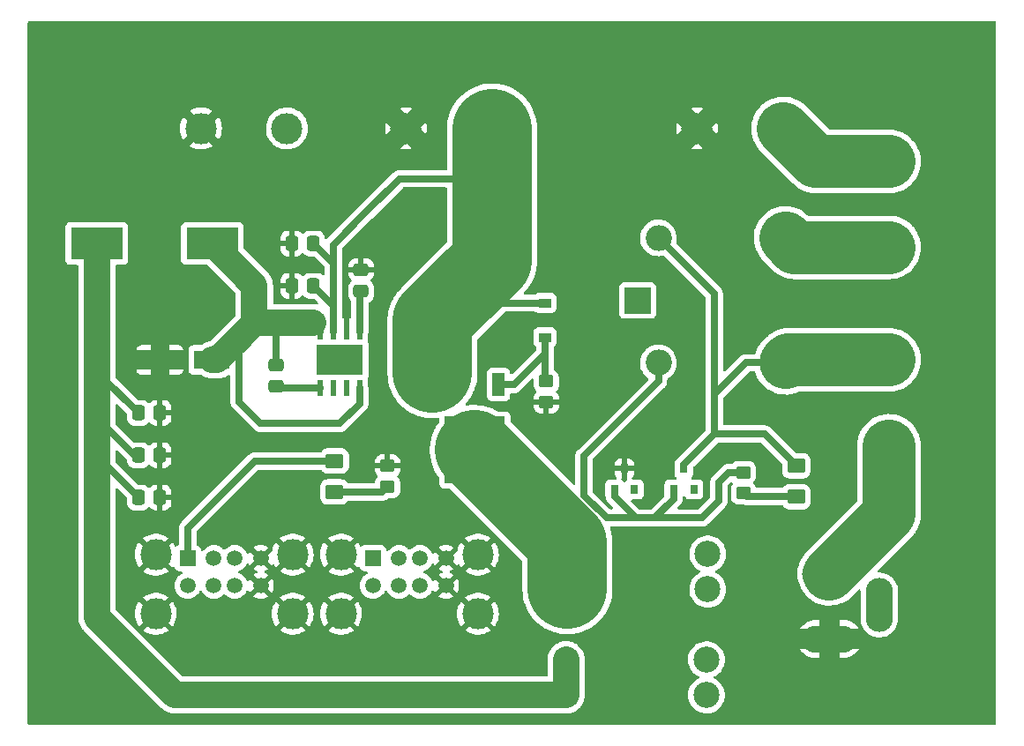
<source format=gtl>
%TF.GenerationSoftware,KiCad,Pcbnew,6.0.1+dfsg-1*%
%TF.CreationDate,2022-01-27T04:31:11+00:00*%
%TF.ProjectId,powerbox,706f7765-7262-46f7-982e-6b696361645f,rev?*%
%TF.SameCoordinates,Original*%
%TF.FileFunction,Copper,L1,Top*%
%TF.FilePolarity,Positive*%
%FSLAX46Y46*%
G04 Gerber Fmt 4.6, Leading zero omitted, Abs format (unit mm)*
G04 Created by KiCad (PCBNEW 6.0.1+dfsg-1) date 2022-01-27 04:31:11*
%MOMM*%
%LPD*%
G01*
G04 APERTURE LIST*
G04 Aperture macros list*
%AMRoundRect*
0 Rectangle with rounded corners*
0 $1 Rounding radius*
0 $2 $3 $4 $5 $6 $7 $8 $9 X,Y pos of 4 corners*
0 Add a 4 corners polygon primitive as box body*
4,1,4,$2,$3,$4,$5,$6,$7,$8,$9,$2,$3,0*
0 Add four circle primitives for the rounded corners*
1,1,$1+$1,$2,$3*
1,1,$1+$1,$4,$5*
1,1,$1+$1,$6,$7*
1,1,$1+$1,$8,$9*
0 Add four rect primitives between the rounded corners*
20,1,$1+$1,$2,$3,$4,$5,0*
20,1,$1+$1,$4,$5,$6,$7,0*
20,1,$1+$1,$6,$7,$8,$9,0*
20,1,$1+$1,$8,$9,$2,$3,0*%
G04 Aperture macros list end*
%TA.AperFunction,SMDPad,CuDef*%
%ADD10RoundRect,0.250000X0.337500X0.475000X-0.337500X0.475000X-0.337500X-0.475000X0.337500X-0.475000X0*%
%TD*%
%TA.AperFunction,SMDPad,CuDef*%
%ADD11R,0.800000X0.900000*%
%TD*%
%TA.AperFunction,SMDPad,CuDef*%
%ADD12R,1.200000X0.900000*%
%TD*%
%TA.AperFunction,ComponentPad*%
%ADD13O,5.200000X2.600000*%
%TD*%
%TA.AperFunction,ComponentPad*%
%ADD14O,2.600000X5.200000*%
%TD*%
%TA.AperFunction,ComponentPad*%
%ADD15C,3.000000*%
%TD*%
%TA.AperFunction,SMDPad,CuDef*%
%ADD16R,5.000000X3.100000*%
%TD*%
%TA.AperFunction,SMDPad,CuDef*%
%ADD17RoundRect,0.250000X0.450000X-0.350000X0.450000X0.350000X-0.450000X0.350000X-0.450000X-0.350000X0*%
%TD*%
%TA.AperFunction,ComponentPad*%
%ADD18R,1.500000X1.500000*%
%TD*%
%TA.AperFunction,ComponentPad*%
%ADD19C,1.500000*%
%TD*%
%TA.AperFunction,SMDPad,CuDef*%
%ADD20RoundRect,0.250000X-0.450000X0.350000X-0.450000X-0.350000X0.450000X-0.350000X0.450000X0.350000X0*%
%TD*%
%TA.AperFunction,SMDPad,CuDef*%
%ADD21RoundRect,0.250001X0.624999X-0.462499X0.624999X0.462499X-0.624999X0.462499X-0.624999X-0.462499X0*%
%TD*%
%TA.AperFunction,ComponentPad*%
%ADD22R,2.500000X2.500000*%
%TD*%
%TA.AperFunction,ComponentPad*%
%ADD23O,2.500000X2.500000*%
%TD*%
%TA.AperFunction,ComponentPad*%
%ADD24C,6.400000*%
%TD*%
%TA.AperFunction,SMDPad,CuDef*%
%ADD25R,1.200000X2.200000*%
%TD*%
%TA.AperFunction,SMDPad,CuDef*%
%ADD26R,5.800000X6.400000*%
%TD*%
%TA.AperFunction,ComponentPad*%
%ADD27C,2.500000*%
%TD*%
%TA.AperFunction,SMDPad,CuDef*%
%ADD28RoundRect,0.250000X-0.337500X-0.475000X0.337500X-0.475000X0.337500X0.475000X-0.337500X0.475000X0*%
%TD*%
%TA.AperFunction,SMDPad,CuDef*%
%ADD29RoundRect,0.250000X0.475000X-0.337500X0.475000X0.337500X-0.475000X0.337500X-0.475000X-0.337500X0*%
%TD*%
%TA.AperFunction,SMDPad,CuDef*%
%ADD30R,0.600000X1.550000*%
%TD*%
%TA.AperFunction,SMDPad,CuDef*%
%ADD31R,4.500000X2.950000*%
%TD*%
%TA.AperFunction,SMDPad,CuDef*%
%ADD32R,3.100000X2.600000*%
%TD*%
%TA.AperFunction,ComponentPad*%
%ADD33C,0.600000*%
%TD*%
%TA.AperFunction,SMDPad,CuDef*%
%ADD34R,3.500000X1.800000*%
%TD*%
%TA.AperFunction,Conductor*%
%ADD35C,0.635000*%
%TD*%
%TA.AperFunction,Conductor*%
%ADD36C,7.620000*%
%TD*%
%TA.AperFunction,Conductor*%
%ADD37C,5.080000*%
%TD*%
%TA.AperFunction,Conductor*%
%ADD38C,2.540000*%
%TD*%
G04 APERTURE END LIST*
D10*
%TO.P,C2,2*%
%TO.N,GND*%
X132545000Y-117348000D03*
%TO.P,C2,1*%
%TO.N,+24V*%
X134620000Y-117348000D03*
%TD*%
D11*
%TO.P,D2,*%
%TO.N,*%
X171130000Y-136890000D03*
%TO.P,D2,1,K*%
%TO.N,Net-(D1-Pad2)*%
X170180000Y-134890000D03*
%TO.P,D2,2,A*%
%TO.N,Net-(D2-Pad2)*%
X169230000Y-136890000D03*
%TD*%
%TO.P,D3,*%
%TO.N,*%
X165415000Y-136890000D03*
%TO.P,D3,1,K*%
%TO.N,GND*%
X164465000Y-134890000D03*
%TO.P,D3,2,A*%
%TO.N,Net-(D2-Pad2)*%
X163515000Y-136890000D03*
%TD*%
D12*
%TO.P,D4,1,K*%
%TO.N,+24V*%
X156845000Y-119000000D03*
%TO.P,D4,2,A*%
%TO.N,Net-(D4-Pad2)*%
X156845000Y-122300000D03*
%TD*%
D13*
%TO.P,J2,1,In*%
%TO.N,Net-(J2-Pad1)*%
X184150000Y-145000000D03*
%TO.P,J2,2,Ext*%
%TO.N,GND*%
X184150000Y-151250000D03*
D14*
%TO.P,J2,3*%
%TO.N,N/C*%
X188950000Y-148000000D03*
%TD*%
D15*
%TO.P,J8,1,Pin_1*%
%TO.N,GND*%
X143510000Y-102235000D03*
%TO.P,J8,2,Pin_2*%
%TO.N,+24V*%
X151760000Y-102235000D03*
%TD*%
D16*
%TO.P,L1,2,2*%
%TO.N,Net-(C5-Pad1)*%
X113830000Y-113284000D03*
%TO.P,L1,1,1*%
%TO.N,Net-(C4-Pad2)*%
X124930000Y-113284000D03*
%TD*%
D17*
%TO.P,R6,1*%
%TO.N,Net-(D6-Pad1)*%
X141732000Y-136636000D03*
%TO.P,R6,2*%
%TO.N,GND*%
X141732000Y-134636000D03*
%TD*%
D15*
%TO.P,SW2,1,Pin_1*%
%TO.N,Net-(J1-Pad2)*%
X189865000Y-105410000D03*
%TO.P,SW2,2,Pin_2*%
%TO.N,Net-(K1-Pad4)*%
X189865000Y-113660000D03*
%TD*%
D18*
%TO.P,J3,1,VBUS*%
%TO.N,+5V*%
X122555000Y-143510000D03*
D19*
%TO.P,J3,2,D-*%
%TO.N,unconnected-(J3-Pad2)*%
X125055000Y-143510000D03*
%TO.P,J3,3,D+*%
%TO.N,unconnected-(J3-Pad3)*%
X127055000Y-143510000D03*
%TO.P,J3,4,GND*%
%TO.N,GND*%
X129555000Y-143510000D03*
%TO.P,J3,5,VBUS*%
%TO.N,+5V*%
X122555000Y-146130000D03*
%TO.P,J3,6,D-*%
%TO.N,unconnected-(J3-Pad6)*%
X125055000Y-146130000D03*
%TO.P,J3,7,D+*%
%TO.N,unconnected-(J3-Pad7)*%
X127055000Y-146130000D03*
%TO.P,J3,8,GND*%
%TO.N,GND*%
X129555000Y-146130000D03*
D15*
%TO.P,J3,9,Shield*%
X132625000Y-143160000D03*
X119485000Y-148840000D03*
X132625000Y-148840000D03*
X119485000Y-143160000D03*
%TD*%
D20*
%TO.P,R1,1*%
%TO.N,Net-(D2-Pad2)*%
X175895000Y-135255000D03*
%TO.P,R1,2*%
%TO.N,Net-(D1-Pad1)*%
X175895000Y-137255000D03*
%TD*%
D21*
%TO.P,D1,1,K*%
%TO.N,Net-(D1-Pad1)*%
X180975000Y-137595000D03*
%TO.P,D1,2,A*%
%TO.N,Net-(D1-Pad2)*%
X180975000Y-134620000D03*
%TD*%
D22*
%TO.P,K1,1*%
%TO.N,Net-(F1-Pad1)*%
X165735000Y-118745000D03*
D23*
%TO.P,K1,2*%
%TO.N,Net-(D2-Pad2)*%
X167735000Y-124745000D03*
%TO.P,K1,3*%
%TO.N,Net-(D1-Pad2)*%
X179935000Y-124745000D03*
%TO.P,K1,4*%
%TO.N,Net-(K1-Pad4)*%
X179935000Y-112745000D03*
%TO.P,K1,5*%
%TO.N,Net-(D1-Pad2)*%
X167735000Y-112745000D03*
%TD*%
D24*
%TO.P,REF\u002A\u002A,1*%
%TO.N,GND*%
X195580000Y-96520000D03*
%TD*%
D15*
%TO.P,SW1,1,Pin_1*%
%TO.N,Net-(D1-Pad2)*%
X189865000Y-124460000D03*
%TO.P,SW1,2,Pin_2*%
%TO.N,Net-(J2-Pad1)*%
X189865000Y-132710000D03*
%TD*%
D21*
%TO.P,D6,1,K*%
%TO.N,Net-(D6-Pad1)*%
X136652000Y-137144000D03*
%TO.P,D6,2,A*%
%TO.N,+5V*%
X136652000Y-134169000D03*
%TD*%
D24*
%TO.P,REF\u002A\u002A,1*%
%TO.N,GND*%
X111760000Y-154940000D03*
%TD*%
%TO.P,REF\u002A\u002A,1*%
%TO.N,GND*%
X111760000Y-96520000D03*
%TD*%
D18*
%TO.P,J4,1,VBUS*%
%TO.N,+5V*%
X140335000Y-143510000D03*
D19*
%TO.P,J4,2,D-*%
%TO.N,unconnected-(J4-Pad2)*%
X142835000Y-143510000D03*
%TO.P,J4,3,D+*%
%TO.N,unconnected-(J4-Pad3)*%
X144835000Y-143510000D03*
%TO.P,J4,4,GND*%
%TO.N,GND*%
X147335000Y-143510000D03*
%TO.P,J4,5,VBUS*%
%TO.N,+5V*%
X140335000Y-146130000D03*
%TO.P,J4,6,D-*%
%TO.N,unconnected-(J4-Pad6)*%
X142835000Y-146130000D03*
%TO.P,J4,7,D+*%
%TO.N,unconnected-(J4-Pad7)*%
X144835000Y-146130000D03*
%TO.P,J4,8,GND*%
%TO.N,GND*%
X147335000Y-146130000D03*
D15*
%TO.P,J4,9,Shield*%
X150405000Y-143160000D03*
X150405000Y-148840000D03*
X137265000Y-143160000D03*
X137265000Y-148840000D03*
%TD*%
D25*
%TO.P,Q1,1,G*%
%TO.N,Net-(D4-Pad2)*%
X152395000Y-126820000D03*
D26*
%TO.P,Q1,2,D*%
%TO.N,Net-(F1-Pad2)*%
X150115000Y-133120000D03*
D25*
%TO.P,Q1,3,S*%
%TO.N,+24V*%
X147835000Y-126820000D03*
%TD*%
D20*
%TO.P,R2,1*%
%TO.N,Net-(D4-Pad2)*%
X156972000Y-126524000D03*
%TO.P,R2,2*%
%TO.N,GND*%
X156972000Y-128524000D03*
%TD*%
D24*
%TO.P,REF\u002A\u002A,1*%
%TO.N,GND*%
X195580000Y-154940000D03*
%TD*%
D15*
%TO.P,J1,1,Pin_1*%
%TO.N,GND*%
X171450000Y-102235000D03*
%TO.P,J1,2,Pin_2*%
%TO.N,Net-(J1-Pad2)*%
X179700000Y-102235000D03*
%TD*%
%TO.P,J7,1,Pin_1*%
%TO.N,GND*%
X123825000Y-102235000D03*
%TO.P,J7,2,Pin_2*%
%TO.N,+5V*%
X132075000Y-102235000D03*
%TD*%
D27*
%TO.P,F1,1*%
%TO.N,Net-(F1-Pad1)*%
X172470000Y-143080000D03*
X172470000Y-146480000D03*
%TO.P,F1,2*%
%TO.N,Net-(F1-Pad2)*%
X159000000Y-143080000D03*
X159000000Y-146480000D03*
%TD*%
%TO.P,F2,1*%
%TO.N,Net-(C5-Pad1)*%
X158873000Y-153240000D03*
X158873000Y-156640000D03*
%TO.P,F2,2*%
%TO.N,+5V*%
X172343000Y-153240000D03*
X172343000Y-156640000D03*
%TD*%
D28*
%TO.P,C6,1*%
%TO.N,Net-(C5-Pad1)*%
X117813000Y-133604000D03*
%TO.P,C6,2*%
%TO.N,GND*%
X119888000Y-133604000D03*
%TD*%
D10*
%TO.P,C1,1*%
%TO.N,+24V*%
X134620000Y-113284000D03*
%TO.P,C1,2*%
%TO.N,GND*%
X132545000Y-113284000D03*
%TD*%
D29*
%TO.P,C3,2*%
%TO.N,GND*%
X139192000Y-115802500D03*
%TO.P,C3,1*%
%TO.N,Net-(C3-Pad1)*%
X139192000Y-117877500D03*
%TD*%
D28*
%TO.P,C5,1*%
%TO.N,Net-(C5-Pad1)*%
X117813000Y-129540000D03*
%TO.P,C5,2*%
%TO.N,GND*%
X119888000Y-129540000D03*
%TD*%
%TO.P,C7,1*%
%TO.N,Net-(C5-Pad1)*%
X117813000Y-137668000D03*
%TO.P,C7,2*%
%TO.N,GND*%
X119888000Y-137668000D03*
%TD*%
D30*
%TO.P,U1,1,BOOT*%
%TO.N,Net-(C4-Pad1)*%
X135255000Y-127160000D03*
%TO.P,U1,2,NC*%
%TO.N,unconnected-(U1-Pad2)*%
X136525000Y-127160000D03*
%TO.P,U1,3,IADJ*%
%TO.N,unconnected-(U1-Pad3)*%
X137795000Y-127160000D03*
%TO.P,U1,4,FB*%
%TO.N,Net-(C4-Pad2)*%
X139065000Y-127160000D03*
%TO.P,U1,5,SS*%
%TO.N,Net-(C3-Pad1)*%
X139065000Y-121760000D03*
%TO.P,U1,6,GND*%
%TO.N,GND*%
X137795000Y-121760000D03*
%TO.P,U1,7,VIN*%
%TO.N,+24V*%
X136525000Y-121760000D03*
%TO.P,U1,8,SW*%
%TO.N,Net-(C4-Pad2)*%
X135255000Y-121760000D03*
D31*
%TO.P,U1,9*%
%TO.N,N/C*%
X137160000Y-124460000D03*
D32*
X137160000Y-124460000D03*
D33*
X137860000Y-123860000D03*
X135360000Y-125060000D03*
X135360000Y-123860000D03*
X138960000Y-125060000D03*
X137860000Y-125060000D03*
X136560000Y-125060000D03*
X138960000Y-123860000D03*
X136560000Y-123860000D03*
%TD*%
D34*
%TO.P,D5,1,K*%
%TO.N,Net-(C4-Pad2)*%
X124888000Y-124460000D03*
%TO.P,D5,2,A*%
%TO.N,GND*%
X119888000Y-124460000D03*
%TD*%
D29*
%TO.P,C4,1*%
%TO.N,Net-(C4-Pad1)*%
X131064000Y-127021500D03*
%TO.P,C4,2*%
%TO.N,Net-(C4-Pad2)*%
X131064000Y-124946500D03*
%TD*%
D35*
%TO.N,Net-(C4-Pad2)*%
X131064000Y-124968000D02*
X131064000Y-121412000D01*
X131064000Y-121412000D02*
X131572000Y-120904000D01*
%TO.N,Net-(C4-Pad1)*%
X135255000Y-127160000D02*
X131181000Y-127160000D01*
X131181000Y-127160000D02*
X131064000Y-127043000D01*
%TO.N,+24V*%
X136525000Y-121760000D02*
X136525000Y-119253000D01*
X136525000Y-119253000D02*
X136525000Y-116205000D01*
X134620000Y-117348000D02*
X136525000Y-119253000D01*
X136525000Y-116205000D02*
X136525000Y-115189000D01*
X136525000Y-115189000D02*
X136525000Y-113411000D01*
X134620000Y-113284000D02*
X136525000Y-115189000D01*
X136525000Y-113411000D02*
X139700000Y-110236000D01*
X139700000Y-110236000D02*
X142880000Y-107056000D01*
X142880000Y-107056000D02*
X151760000Y-107056000D01*
%TO.N,Net-(C3-Pad1)*%
X139065000Y-121760000D02*
X139065000Y-118004500D01*
X139065000Y-118004500D02*
X139192000Y-117877500D01*
D36*
%TO.N,+24V*%
X146050000Y-120650000D02*
X146050000Y-125730000D01*
X147320000Y-119380000D02*
X146050000Y-120650000D01*
X151760000Y-114940000D02*
X147320000Y-119380000D01*
X151760000Y-102235000D02*
X151760000Y-107056000D01*
D35*
X156845000Y-119000000D02*
X148210000Y-119000000D01*
D36*
X151760000Y-107056000D02*
X151760000Y-114940000D01*
D35*
%TO.N,Net-(D1-Pad2)*%
X170180000Y-134890000D02*
X170180000Y-134493000D01*
X179935000Y-124745000D02*
X176118000Y-124745000D01*
D37*
X180220000Y-124460000D02*
X179935000Y-124745000D01*
D35*
X173101000Y-127762000D02*
X173101000Y-118111000D01*
X173101000Y-118111000D02*
X167735000Y-112745000D01*
X174498000Y-131572000D02*
X177307500Y-131572000D01*
X174498000Y-131572000D02*
X177927000Y-131572000D01*
X170180000Y-134493000D02*
X173101000Y-131572000D01*
X173101000Y-131572000D02*
X173101000Y-127762000D01*
D37*
X189865000Y-124460000D02*
X180220000Y-124460000D01*
D35*
X177927000Y-131572000D02*
X180975000Y-134620000D01*
X173101000Y-131572000D02*
X174498000Y-131572000D01*
X176118000Y-124745000D02*
X173101000Y-127762000D01*
%TO.N,Net-(D1-Pad1)*%
X176235000Y-137595000D02*
X175895000Y-137255000D01*
X180975000Y-137595000D02*
X176235000Y-137595000D01*
%TO.N,Net-(D2-Pad2)*%
X167386000Y-139636500D02*
X165544500Y-139636500D01*
X160591500Y-137476478D02*
X162751522Y-139636500D01*
X167735000Y-124745000D02*
X167735000Y-126524000D01*
X171894500Y-139636500D02*
X167386000Y-139636500D01*
X160591500Y-133667500D02*
X160591500Y-137476478D01*
X173545500Y-137985500D02*
X171894500Y-139636500D01*
X167735000Y-126524000D02*
X160591500Y-133667500D01*
X173545500Y-136207500D02*
X173545500Y-137985500D01*
X175895000Y-135255000D02*
X174498000Y-135255000D01*
X163515000Y-137607000D02*
X165544500Y-139636500D01*
X174498000Y-135255000D02*
X173545500Y-136207500D01*
X169230000Y-136890000D02*
X169230000Y-137792500D01*
X163515000Y-136890000D02*
X163515000Y-137607000D01*
X165544500Y-139636500D02*
X162751522Y-139636500D01*
X169230000Y-137792500D02*
X167386000Y-139636500D01*
%TO.N,Net-(D4-Pad2)*%
X156845000Y-122300000D02*
X156845000Y-123825000D01*
X153850000Y-126820000D02*
X156845000Y-123825000D01*
X152395000Y-126820000D02*
X153850000Y-126820000D01*
X156845000Y-123825000D02*
X156845000Y-126270000D01*
%TO.N,+5V*%
X122555000Y-140589000D02*
X128975000Y-134169000D01*
X128975000Y-134169000D02*
X136652000Y-134169000D01*
X122555000Y-143510000D02*
X122555000Y-140589000D01*
%TO.N,Net-(D6-Pad1)*%
X141224000Y-137144000D02*
X141732000Y-136636000D01*
X136652000Y-137144000D02*
X141224000Y-137144000D01*
D36*
%TO.N,Net-(F1-Pad2)*%
X159000000Y-146480000D02*
X159000000Y-142005000D01*
X159000000Y-142005000D02*
X150115000Y-133120000D01*
D37*
%TO.N,Net-(J1-Pad2)*%
X182875000Y-105410000D02*
X179700000Y-102235000D01*
X189865000Y-105410000D02*
X182875000Y-105410000D01*
%TO.N,Net-(J2-Pad1)*%
X189865000Y-139285000D02*
X184150000Y-145000000D01*
X189865000Y-132710000D02*
X189865000Y-139285000D01*
%TO.N,Net-(K1-Pad4)*%
X180850000Y-113660000D02*
X179935000Y-112745000D01*
X189865000Y-113660000D02*
X180850000Y-113660000D01*
D35*
%TO.N,Net-(C5-Pad1)*%
X117813000Y-129540000D02*
X114219000Y-125946000D01*
X114219000Y-125946000D02*
X113830000Y-125946000D01*
D38*
X113830000Y-130010000D02*
X113830000Y-125946000D01*
X113830000Y-149136000D02*
X119253000Y-154559000D01*
X113830000Y-149136000D02*
X113830000Y-133642000D01*
X119253000Y-154559000D02*
X120064000Y-155370000D01*
D35*
X117813000Y-137668000D02*
X117813000Y-137625000D01*
D38*
X113830000Y-149136000D02*
X121334000Y-156640000D01*
X113830000Y-133642000D02*
X113830000Y-130010000D01*
X158873000Y-156640000D02*
X158873000Y-153240000D01*
X121334000Y-156640000D02*
X158873000Y-156640000D01*
X121334000Y-156640000D02*
X119253000Y-154559000D01*
D35*
X117424000Y-133604000D02*
X113830000Y-130010000D01*
X117813000Y-133604000D02*
X117424000Y-133604000D01*
X117813000Y-137625000D02*
X113830000Y-133642000D01*
D38*
X113830000Y-125946000D02*
X113830000Y-113284000D01*
%TO.N,Net-(C4-Pad2)*%
X128956000Y-120904000D02*
X128956000Y-117310000D01*
X128956000Y-117310000D02*
X124930000Y-113284000D01*
D35*
X129540000Y-130556000D02*
X127470000Y-128486000D01*
X135255000Y-121539000D02*
X134620000Y-120904000D01*
X139065000Y-127160000D02*
X139065000Y-128651000D01*
D38*
X127470000Y-122390000D02*
X128956000Y-120904000D01*
D35*
X139065000Y-128651000D02*
X137160000Y-130556000D01*
D38*
X124888000Y-124460000D02*
X125400000Y-124460000D01*
X131572000Y-120904000D02*
X128956000Y-120904000D01*
X134620000Y-120904000D02*
X131572000Y-120904000D01*
X125400000Y-124460000D02*
X127470000Y-122390000D01*
D35*
X127470000Y-128486000D02*
X127470000Y-122390000D01*
X137160000Y-130556000D02*
X129540000Y-130556000D01*
X135255000Y-121760000D02*
X135255000Y-121539000D01*
%TD*%
%TA.AperFunction,Conductor*%
%TO.N,GND*%
G36*
X200094121Y-91968002D02*
G01*
X200140614Y-92021658D01*
X200152000Y-92074000D01*
X200152000Y-159386000D01*
X200131998Y-159454121D01*
X200078342Y-159500614D01*
X200026000Y-159512000D01*
X107314000Y-159512000D01*
X107245879Y-159491998D01*
X107199386Y-159438342D01*
X107188000Y-159386000D01*
X107188000Y-114882134D01*
X110821500Y-114882134D01*
X110828255Y-114944316D01*
X110879385Y-115080705D01*
X110966739Y-115197261D01*
X111083295Y-115284615D01*
X111219684Y-115335745D01*
X111281866Y-115342500D01*
X111925500Y-115342500D01*
X111993621Y-115362502D01*
X112040114Y-115416158D01*
X112051500Y-115468500D01*
X112051500Y-149080522D01*
X112051297Y-149087665D01*
X112047050Y-149162450D01*
X112047050Y-149162457D01*
X112046785Y-149167126D01*
X112050211Y-149204408D01*
X112057350Y-149282113D01*
X112057532Y-149284303D01*
X112065755Y-149394947D01*
X112065757Y-149394961D01*
X112066103Y-149399616D01*
X112067134Y-149404172D01*
X112067134Y-149404173D01*
X112067725Y-149406786D01*
X112070302Y-149423057D01*
X112070973Y-149430360D01*
X112072085Y-149434904D01*
X112098433Y-149542582D01*
X112098937Y-149544722D01*
X112104219Y-149568063D01*
X112124443Y-149657441D01*
X112127103Y-149664283D01*
X112132057Y-149679993D01*
X112133803Y-149687128D01*
X112157306Y-149744578D01*
X112177555Y-149794073D01*
X112178370Y-149796114D01*
X112220251Y-149903811D01*
X112222565Y-149907860D01*
X112222571Y-149907872D01*
X112223893Y-149910184D01*
X112231116Y-149924993D01*
X112232122Y-149927453D01*
X112232125Y-149927460D01*
X112233896Y-149931788D01*
X112236290Y-149935812D01*
X112292979Y-150031097D01*
X112294085Y-150032994D01*
X112351422Y-150133313D01*
X112355966Y-150139077D01*
X112365298Y-150152655D01*
X112369053Y-150158966D01*
X112372009Y-150162584D01*
X112372016Y-150162594D01*
X112442174Y-150248462D01*
X112443551Y-150250178D01*
X112512178Y-150337232D01*
X112512183Y-150337237D01*
X112515075Y-150340906D01*
X112531907Y-150356740D01*
X112592152Y-150413413D01*
X112594914Y-150416093D01*
X120037174Y-157858353D01*
X120042082Y-157863547D01*
X120088196Y-157915213D01*
X120095086Y-157922933D01*
X120168132Y-157983684D01*
X120183896Y-157996795D01*
X120185575Y-157998216D01*
X120264992Y-158066646D01*
X120273141Y-158073668D01*
X120277095Y-158076163D01*
X120277102Y-158076168D01*
X120279353Y-158077588D01*
X120292678Y-158087270D01*
X120294724Y-158088971D01*
X120294733Y-158088977D01*
X120298324Y-158091964D01*
X120397214Y-158151973D01*
X120398843Y-158152981D01*
X120496704Y-158214726D01*
X120500982Y-158216609D01*
X120500989Y-158216612D01*
X120503427Y-158217685D01*
X120518036Y-158225289D01*
X120524314Y-158229099D01*
X120528622Y-158230905D01*
X120528621Y-158230905D01*
X120630889Y-158273790D01*
X120632909Y-158274658D01*
X120714465Y-158310543D01*
X120738660Y-158321189D01*
X120743169Y-158322418D01*
X120743174Y-158322420D01*
X120745735Y-158323118D01*
X120761320Y-158328483D01*
X120768091Y-158331323D01*
X120772619Y-158332473D01*
X120880088Y-158359767D01*
X120882207Y-158360325D01*
X120993695Y-158390720D01*
X121000995Y-158391584D01*
X121017186Y-158394585D01*
X121024301Y-158396392D01*
X121071976Y-158401192D01*
X121139215Y-158407963D01*
X121141402Y-158408202D01*
X121184950Y-158413356D01*
X121256205Y-158421790D01*
X121361965Y-158418559D01*
X121365813Y-158418500D01*
X158854258Y-158418500D01*
X158855907Y-158418511D01*
X158977202Y-158420099D01*
X158977205Y-158420099D01*
X158981879Y-158420160D01*
X159055189Y-158410183D01*
X159062813Y-158409381D01*
X159099730Y-158406638D01*
X159131951Y-158404244D01*
X159131956Y-158404243D01*
X159136616Y-158403897D01*
X159184428Y-158393078D01*
X159195237Y-158391124D01*
X159239166Y-158385146D01*
X159239170Y-158385145D01*
X159243808Y-158384514D01*
X159314865Y-158363802D01*
X159322282Y-158361885D01*
X159369039Y-158351305D01*
X159389881Y-158346589D01*
X159389883Y-158346588D01*
X159394441Y-158345557D01*
X159440122Y-158327793D01*
X159450524Y-158324262D01*
X159467530Y-158319305D01*
X159497590Y-158310543D01*
X159564796Y-158279561D01*
X159571871Y-158276558D01*
X159636449Y-158251446D01*
X159636457Y-158251442D01*
X159640811Y-158249749D01*
X159644867Y-158247431D01*
X159644875Y-158247427D01*
X159683372Y-158225424D01*
X159693144Y-158220391D01*
X159699014Y-158217685D01*
X159737652Y-158199873D01*
X159799520Y-158159310D01*
X159806082Y-158155289D01*
X159866247Y-158120902D01*
X159866248Y-158120901D01*
X159870313Y-158118578D01*
X159908824Y-158088219D01*
X159917717Y-158081817D01*
X159958718Y-158054935D01*
X160013912Y-158005673D01*
X160019807Y-158000727D01*
X160074238Y-157957817D01*
X160074241Y-157957814D01*
X160077906Y-157954925D01*
X160081106Y-157951523D01*
X160081114Y-157951516D01*
X160111494Y-157919222D01*
X160119365Y-157911554D01*
X160152441Y-157882032D01*
X160152450Y-157882023D01*
X160155933Y-157878914D01*
X160158922Y-157875320D01*
X160158926Y-157875316D01*
X160203236Y-157822039D01*
X160208336Y-157816275D01*
X160255818Y-157765801D01*
X160255827Y-157765790D01*
X160259030Y-157762385D01*
X160286975Y-157722103D01*
X160293627Y-157713355D01*
X160321974Y-157679271D01*
X160324964Y-157675676D01*
X160363346Y-157612425D01*
X160367537Y-157605972D01*
X160407038Y-157549031D01*
X160409704Y-157545188D01*
X160431387Y-157501219D01*
X160436667Y-157491597D01*
X160440448Y-157485367D01*
X160462099Y-157449686D01*
X160490713Y-157381450D01*
X160493904Y-157374450D01*
X160524547Y-157312310D01*
X160524548Y-157312308D01*
X160526620Y-157308106D01*
X160541567Y-157261414D01*
X160545358Y-157251137D01*
X160564323Y-157205909D01*
X160582531Y-157134213D01*
X160584652Y-157126815D01*
X160605783Y-157060803D01*
X160605784Y-157060798D01*
X160607209Y-157056347D01*
X160615091Y-157007953D01*
X160617325Y-156997213D01*
X160628240Y-156954236D01*
X160628241Y-156954233D01*
X160629392Y-156949699D01*
X160636805Y-156876079D01*
X160637805Y-156868475D01*
X160649700Y-156795441D01*
X160650342Y-156746437D01*
X160650964Y-156735471D01*
X160651183Y-156733290D01*
X160651500Y-156730144D01*
X160651500Y-156658742D01*
X160651511Y-156657093D01*
X160652339Y-156593839D01*
X170580173Y-156593839D01*
X170580397Y-156598505D01*
X170580397Y-156598511D01*
X170586443Y-156724374D01*
X170592713Y-156854908D01*
X170643704Y-157111256D01*
X170732026Y-157357252D01*
X170734242Y-157361376D01*
X170830756Y-157540998D01*
X170855737Y-157587491D01*
X170858532Y-157591234D01*
X170858534Y-157591237D01*
X171009330Y-157793177D01*
X171009335Y-157793183D01*
X171012122Y-157796915D01*
X171015431Y-157800195D01*
X171015436Y-157800201D01*
X171142264Y-157925926D01*
X171197743Y-157980923D01*
X171201505Y-157983681D01*
X171201508Y-157983684D01*
X171388650Y-158120902D01*
X171408524Y-158135474D01*
X171412667Y-158137654D01*
X171412669Y-158137655D01*
X171635684Y-158254989D01*
X171635689Y-158254991D01*
X171639834Y-158257172D01*
X171778254Y-158305511D01*
X171855461Y-158332473D01*
X171886590Y-158343344D01*
X171891183Y-158344216D01*
X172138785Y-158391224D01*
X172138788Y-158391224D01*
X172143374Y-158392095D01*
X172273959Y-158397226D01*
X172399875Y-158402174D01*
X172399881Y-158402174D01*
X172404543Y-158402357D01*
X172483977Y-158393657D01*
X172659707Y-158374412D01*
X172659712Y-158374411D01*
X172664360Y-158373902D01*
X172706787Y-158362732D01*
X172912594Y-158308548D01*
X172912596Y-158308547D01*
X172917117Y-158307357D01*
X173157262Y-158204182D01*
X173334700Y-158094381D01*
X173375547Y-158069104D01*
X173375548Y-158069104D01*
X173379519Y-158066646D01*
X173383082Y-158063629D01*
X173383087Y-158063626D01*
X173575439Y-157900787D01*
X173575440Y-157900786D01*
X173579005Y-157897768D01*
X173701107Y-157758538D01*
X173748257Y-157704774D01*
X173748261Y-157704769D01*
X173751339Y-157701259D01*
X173810593Y-157609139D01*
X173890205Y-157485367D01*
X173892733Y-157481437D01*
X174000083Y-157243129D01*
X174051505Y-157060803D01*
X174069760Y-156996076D01*
X174069761Y-156996073D01*
X174071030Y-156991572D01*
X174087832Y-156859496D01*
X174103616Y-156735421D01*
X174103616Y-156735417D01*
X174104014Y-156732291D01*
X174106431Y-156640000D01*
X174087061Y-156379348D01*
X174075725Y-156329248D01*
X174030408Y-156128980D01*
X174029377Y-156124423D01*
X173934647Y-155880823D01*
X173804951Y-155653902D01*
X173643138Y-155448643D01*
X173452763Y-155269557D01*
X173238009Y-155120576D01*
X173196754Y-155100231D01*
X173165750Y-155084942D01*
X173102672Y-155053836D01*
X173050424Y-155005768D01*
X173032457Y-154937082D01*
X173054476Y-154869587D01*
X173108663Y-154825062D01*
X173152972Y-154806025D01*
X173157262Y-154804182D01*
X173379519Y-154666646D01*
X173383082Y-154663629D01*
X173383087Y-154663626D01*
X173575439Y-154500787D01*
X173575440Y-154500786D01*
X173579005Y-154497768D01*
X173670729Y-154393177D01*
X173748257Y-154304774D01*
X173748261Y-154304769D01*
X173751339Y-154301259D01*
X173892733Y-154081437D01*
X174000083Y-153843129D01*
X174071030Y-153591572D01*
X174087832Y-153459496D01*
X174103616Y-153335421D01*
X174103616Y-153335417D01*
X174104014Y-153332291D01*
X174106431Y-153240000D01*
X174101271Y-153170561D01*
X174087407Y-152984000D01*
X174087406Y-152983996D01*
X174087061Y-152979348D01*
X174085066Y-152970529D01*
X174030408Y-152728980D01*
X174029377Y-152724423D01*
X174027097Y-152718559D01*
X173936340Y-152485176D01*
X173936339Y-152485173D01*
X173934647Y-152480823D01*
X173804951Y-152253902D01*
X173767534Y-152206439D01*
X181317146Y-152206439D01*
X181320032Y-152214071D01*
X181409029Y-152349814D01*
X181414712Y-152357219D01*
X181587419Y-152550721D01*
X181594135Y-152557206D01*
X181793551Y-152723059D01*
X181801138Y-152728471D01*
X182022891Y-152863035D01*
X182031192Y-152867264D01*
X182270389Y-152967568D01*
X182279239Y-152970529D01*
X182530625Y-153034372D01*
X182539822Y-153035994D01*
X182755219Y-153057684D01*
X182761511Y-153058000D01*
X183179385Y-153058000D01*
X183194624Y-153053525D01*
X183195829Y-153052135D01*
X183197500Y-153044452D01*
X183197500Y-153039885D01*
X185102500Y-153039885D01*
X185106975Y-153055124D01*
X185108365Y-153056329D01*
X185116048Y-153058000D01*
X185515881Y-153058000D01*
X185520556Y-153057827D01*
X185713337Y-153043501D01*
X185722543Y-153042125D01*
X185975533Y-152984878D01*
X185984444Y-152982154D01*
X186226194Y-152888143D01*
X186234603Y-152884132D01*
X186459798Y-152755422D01*
X186467524Y-152750211D01*
X186671224Y-152589627D01*
X186678092Y-152583333D01*
X186855814Y-152394410D01*
X186861688Y-152387155D01*
X186979462Y-152217387D01*
X186983734Y-152204535D01*
X186975115Y-152202500D01*
X185120615Y-152202500D01*
X185105376Y-152206975D01*
X185104171Y-152208365D01*
X185102500Y-152216048D01*
X185102500Y-153039885D01*
X183197500Y-153039885D01*
X183197500Y-152220615D01*
X183193025Y-152205376D01*
X183191635Y-152204171D01*
X183183952Y-152202500D01*
X181330561Y-152202500D01*
X181317146Y-152206439D01*
X173767534Y-152206439D01*
X173643138Y-152048643D01*
X173452763Y-151869557D01*
X173238009Y-151720576D01*
X173202969Y-151703296D01*
X173007781Y-151607040D01*
X173007778Y-151607039D01*
X173003593Y-151604975D01*
X172957449Y-151590204D01*
X172759123Y-151526720D01*
X172754665Y-151525293D01*
X172496693Y-151483279D01*
X172382942Y-151481790D01*
X172240022Y-151479919D01*
X172240019Y-151479919D01*
X172235345Y-151479858D01*
X171976362Y-151515104D01*
X171725433Y-151588243D01*
X171721180Y-151590203D01*
X171721179Y-151590204D01*
X171684659Y-151607040D01*
X171488072Y-151697668D01*
X171449067Y-151723241D01*
X171273404Y-151838410D01*
X171273399Y-151838414D01*
X171269491Y-151840976D01*
X171074494Y-152015018D01*
X170907363Y-152215970D01*
X170904934Y-152219973D01*
X170779718Y-152426323D01*
X170771771Y-152439419D01*
X170670697Y-152680455D01*
X170606359Y-152933783D01*
X170580173Y-153193839D01*
X170592713Y-153454908D01*
X170643704Y-153711256D01*
X170732026Y-153957252D01*
X170734242Y-153961376D01*
X170798753Y-154081437D01*
X170855737Y-154187491D01*
X170858532Y-154191234D01*
X170858534Y-154191237D01*
X171009330Y-154393177D01*
X171009335Y-154393183D01*
X171012122Y-154396915D01*
X171015431Y-154400195D01*
X171015436Y-154400201D01*
X171194426Y-154577635D01*
X171197743Y-154580923D01*
X171201505Y-154583681D01*
X171201508Y-154583684D01*
X171404750Y-154732707D01*
X171408524Y-154735474D01*
X171577915Y-154824595D01*
X171586474Y-154829098D01*
X171637446Y-154878517D01*
X171653609Y-154947650D01*
X171629830Y-155014546D01*
X171580558Y-155055032D01*
X171488072Y-155097668D01*
X171449067Y-155123241D01*
X171273404Y-155238410D01*
X171273399Y-155238414D01*
X171269491Y-155240976D01*
X171074494Y-155415018D01*
X170907363Y-155615970D01*
X170771771Y-155839419D01*
X170670697Y-156080455D01*
X170606359Y-156333783D01*
X170580173Y-156593839D01*
X160652339Y-156593839D01*
X160653099Y-156535798D01*
X160653099Y-156535795D01*
X160653160Y-156531121D01*
X160652529Y-156526487D01*
X160652244Y-156521823D01*
X160652274Y-156521821D01*
X160651500Y-156510391D01*
X160651500Y-153172892D01*
X160642962Y-153058000D01*
X160637243Y-152981036D01*
X160637242Y-152981032D01*
X160636897Y-152976384D01*
X160578557Y-152718559D01*
X160563028Y-152678626D01*
X160484442Y-152476542D01*
X160484441Y-152476540D01*
X160482749Y-152472189D01*
X160464020Y-152439419D01*
X160353897Y-152246745D01*
X160351578Y-152242687D01*
X160187925Y-152035094D01*
X160027436Y-151884121D01*
X159998791Y-151857174D01*
X159995385Y-151853970D01*
X159958212Y-151828182D01*
X159782026Y-151705958D01*
X159782021Y-151705955D01*
X159778188Y-151703296D01*
X159766776Y-151697668D01*
X159545294Y-151588445D01*
X159545291Y-151588444D01*
X159541106Y-151586380D01*
X159484150Y-151568148D01*
X159350271Y-151525293D01*
X159289347Y-151505791D01*
X159130112Y-151479858D01*
X159033053Y-151464051D01*
X159033052Y-151464051D01*
X159028441Y-151463300D01*
X158896281Y-151461570D01*
X158768798Y-151459901D01*
X158768795Y-151459901D01*
X158764121Y-151459840D01*
X158502192Y-151495486D01*
X158497702Y-151496795D01*
X158497696Y-151496796D01*
X158399929Y-151525293D01*
X158248410Y-151569457D01*
X158244163Y-151571415D01*
X158244160Y-151571416D01*
X158203406Y-151590204D01*
X158008348Y-151680127D01*
X157976162Y-151701229D01*
X157791195Y-151822499D01*
X157791190Y-151822503D01*
X157787282Y-151825065D01*
X157590067Y-152001086D01*
X157421036Y-152204324D01*
X157283901Y-152430314D01*
X157282095Y-152434622D01*
X157282094Y-152434623D01*
X157217096Y-152589627D01*
X157181677Y-152674091D01*
X157180526Y-152678623D01*
X157180525Y-152678626D01*
X157148146Y-152806121D01*
X157116608Y-152930301D01*
X157094500Y-153149856D01*
X157094500Y-154735500D01*
X157074498Y-154803621D01*
X157020842Y-154850114D01*
X156968500Y-154861500D01*
X122122869Y-154861500D01*
X122054748Y-154841498D01*
X122033774Y-154824595D01*
X117638833Y-150429654D01*
X118260618Y-150429654D01*
X118267673Y-150439627D01*
X118298679Y-150465551D01*
X118305598Y-150470579D01*
X118530272Y-150611515D01*
X118537807Y-150615556D01*
X118779520Y-150724694D01*
X118787551Y-150727680D01*
X119041832Y-150803002D01*
X119050184Y-150804869D01*
X119312340Y-150844984D01*
X119320874Y-150845700D01*
X119586045Y-150849867D01*
X119594596Y-150849418D01*
X119857883Y-150817557D01*
X119866284Y-150815955D01*
X120122824Y-150748653D01*
X120130926Y-150745926D01*
X120375949Y-150644434D01*
X120383617Y-150640628D01*
X120612598Y-150506822D01*
X120619679Y-150502009D01*
X120699655Y-150439301D01*
X120706545Y-150429654D01*
X131400618Y-150429654D01*
X131407673Y-150439627D01*
X131438679Y-150465551D01*
X131445598Y-150470579D01*
X131670272Y-150611515D01*
X131677807Y-150615556D01*
X131919520Y-150724694D01*
X131927551Y-150727680D01*
X132181832Y-150803002D01*
X132190184Y-150804869D01*
X132452340Y-150844984D01*
X132460874Y-150845700D01*
X132726045Y-150849867D01*
X132734596Y-150849418D01*
X132997883Y-150817557D01*
X133006284Y-150815955D01*
X133262824Y-150748653D01*
X133270926Y-150745926D01*
X133515949Y-150644434D01*
X133523617Y-150640628D01*
X133752598Y-150506822D01*
X133759679Y-150502009D01*
X133839655Y-150439301D01*
X133846545Y-150429654D01*
X136040618Y-150429654D01*
X136047673Y-150439627D01*
X136078679Y-150465551D01*
X136085598Y-150470579D01*
X136310272Y-150611515D01*
X136317807Y-150615556D01*
X136559520Y-150724694D01*
X136567551Y-150727680D01*
X136821832Y-150803002D01*
X136830184Y-150804869D01*
X137092340Y-150844984D01*
X137100874Y-150845700D01*
X137366045Y-150849867D01*
X137374596Y-150849418D01*
X137637883Y-150817557D01*
X137646284Y-150815955D01*
X137902824Y-150748653D01*
X137910926Y-150745926D01*
X138155949Y-150644434D01*
X138163617Y-150640628D01*
X138392598Y-150506822D01*
X138399679Y-150502009D01*
X138479655Y-150439301D01*
X138486545Y-150429654D01*
X149180618Y-150429654D01*
X149187673Y-150439627D01*
X149218679Y-150465551D01*
X149225598Y-150470579D01*
X149450272Y-150611515D01*
X149457807Y-150615556D01*
X149699520Y-150724694D01*
X149707551Y-150727680D01*
X149961832Y-150803002D01*
X149970184Y-150804869D01*
X150232340Y-150844984D01*
X150240874Y-150845700D01*
X150506045Y-150849867D01*
X150514596Y-150849418D01*
X150777883Y-150817557D01*
X150786284Y-150815955D01*
X151042824Y-150748653D01*
X151050926Y-150745926D01*
X151295949Y-150644434D01*
X151303617Y-150640628D01*
X151532598Y-150506822D01*
X151539679Y-150502009D01*
X151619655Y-150439301D01*
X151628125Y-150427442D01*
X151621608Y-150415818D01*
X150417812Y-149212022D01*
X150403868Y-149204408D01*
X150402035Y-149204539D01*
X150395420Y-149208790D01*
X149187910Y-150416300D01*
X149180618Y-150429654D01*
X138486545Y-150429654D01*
X138488125Y-150427442D01*
X138481608Y-150415818D01*
X137277812Y-149212022D01*
X137263868Y-149204408D01*
X137262035Y-149204539D01*
X137255420Y-149208790D01*
X136047910Y-150416300D01*
X136040618Y-150429654D01*
X133846545Y-150429654D01*
X133848125Y-150427442D01*
X133841608Y-150415818D01*
X132637812Y-149212022D01*
X132623868Y-149204408D01*
X132622035Y-149204539D01*
X132615420Y-149208790D01*
X131407910Y-150416300D01*
X131400618Y-150429654D01*
X120706545Y-150429654D01*
X120708125Y-150427442D01*
X120701608Y-150415818D01*
X119497812Y-149212022D01*
X119483868Y-149204408D01*
X119482035Y-149204539D01*
X119475420Y-149208790D01*
X118267910Y-150416300D01*
X118260618Y-150429654D01*
X117638833Y-150429654D01*
X116032383Y-148823204D01*
X117472665Y-148823204D01*
X117487932Y-149087969D01*
X117489005Y-149096470D01*
X117540065Y-149356722D01*
X117542276Y-149364974D01*
X117628184Y-149615894D01*
X117631499Y-149623779D01*
X117750664Y-149860713D01*
X117755020Y-149868079D01*
X117884347Y-150056250D01*
X117894601Y-150064594D01*
X117908342Y-150057448D01*
X119112978Y-148852812D01*
X119119356Y-148841132D01*
X119849408Y-148841132D01*
X119849539Y-148842965D01*
X119853790Y-148849580D01*
X121060730Y-150056520D01*
X121072939Y-150063187D01*
X121084439Y-150054497D01*
X121181831Y-149921913D01*
X121186418Y-149914685D01*
X121312962Y-149681621D01*
X121316530Y-149673827D01*
X121410271Y-149425750D01*
X121412748Y-149417544D01*
X121471954Y-149159038D01*
X121473294Y-149150577D01*
X121497031Y-148884616D01*
X121497277Y-148879677D01*
X121497666Y-148842485D01*
X121497523Y-148837519D01*
X121496547Y-148823204D01*
X130612665Y-148823204D01*
X130627932Y-149087969D01*
X130629005Y-149096470D01*
X130680065Y-149356722D01*
X130682276Y-149364974D01*
X130768184Y-149615894D01*
X130771499Y-149623779D01*
X130890664Y-149860713D01*
X130895020Y-149868079D01*
X131024347Y-150056250D01*
X131034601Y-150064594D01*
X131048342Y-150057448D01*
X132252978Y-148852812D01*
X132259356Y-148841132D01*
X132989408Y-148841132D01*
X132989539Y-148842965D01*
X132993790Y-148849580D01*
X134200730Y-150056520D01*
X134212939Y-150063187D01*
X134224439Y-150054497D01*
X134321831Y-149921913D01*
X134326418Y-149914685D01*
X134452962Y-149681621D01*
X134456530Y-149673827D01*
X134550271Y-149425750D01*
X134552748Y-149417544D01*
X134611954Y-149159038D01*
X134613294Y-149150577D01*
X134637031Y-148884616D01*
X134637277Y-148879677D01*
X134637666Y-148842485D01*
X134637523Y-148837519D01*
X134636547Y-148823204D01*
X135252665Y-148823204D01*
X135267932Y-149087969D01*
X135269005Y-149096470D01*
X135320065Y-149356722D01*
X135322276Y-149364974D01*
X135408184Y-149615894D01*
X135411499Y-149623779D01*
X135530664Y-149860713D01*
X135535020Y-149868079D01*
X135664347Y-150056250D01*
X135674601Y-150064594D01*
X135688342Y-150057448D01*
X136892978Y-148852812D01*
X136899356Y-148841132D01*
X137629408Y-148841132D01*
X137629539Y-148842965D01*
X137633790Y-148849580D01*
X138840730Y-150056520D01*
X138852939Y-150063187D01*
X138864439Y-150054497D01*
X138961831Y-149921913D01*
X138966418Y-149914685D01*
X139092962Y-149681621D01*
X139096530Y-149673827D01*
X139190271Y-149425750D01*
X139192748Y-149417544D01*
X139251954Y-149159038D01*
X139253294Y-149150577D01*
X139277031Y-148884616D01*
X139277277Y-148879677D01*
X139277666Y-148842485D01*
X139277523Y-148837519D01*
X139276547Y-148823204D01*
X148392665Y-148823204D01*
X148407932Y-149087969D01*
X148409005Y-149096470D01*
X148460065Y-149356722D01*
X148462276Y-149364974D01*
X148548184Y-149615894D01*
X148551499Y-149623779D01*
X148670664Y-149860713D01*
X148675020Y-149868079D01*
X148804347Y-150056250D01*
X148814601Y-150064594D01*
X148828342Y-150057448D01*
X150032978Y-148852812D01*
X150039356Y-148841132D01*
X150769408Y-148841132D01*
X150769539Y-148842965D01*
X150773790Y-148849580D01*
X151980730Y-150056520D01*
X151992939Y-150063187D01*
X152004439Y-150054497D01*
X152101831Y-149921913D01*
X152106418Y-149914685D01*
X152232962Y-149681621D01*
X152236530Y-149673827D01*
X152330271Y-149425750D01*
X152332748Y-149417544D01*
X152391954Y-149159038D01*
X152393294Y-149150577D01*
X152417031Y-148884616D01*
X152417277Y-148879677D01*
X152417666Y-148842485D01*
X152417523Y-148837519D01*
X152399362Y-148571123D01*
X152398201Y-148562649D01*
X152344419Y-148302944D01*
X152342120Y-148294709D01*
X152253588Y-148044705D01*
X152250191Y-148036854D01*
X152128550Y-147801178D01*
X152124122Y-147793866D01*
X152005031Y-147624417D01*
X151994509Y-147616037D01*
X151981121Y-147623089D01*
X150777022Y-148827188D01*
X150769408Y-148841132D01*
X150039356Y-148841132D01*
X150040592Y-148838868D01*
X150040461Y-148837035D01*
X150036210Y-148830420D01*
X148828814Y-147623024D01*
X148816804Y-147616466D01*
X148805064Y-147625434D01*
X148696935Y-147775911D01*
X148692418Y-147783196D01*
X148568325Y-148017567D01*
X148564839Y-148025395D01*
X148473700Y-148274446D01*
X148471311Y-148282670D01*
X148414812Y-148541795D01*
X148413563Y-148550250D01*
X148392754Y-148814653D01*
X148392665Y-148823204D01*
X139276547Y-148823204D01*
X139259362Y-148571123D01*
X139258201Y-148562649D01*
X139204419Y-148302944D01*
X139202120Y-148294709D01*
X139113588Y-148044705D01*
X139110191Y-148036854D01*
X138988550Y-147801178D01*
X138984122Y-147793866D01*
X138865031Y-147624417D01*
X138854509Y-147616037D01*
X138841121Y-147623089D01*
X137637022Y-148827188D01*
X137629408Y-148841132D01*
X136899356Y-148841132D01*
X136900592Y-148838868D01*
X136900461Y-148837035D01*
X136896210Y-148830420D01*
X135688814Y-147623024D01*
X135676804Y-147616466D01*
X135665064Y-147625434D01*
X135556935Y-147775911D01*
X135552418Y-147783196D01*
X135428325Y-148017567D01*
X135424839Y-148025395D01*
X135333700Y-148274446D01*
X135331311Y-148282670D01*
X135274812Y-148541795D01*
X135273563Y-148550250D01*
X135252754Y-148814653D01*
X135252665Y-148823204D01*
X134636547Y-148823204D01*
X134619362Y-148571123D01*
X134618201Y-148562649D01*
X134564419Y-148302944D01*
X134562120Y-148294709D01*
X134473588Y-148044705D01*
X134470191Y-148036854D01*
X134348550Y-147801178D01*
X134344122Y-147793866D01*
X134225031Y-147624417D01*
X134214509Y-147616037D01*
X134201121Y-147623089D01*
X132997022Y-148827188D01*
X132989408Y-148841132D01*
X132259356Y-148841132D01*
X132260592Y-148838868D01*
X132260461Y-148837035D01*
X132256210Y-148830420D01*
X131048814Y-147623024D01*
X131036804Y-147616466D01*
X131025064Y-147625434D01*
X130916935Y-147775911D01*
X130912418Y-147783196D01*
X130788325Y-148017567D01*
X130784839Y-148025395D01*
X130693700Y-148274446D01*
X130691311Y-148282670D01*
X130634812Y-148541795D01*
X130633563Y-148550250D01*
X130612754Y-148814653D01*
X130612665Y-148823204D01*
X121496547Y-148823204D01*
X121479362Y-148571123D01*
X121478201Y-148562649D01*
X121424419Y-148302944D01*
X121422120Y-148294709D01*
X121333588Y-148044705D01*
X121330191Y-148036854D01*
X121208550Y-147801178D01*
X121204122Y-147793866D01*
X121085031Y-147624417D01*
X121074509Y-147616037D01*
X121061121Y-147623089D01*
X119857022Y-148827188D01*
X119849408Y-148841132D01*
X119119356Y-148841132D01*
X119120592Y-148838868D01*
X119120461Y-148837035D01*
X119116210Y-148830420D01*
X117908814Y-147623024D01*
X117896804Y-147616466D01*
X117885064Y-147625434D01*
X117776935Y-147775911D01*
X117772418Y-147783196D01*
X117648325Y-148017567D01*
X117644839Y-148025395D01*
X117553700Y-148274446D01*
X117551311Y-148282670D01*
X117494812Y-148541795D01*
X117493563Y-148550250D01*
X117472754Y-148814653D01*
X117472665Y-148823204D01*
X116032383Y-148823204D01*
X115645405Y-148436226D01*
X115611379Y-148373914D01*
X115608500Y-148347131D01*
X115608500Y-147252500D01*
X118261584Y-147252500D01*
X118267980Y-147263770D01*
X119472188Y-148467978D01*
X119486132Y-148475592D01*
X119487965Y-148475461D01*
X119494580Y-148471210D01*
X120701604Y-147264186D01*
X120708795Y-147251017D01*
X120701473Y-147240780D01*
X120654233Y-147202115D01*
X120647261Y-147197160D01*
X120421122Y-147058582D01*
X120413552Y-147054624D01*
X120170704Y-146948022D01*
X120162644Y-146945120D01*
X119907592Y-146872467D01*
X119899214Y-146870685D01*
X119636656Y-146833318D01*
X119628111Y-146832691D01*
X119362908Y-146831302D01*
X119354374Y-146831839D01*
X119091433Y-146866456D01*
X119083035Y-146868149D01*
X118827238Y-146938127D01*
X118819143Y-146940946D01*
X118575199Y-147044997D01*
X118567577Y-147048881D01*
X118340013Y-147185075D01*
X118332981Y-147189962D01*
X118270053Y-147240377D01*
X118261584Y-147252500D01*
X115608500Y-147252500D01*
X115608500Y-144749654D01*
X118260618Y-144749654D01*
X118267673Y-144759627D01*
X118298679Y-144785551D01*
X118305598Y-144790579D01*
X118530272Y-144931515D01*
X118537807Y-144935556D01*
X118779520Y-145044694D01*
X118787551Y-145047680D01*
X119041832Y-145123002D01*
X119050184Y-145124869D01*
X119312340Y-145164984D01*
X119320874Y-145165700D01*
X119586045Y-145169867D01*
X119594596Y-145169418D01*
X119857883Y-145137557D01*
X119866284Y-145135955D01*
X120122824Y-145068653D01*
X120130926Y-145065926D01*
X120375949Y-144964434D01*
X120383617Y-144960628D01*
X120612598Y-144826822D01*
X120619679Y-144822009D01*
X120699655Y-144759301D01*
X120708125Y-144747442D01*
X120701608Y-144735818D01*
X119497812Y-143532022D01*
X119483868Y-143524408D01*
X119482035Y-143524539D01*
X119475420Y-143528790D01*
X118267910Y-144736300D01*
X118260618Y-144749654D01*
X115608500Y-144749654D01*
X115608500Y-143143204D01*
X117472665Y-143143204D01*
X117487932Y-143407969D01*
X117489005Y-143416470D01*
X117540065Y-143676722D01*
X117542276Y-143684974D01*
X117628184Y-143935894D01*
X117631499Y-143943779D01*
X117750664Y-144180713D01*
X117755020Y-144188079D01*
X117884347Y-144376250D01*
X117894601Y-144384594D01*
X117908342Y-144377448D01*
X119112978Y-143172812D01*
X119119356Y-143161132D01*
X119849408Y-143161132D01*
X119849539Y-143162965D01*
X119853790Y-143169580D01*
X121060730Y-144376520D01*
X121072939Y-144383187D01*
X121084438Y-144374498D01*
X121092541Y-144363467D01*
X121148990Y-144320408D01*
X121219757Y-144314703D01*
X121282374Y-144348163D01*
X121312070Y-144393831D01*
X121323262Y-144423684D01*
X121354385Y-144506705D01*
X121441739Y-144623261D01*
X121558295Y-144710615D01*
X121694684Y-144761745D01*
X121756866Y-144768500D01*
X121928533Y-144768500D01*
X121996654Y-144788502D01*
X122043147Y-144842158D01*
X122053251Y-144912432D01*
X122023757Y-144977012D01*
X121981783Y-145008695D01*
X121928334Y-145033618D01*
X121928329Y-145033621D01*
X121923347Y-145035944D01*
X121918840Y-145039100D01*
X121918838Y-145039101D01*
X121747473Y-145159092D01*
X121747470Y-145159094D01*
X121742962Y-145162251D01*
X121587251Y-145317962D01*
X121584094Y-145322470D01*
X121584092Y-145322473D01*
X121474885Y-145478437D01*
X121460944Y-145498347D01*
X121458621Y-145503329D01*
X121458618Y-145503334D01*
X121458502Y-145503583D01*
X121367880Y-145697924D01*
X121310885Y-145910629D01*
X121291693Y-146130000D01*
X121310885Y-146349371D01*
X121367880Y-146562076D01*
X121401469Y-146634107D01*
X121458618Y-146756666D01*
X121458621Y-146756671D01*
X121460944Y-146761653D01*
X121464100Y-146766160D01*
X121464101Y-146766162D01*
X121555990Y-146897392D01*
X121587251Y-146942038D01*
X121742962Y-147097749D01*
X121923346Y-147224056D01*
X122122924Y-147317120D01*
X122335629Y-147374115D01*
X122555000Y-147393307D01*
X122774371Y-147374115D01*
X122987076Y-147317120D01*
X123186654Y-147224056D01*
X123367038Y-147097749D01*
X123522749Y-146942038D01*
X123554011Y-146897392D01*
X123645899Y-146766162D01*
X123645900Y-146766160D01*
X123649056Y-146761653D01*
X123651379Y-146756671D01*
X123651382Y-146756666D01*
X123690805Y-146672122D01*
X123737722Y-146618837D01*
X123806000Y-146599376D01*
X123873960Y-146619918D01*
X123919195Y-146672122D01*
X123958618Y-146756666D01*
X123958621Y-146756671D01*
X123960944Y-146761653D01*
X123964100Y-146766160D01*
X123964101Y-146766162D01*
X124055990Y-146897392D01*
X124087251Y-146942038D01*
X124242962Y-147097749D01*
X124423346Y-147224056D01*
X124622924Y-147317120D01*
X124835629Y-147374115D01*
X125055000Y-147393307D01*
X125274371Y-147374115D01*
X125487076Y-147317120D01*
X125686654Y-147224056D01*
X125867038Y-147097749D01*
X125965905Y-146998882D01*
X126028217Y-146964856D01*
X126099032Y-146969921D01*
X126144095Y-146998882D01*
X126242962Y-147097749D01*
X126423346Y-147224056D01*
X126622924Y-147317120D01*
X126835629Y-147374115D01*
X127055000Y-147393307D01*
X127274371Y-147374115D01*
X127487076Y-147317120D01*
X127686654Y-147224056D01*
X127749342Y-147180161D01*
X128869393Y-147180161D01*
X128878687Y-147192175D01*
X128919088Y-147220464D01*
X128928584Y-147225947D01*
X129118113Y-147314326D01*
X129128405Y-147318072D01*
X129330401Y-147372196D01*
X129341196Y-147374099D01*
X129549525Y-147392326D01*
X129560475Y-147392326D01*
X129768804Y-147374099D01*
X129779599Y-147372196D01*
X129981595Y-147318072D01*
X129991887Y-147314326D01*
X130124473Y-147252500D01*
X131401584Y-147252500D01*
X131407980Y-147263770D01*
X132612188Y-148467978D01*
X132626132Y-148475592D01*
X132627965Y-148475461D01*
X132634580Y-148471210D01*
X133841604Y-147264186D01*
X133847985Y-147252500D01*
X136041584Y-147252500D01*
X136047980Y-147263770D01*
X137252188Y-148467978D01*
X137266132Y-148475592D01*
X137267965Y-148475461D01*
X137274580Y-148471210D01*
X138481604Y-147264186D01*
X138488795Y-147251017D01*
X138481473Y-147240780D01*
X138434233Y-147202115D01*
X138427261Y-147197160D01*
X138201122Y-147058582D01*
X138193552Y-147054624D01*
X137950704Y-146948022D01*
X137942644Y-146945120D01*
X137687592Y-146872467D01*
X137679214Y-146870685D01*
X137416656Y-146833318D01*
X137408111Y-146832691D01*
X137142908Y-146831302D01*
X137134374Y-146831839D01*
X136871433Y-146866456D01*
X136863035Y-146868149D01*
X136607238Y-146938127D01*
X136599143Y-146940946D01*
X136355199Y-147044997D01*
X136347577Y-147048881D01*
X136120013Y-147185075D01*
X136112981Y-147189962D01*
X136050053Y-147240377D01*
X136041584Y-147252500D01*
X133847985Y-147252500D01*
X133848795Y-147251017D01*
X133841473Y-147240780D01*
X133794233Y-147202115D01*
X133787261Y-147197160D01*
X133561122Y-147058582D01*
X133553552Y-147054624D01*
X133310704Y-146948022D01*
X133302644Y-146945120D01*
X133047592Y-146872467D01*
X133039214Y-146870685D01*
X132776656Y-146833318D01*
X132768111Y-146832691D01*
X132502908Y-146831302D01*
X132494374Y-146831839D01*
X132231433Y-146866456D01*
X132223035Y-146868149D01*
X131967238Y-146938127D01*
X131959143Y-146940946D01*
X131715199Y-147044997D01*
X131707577Y-147048881D01*
X131480013Y-147185075D01*
X131472981Y-147189962D01*
X131410053Y-147240377D01*
X131401584Y-147252500D01*
X130124473Y-147252500D01*
X130181416Y-147225947D01*
X130190912Y-147220464D01*
X130232148Y-147191590D01*
X130240523Y-147181112D01*
X130233457Y-147167668D01*
X129567811Y-146502021D01*
X129553868Y-146494408D01*
X129552034Y-146494539D01*
X129545420Y-146498790D01*
X128875820Y-147168391D01*
X128869393Y-147180161D01*
X127749342Y-147180161D01*
X127867038Y-147097749D01*
X128022749Y-146942038D01*
X128054011Y-146897392D01*
X128145899Y-146766162D01*
X128145900Y-146766160D01*
X128149056Y-146761653D01*
X128151379Y-146756671D01*
X128151382Y-146756666D01*
X128191081Y-146671530D01*
X128237998Y-146618245D01*
X128306276Y-146598784D01*
X128374235Y-146619326D01*
X128419471Y-146671530D01*
X128459054Y-146756417D01*
X128464534Y-146765907D01*
X128493411Y-146807149D01*
X128503887Y-146815523D01*
X128517334Y-146808455D01*
X129182979Y-146142811D01*
X129189356Y-146131132D01*
X129919408Y-146131132D01*
X129919539Y-146132966D01*
X129923790Y-146139580D01*
X130593391Y-146809180D01*
X130605161Y-146815607D01*
X130617176Y-146806311D01*
X130645466Y-146765907D01*
X130650946Y-146756417D01*
X130739326Y-146566887D01*
X130743072Y-146556595D01*
X130797196Y-146354599D01*
X130799099Y-146343804D01*
X130817326Y-146135475D01*
X130817326Y-146124525D01*
X130799099Y-145916196D01*
X130797196Y-145905401D01*
X130743072Y-145703405D01*
X130739326Y-145693113D01*
X130650946Y-145503583D01*
X130645466Y-145494093D01*
X130616589Y-145452851D01*
X130606113Y-145444477D01*
X130592666Y-145451545D01*
X129927021Y-146117189D01*
X129919408Y-146131132D01*
X129189356Y-146131132D01*
X129190592Y-146128868D01*
X129190461Y-146127034D01*
X129186210Y-146120420D01*
X128516609Y-145450820D01*
X128504839Y-145444393D01*
X128492824Y-145453689D01*
X128464534Y-145494093D01*
X128459054Y-145503583D01*
X128419471Y-145588470D01*
X128372554Y-145641755D01*
X128304276Y-145661216D01*
X128236316Y-145640674D01*
X128191081Y-145588470D01*
X128151382Y-145503334D01*
X128151379Y-145503329D01*
X128149056Y-145498347D01*
X128135115Y-145478437D01*
X128025908Y-145322473D01*
X128025906Y-145322470D01*
X128022749Y-145317962D01*
X127867038Y-145162251D01*
X127686654Y-145035944D01*
X127487076Y-144942880D01*
X127481763Y-144941456D01*
X127476592Y-144939574D01*
X127477066Y-144938272D01*
X127422078Y-144904757D01*
X127391055Y-144840897D01*
X127399482Y-144770402D01*
X127444684Y-144715654D01*
X127476797Y-144700989D01*
X127476592Y-144700426D01*
X127481763Y-144698544D01*
X127487076Y-144697120D01*
X127686654Y-144604056D01*
X127749342Y-144560161D01*
X128869393Y-144560161D01*
X128878687Y-144572175D01*
X128919088Y-144600464D01*
X128928584Y-144605947D01*
X129118113Y-144694326D01*
X129128409Y-144698073D01*
X129129229Y-144698293D01*
X129129550Y-144698488D01*
X129133579Y-144699955D01*
X129133284Y-144700765D01*
X129189852Y-144735243D01*
X129220875Y-144799103D01*
X129212448Y-144869598D01*
X129167246Y-144924345D01*
X129133478Y-144939767D01*
X129133579Y-144940045D01*
X129130078Y-144941319D01*
X129129229Y-144941707D01*
X129128409Y-144941927D01*
X129118113Y-144945674D01*
X128928583Y-145034054D01*
X128919093Y-145039534D01*
X128877851Y-145068411D01*
X128869477Y-145078887D01*
X128876545Y-145092334D01*
X129542189Y-145757979D01*
X129556132Y-145765592D01*
X129557966Y-145765461D01*
X129564580Y-145761210D01*
X130234180Y-145091609D01*
X130240607Y-145079839D01*
X130231313Y-145067825D01*
X130190912Y-145039536D01*
X130181416Y-145034053D01*
X129991887Y-144945674D01*
X129981591Y-144941927D01*
X129980771Y-144941707D01*
X129980450Y-144941512D01*
X129976421Y-144940045D01*
X129976716Y-144939235D01*
X129920148Y-144904757D01*
X129889125Y-144840897D01*
X129897552Y-144770402D01*
X129914683Y-144749654D01*
X131400618Y-144749654D01*
X131407673Y-144759627D01*
X131438679Y-144785551D01*
X131445598Y-144790579D01*
X131670272Y-144931515D01*
X131677807Y-144935556D01*
X131919520Y-145044694D01*
X131927551Y-145047680D01*
X132181832Y-145123002D01*
X132190184Y-145124869D01*
X132452340Y-145164984D01*
X132460874Y-145165700D01*
X132726045Y-145169867D01*
X132734596Y-145169418D01*
X132997883Y-145137557D01*
X133006284Y-145135955D01*
X133262824Y-145068653D01*
X133270926Y-145065926D01*
X133515949Y-144964434D01*
X133523617Y-144960628D01*
X133752598Y-144826822D01*
X133759679Y-144822009D01*
X133839655Y-144759301D01*
X133846545Y-144749654D01*
X136040618Y-144749654D01*
X136047673Y-144759627D01*
X136078679Y-144785551D01*
X136085598Y-144790579D01*
X136310272Y-144931515D01*
X136317807Y-144935556D01*
X136559520Y-145044694D01*
X136567551Y-145047680D01*
X136821832Y-145123002D01*
X136830184Y-145124869D01*
X137092340Y-145164984D01*
X137100874Y-145165700D01*
X137366045Y-145169867D01*
X137374596Y-145169418D01*
X137637883Y-145137557D01*
X137646284Y-145135955D01*
X137902824Y-145068653D01*
X137910926Y-145065926D01*
X138155949Y-144964434D01*
X138163617Y-144960628D01*
X138392598Y-144826822D01*
X138399679Y-144822009D01*
X138479655Y-144759301D01*
X138488125Y-144747442D01*
X138481608Y-144735818D01*
X137277812Y-143532022D01*
X137263868Y-143524408D01*
X137262035Y-143524539D01*
X137255420Y-143528790D01*
X136047910Y-144736300D01*
X136040618Y-144749654D01*
X133846545Y-144749654D01*
X133848125Y-144747442D01*
X133841608Y-144735818D01*
X132637812Y-143532022D01*
X132623868Y-143524408D01*
X132622035Y-143524539D01*
X132615420Y-143528790D01*
X131407910Y-144736300D01*
X131400618Y-144749654D01*
X129914683Y-144749654D01*
X129942754Y-144715655D01*
X129976522Y-144700233D01*
X129976421Y-144699955D01*
X129979922Y-144698681D01*
X129980771Y-144698293D01*
X129981591Y-144698073D01*
X129991887Y-144694326D01*
X130181416Y-144605947D01*
X130190912Y-144600464D01*
X130232148Y-144571590D01*
X130240523Y-144561112D01*
X130233457Y-144547668D01*
X129567811Y-143882021D01*
X129553868Y-143874408D01*
X129552034Y-143874539D01*
X129545420Y-143878790D01*
X128875820Y-144548391D01*
X128869393Y-144560161D01*
X127749342Y-144560161D01*
X127867038Y-144477749D01*
X128022749Y-144322038D01*
X128027691Y-144314981D01*
X128145899Y-144146162D01*
X128145900Y-144146160D01*
X128149056Y-144141653D01*
X128151379Y-144136671D01*
X128151382Y-144136666D01*
X128191081Y-144051530D01*
X128237998Y-143998245D01*
X128306276Y-143978784D01*
X128374235Y-143999326D01*
X128419471Y-144051530D01*
X128459054Y-144136417D01*
X128464534Y-144145907D01*
X128493411Y-144187149D01*
X128503887Y-144195523D01*
X128517334Y-144188455D01*
X129182979Y-143522811D01*
X129189356Y-143511132D01*
X129919408Y-143511132D01*
X129919539Y-143512966D01*
X129923790Y-143519580D01*
X130593391Y-144189180D01*
X130605161Y-144195607D01*
X130617176Y-144186311D01*
X130645466Y-144145907D01*
X130650393Y-144137374D01*
X130701775Y-144088380D01*
X130771489Y-144074943D01*
X130837400Y-144101330D01*
X130872077Y-144143758D01*
X130890661Y-144180707D01*
X130895020Y-144188079D01*
X131024347Y-144376250D01*
X131034601Y-144384594D01*
X131048342Y-144377448D01*
X132252978Y-143172812D01*
X132259356Y-143161132D01*
X132989408Y-143161132D01*
X132989539Y-143162965D01*
X132993790Y-143169580D01*
X134200730Y-144376520D01*
X134212939Y-144383187D01*
X134224439Y-144374497D01*
X134321831Y-144241913D01*
X134326418Y-144234685D01*
X134452962Y-144001621D01*
X134456530Y-143993827D01*
X134550271Y-143745750D01*
X134552748Y-143737544D01*
X134611954Y-143479038D01*
X134613294Y-143470577D01*
X134637031Y-143204616D01*
X134637277Y-143199677D01*
X134637666Y-143162485D01*
X134637523Y-143157519D01*
X134636547Y-143143204D01*
X135252665Y-143143204D01*
X135267932Y-143407969D01*
X135269005Y-143416470D01*
X135320065Y-143676722D01*
X135322276Y-143684974D01*
X135408184Y-143935894D01*
X135411499Y-143943779D01*
X135530664Y-144180713D01*
X135535020Y-144188079D01*
X135664347Y-144376250D01*
X135674601Y-144384594D01*
X135688342Y-144377448D01*
X136892978Y-143172812D01*
X136899356Y-143161132D01*
X137629408Y-143161132D01*
X137629539Y-143162965D01*
X137633790Y-143169580D01*
X138840730Y-144376520D01*
X138852939Y-144383187D01*
X138864438Y-144374498D01*
X138872541Y-144363467D01*
X138928990Y-144320408D01*
X138999757Y-144314703D01*
X139062374Y-144348163D01*
X139092070Y-144393831D01*
X139103262Y-144423684D01*
X139134385Y-144506705D01*
X139221739Y-144623261D01*
X139338295Y-144710615D01*
X139474684Y-144761745D01*
X139536866Y-144768500D01*
X139708533Y-144768500D01*
X139776654Y-144788502D01*
X139823147Y-144842158D01*
X139833251Y-144912432D01*
X139803757Y-144977012D01*
X139761783Y-145008695D01*
X139708334Y-145033618D01*
X139708329Y-145033621D01*
X139703347Y-145035944D01*
X139698840Y-145039100D01*
X139698838Y-145039101D01*
X139527473Y-145159092D01*
X139527470Y-145159094D01*
X139522962Y-145162251D01*
X139367251Y-145317962D01*
X139364094Y-145322470D01*
X139364092Y-145322473D01*
X139254885Y-145478437D01*
X139240944Y-145498347D01*
X139238621Y-145503329D01*
X139238618Y-145503334D01*
X139238502Y-145503583D01*
X139147880Y-145697924D01*
X139090885Y-145910629D01*
X139071693Y-146130000D01*
X139090885Y-146349371D01*
X139147880Y-146562076D01*
X139181469Y-146634107D01*
X139238618Y-146756666D01*
X139238621Y-146756671D01*
X139240944Y-146761653D01*
X139244100Y-146766160D01*
X139244101Y-146766162D01*
X139335990Y-146897392D01*
X139367251Y-146942038D01*
X139522962Y-147097749D01*
X139703346Y-147224056D01*
X139902924Y-147317120D01*
X140115629Y-147374115D01*
X140335000Y-147393307D01*
X140554371Y-147374115D01*
X140767076Y-147317120D01*
X140966654Y-147224056D01*
X141147038Y-147097749D01*
X141302749Y-146942038D01*
X141334011Y-146897392D01*
X141425899Y-146766162D01*
X141425900Y-146766160D01*
X141429056Y-146761653D01*
X141431379Y-146756671D01*
X141431382Y-146756666D01*
X141470805Y-146672122D01*
X141517722Y-146618837D01*
X141586000Y-146599376D01*
X141653960Y-146619918D01*
X141699195Y-146672122D01*
X141738618Y-146756666D01*
X141738621Y-146756671D01*
X141740944Y-146761653D01*
X141744100Y-146766160D01*
X141744101Y-146766162D01*
X141835990Y-146897392D01*
X141867251Y-146942038D01*
X142022962Y-147097749D01*
X142203346Y-147224056D01*
X142402924Y-147317120D01*
X142615629Y-147374115D01*
X142835000Y-147393307D01*
X143054371Y-147374115D01*
X143267076Y-147317120D01*
X143466654Y-147224056D01*
X143647038Y-147097749D01*
X143745905Y-146998882D01*
X143808217Y-146964856D01*
X143879032Y-146969921D01*
X143924095Y-146998882D01*
X144022962Y-147097749D01*
X144203346Y-147224056D01*
X144402924Y-147317120D01*
X144615629Y-147374115D01*
X144835000Y-147393307D01*
X145054371Y-147374115D01*
X145267076Y-147317120D01*
X145466654Y-147224056D01*
X145529342Y-147180161D01*
X146649393Y-147180161D01*
X146658687Y-147192175D01*
X146699088Y-147220464D01*
X146708584Y-147225947D01*
X146898113Y-147314326D01*
X146908405Y-147318072D01*
X147110401Y-147372196D01*
X147121196Y-147374099D01*
X147329525Y-147392326D01*
X147340475Y-147392326D01*
X147548804Y-147374099D01*
X147559599Y-147372196D01*
X147761595Y-147318072D01*
X147771887Y-147314326D01*
X147904473Y-147252500D01*
X149181584Y-147252500D01*
X149187980Y-147263770D01*
X150392188Y-148467978D01*
X150406132Y-148475592D01*
X150407965Y-148475461D01*
X150414580Y-148471210D01*
X151621604Y-147264186D01*
X151628795Y-147251017D01*
X151621473Y-147240780D01*
X151574233Y-147202115D01*
X151567261Y-147197160D01*
X151341122Y-147058582D01*
X151333552Y-147054624D01*
X151090704Y-146948022D01*
X151082644Y-146945120D01*
X150827592Y-146872467D01*
X150819214Y-146870685D01*
X150556656Y-146833318D01*
X150548111Y-146832691D01*
X150282908Y-146831302D01*
X150274374Y-146831839D01*
X150011433Y-146866456D01*
X150003035Y-146868149D01*
X149747238Y-146938127D01*
X149739143Y-146940946D01*
X149495199Y-147044997D01*
X149487577Y-147048881D01*
X149260013Y-147185075D01*
X149252981Y-147189962D01*
X149190053Y-147240377D01*
X149181584Y-147252500D01*
X147904473Y-147252500D01*
X147961416Y-147225947D01*
X147970912Y-147220464D01*
X148012148Y-147191590D01*
X148020523Y-147181112D01*
X148013457Y-147167668D01*
X147347811Y-146502021D01*
X147333868Y-146494408D01*
X147332034Y-146494539D01*
X147325420Y-146498790D01*
X146655820Y-147168391D01*
X146649393Y-147180161D01*
X145529342Y-147180161D01*
X145647038Y-147097749D01*
X145802749Y-146942038D01*
X145834011Y-146897392D01*
X145925899Y-146766162D01*
X145925900Y-146766160D01*
X145929056Y-146761653D01*
X145931379Y-146756671D01*
X145931382Y-146756666D01*
X145971081Y-146671530D01*
X146017998Y-146618245D01*
X146086276Y-146598784D01*
X146154235Y-146619326D01*
X146199471Y-146671530D01*
X146239054Y-146756417D01*
X146244534Y-146765907D01*
X146273411Y-146807149D01*
X146283887Y-146815523D01*
X146297334Y-146808455D01*
X146962979Y-146142811D01*
X146969356Y-146131132D01*
X147699408Y-146131132D01*
X147699539Y-146132966D01*
X147703790Y-146139580D01*
X148373391Y-146809180D01*
X148385161Y-146815607D01*
X148397176Y-146806311D01*
X148425466Y-146765907D01*
X148430946Y-146756417D01*
X148519326Y-146566887D01*
X148523072Y-146556595D01*
X148577196Y-146354599D01*
X148579099Y-146343804D01*
X148597326Y-146135475D01*
X148597326Y-146124525D01*
X148579099Y-145916196D01*
X148577196Y-145905401D01*
X148523072Y-145703405D01*
X148519326Y-145693113D01*
X148430946Y-145503583D01*
X148425466Y-145494093D01*
X148396589Y-145452851D01*
X148386113Y-145444477D01*
X148372666Y-145451545D01*
X147707021Y-146117189D01*
X147699408Y-146131132D01*
X146969356Y-146131132D01*
X146970592Y-146128868D01*
X146970461Y-146127034D01*
X146966210Y-146120420D01*
X146296609Y-145450820D01*
X146284839Y-145444393D01*
X146272824Y-145453689D01*
X146244534Y-145494093D01*
X146239054Y-145503583D01*
X146199471Y-145588470D01*
X146152554Y-145641755D01*
X146084276Y-145661216D01*
X146016316Y-145640674D01*
X145971081Y-145588470D01*
X145931382Y-145503334D01*
X145931379Y-145503329D01*
X145929056Y-145498347D01*
X145915115Y-145478437D01*
X145805908Y-145322473D01*
X145805906Y-145322470D01*
X145802749Y-145317962D01*
X145647038Y-145162251D01*
X145466654Y-145035944D01*
X145267076Y-144942880D01*
X145261763Y-144941456D01*
X145256592Y-144939574D01*
X145257066Y-144938272D01*
X145202078Y-144904757D01*
X145171055Y-144840897D01*
X145179482Y-144770402D01*
X145224684Y-144715654D01*
X145256797Y-144700989D01*
X145256592Y-144700426D01*
X145261763Y-144698544D01*
X145267076Y-144697120D01*
X145466654Y-144604056D01*
X145529342Y-144560161D01*
X146649393Y-144560161D01*
X146658687Y-144572175D01*
X146699088Y-144600464D01*
X146708584Y-144605947D01*
X146898113Y-144694326D01*
X146908409Y-144698073D01*
X146909229Y-144698293D01*
X146909550Y-144698488D01*
X146913579Y-144699955D01*
X146913284Y-144700765D01*
X146969852Y-144735243D01*
X147000875Y-144799103D01*
X146992448Y-144869598D01*
X146947246Y-144924345D01*
X146913478Y-144939767D01*
X146913579Y-144940045D01*
X146910078Y-144941319D01*
X146909229Y-144941707D01*
X146908409Y-144941927D01*
X146898113Y-144945674D01*
X146708583Y-145034054D01*
X146699093Y-145039534D01*
X146657851Y-145068411D01*
X146649477Y-145078887D01*
X146656545Y-145092334D01*
X147322189Y-145757979D01*
X147336132Y-145765592D01*
X147337966Y-145765461D01*
X147344580Y-145761210D01*
X148014180Y-145091609D01*
X148020607Y-145079839D01*
X148011313Y-145067825D01*
X147970912Y-145039536D01*
X147961416Y-145034053D01*
X147771887Y-144945674D01*
X147761591Y-144941927D01*
X147760771Y-144941707D01*
X147760450Y-144941512D01*
X147756421Y-144940045D01*
X147756716Y-144939235D01*
X147700148Y-144904757D01*
X147669125Y-144840897D01*
X147677552Y-144770402D01*
X147694683Y-144749654D01*
X149180618Y-144749654D01*
X149187673Y-144759627D01*
X149218679Y-144785551D01*
X149225598Y-144790579D01*
X149450272Y-144931515D01*
X149457807Y-144935556D01*
X149699520Y-145044694D01*
X149707551Y-145047680D01*
X149961832Y-145123002D01*
X149970184Y-145124869D01*
X150232340Y-145164984D01*
X150240874Y-145165700D01*
X150506045Y-145169867D01*
X150514596Y-145169418D01*
X150777883Y-145137557D01*
X150786284Y-145135955D01*
X151042824Y-145068653D01*
X151050926Y-145065926D01*
X151295949Y-144964434D01*
X151303617Y-144960628D01*
X151532598Y-144826822D01*
X151539679Y-144822009D01*
X151619655Y-144759301D01*
X151628125Y-144747442D01*
X151621608Y-144735818D01*
X150417812Y-143532022D01*
X150403868Y-143524408D01*
X150402035Y-143524539D01*
X150395420Y-143528790D01*
X149187910Y-144736300D01*
X149180618Y-144749654D01*
X147694683Y-144749654D01*
X147722754Y-144715655D01*
X147756522Y-144700233D01*
X147756421Y-144699955D01*
X147759922Y-144698681D01*
X147760771Y-144698293D01*
X147761591Y-144698073D01*
X147771887Y-144694326D01*
X147961416Y-144605947D01*
X147970912Y-144600464D01*
X148012148Y-144571590D01*
X148020523Y-144561112D01*
X148013457Y-144547668D01*
X147347811Y-143882021D01*
X147333868Y-143874408D01*
X147332034Y-143874539D01*
X147325420Y-143878790D01*
X146655820Y-144548391D01*
X146649393Y-144560161D01*
X145529342Y-144560161D01*
X145647038Y-144477749D01*
X145802749Y-144322038D01*
X145807691Y-144314981D01*
X145925899Y-144146162D01*
X145925900Y-144146160D01*
X145929056Y-144141653D01*
X145931379Y-144136671D01*
X145931382Y-144136666D01*
X145971081Y-144051530D01*
X146017998Y-143998245D01*
X146086276Y-143978784D01*
X146154235Y-143999326D01*
X146199471Y-144051530D01*
X146239054Y-144136417D01*
X146244534Y-144145907D01*
X146273411Y-144187149D01*
X146283887Y-144195523D01*
X146297334Y-144188455D01*
X146962979Y-143522811D01*
X146969356Y-143511132D01*
X147699408Y-143511132D01*
X147699539Y-143512966D01*
X147703790Y-143519580D01*
X148373391Y-144189180D01*
X148385161Y-144195607D01*
X148397176Y-144186311D01*
X148425466Y-144145907D01*
X148430393Y-144137374D01*
X148481775Y-144088380D01*
X148551489Y-144074943D01*
X148617400Y-144101330D01*
X148652077Y-144143758D01*
X148670661Y-144180707D01*
X148675020Y-144188079D01*
X148804347Y-144376250D01*
X148814601Y-144384594D01*
X148828342Y-144377448D01*
X150032978Y-143172812D01*
X150039356Y-143161132D01*
X150769408Y-143161132D01*
X150769539Y-143162965D01*
X150773790Y-143169580D01*
X151980730Y-144376520D01*
X151992939Y-144383187D01*
X152004439Y-144374497D01*
X152101831Y-144241913D01*
X152106418Y-144234685D01*
X152232962Y-144001621D01*
X152236530Y-143993827D01*
X152330271Y-143745750D01*
X152332748Y-143737544D01*
X152391954Y-143479038D01*
X152393294Y-143470577D01*
X152417031Y-143204616D01*
X152417277Y-143199677D01*
X152417666Y-143162485D01*
X152417523Y-143157519D01*
X152399362Y-142891123D01*
X152398201Y-142882649D01*
X152344419Y-142622944D01*
X152342120Y-142614709D01*
X152253588Y-142364705D01*
X152250191Y-142356854D01*
X152128550Y-142121178D01*
X152124122Y-142113866D01*
X152005031Y-141944417D01*
X151994509Y-141936037D01*
X151981121Y-141943089D01*
X150777022Y-143147188D01*
X150769408Y-143161132D01*
X150039356Y-143161132D01*
X150040592Y-143158868D01*
X150040461Y-143157035D01*
X150036210Y-143150420D01*
X148828814Y-141943024D01*
X148816804Y-141936466D01*
X148805064Y-141945434D01*
X148696935Y-142095911D01*
X148692418Y-142103196D01*
X148568325Y-142337567D01*
X148564839Y-142345395D01*
X148473700Y-142594446D01*
X148471311Y-142602670D01*
X148440225Y-142745239D01*
X148406170Y-142807535D01*
X148375739Y-142829929D01*
X148372668Y-142831543D01*
X147707021Y-143497189D01*
X147699408Y-143511132D01*
X146969356Y-143511132D01*
X146970592Y-143508868D01*
X146970461Y-143507034D01*
X146966210Y-143500420D01*
X146296609Y-142830820D01*
X146284839Y-142824393D01*
X146272824Y-142833689D01*
X146244534Y-142874093D01*
X146239054Y-142883583D01*
X146199471Y-142968470D01*
X146152554Y-143021755D01*
X146084276Y-143041216D01*
X146016316Y-143020674D01*
X145971081Y-142968470D01*
X145931382Y-142883334D01*
X145931379Y-142883329D01*
X145929056Y-142878347D01*
X145925899Y-142873838D01*
X145805908Y-142702473D01*
X145805906Y-142702470D01*
X145802749Y-142697962D01*
X145647038Y-142542251D01*
X145615911Y-142520455D01*
X145529342Y-142459839D01*
X145527982Y-142458887D01*
X146649477Y-142458887D01*
X146656545Y-142472334D01*
X147322189Y-143137979D01*
X147336132Y-143145592D01*
X147337966Y-143145461D01*
X147344580Y-143141210D01*
X148014180Y-142471609D01*
X148020607Y-142459839D01*
X148011313Y-142447825D01*
X147970912Y-142419536D01*
X147961416Y-142414053D01*
X147771887Y-142325674D01*
X147761595Y-142321928D01*
X147559599Y-142267804D01*
X147548804Y-142265901D01*
X147340475Y-142247674D01*
X147329525Y-142247674D01*
X147121196Y-142265901D01*
X147110401Y-142267804D01*
X146908405Y-142321928D01*
X146898113Y-142325674D01*
X146708583Y-142414054D01*
X146699093Y-142419534D01*
X146657851Y-142448411D01*
X146649477Y-142458887D01*
X145527982Y-142458887D01*
X145466654Y-142415944D01*
X145267076Y-142322880D01*
X145054371Y-142265885D01*
X144835000Y-142246693D01*
X144615629Y-142265885D01*
X144402924Y-142322880D01*
X144313230Y-142364705D01*
X144208334Y-142413618D01*
X144208329Y-142413621D01*
X144203347Y-142415944D01*
X144198840Y-142419100D01*
X144198838Y-142419101D01*
X144027473Y-142539092D01*
X144027470Y-142539094D01*
X144022962Y-142542251D01*
X143924095Y-142641118D01*
X143861783Y-142675144D01*
X143790968Y-142670079D01*
X143745905Y-142641118D01*
X143647038Y-142542251D01*
X143615911Y-142520455D01*
X143529342Y-142459839D01*
X143466654Y-142415944D01*
X143267076Y-142322880D01*
X143054371Y-142265885D01*
X142835000Y-142246693D01*
X142615629Y-142265885D01*
X142402924Y-142322880D01*
X142313230Y-142364705D01*
X142208334Y-142413618D01*
X142208329Y-142413621D01*
X142203347Y-142415944D01*
X142198840Y-142419100D01*
X142198838Y-142419101D01*
X142027473Y-142539092D01*
X142027470Y-142539094D01*
X142022962Y-142542251D01*
X141867251Y-142697962D01*
X141864094Y-142702470D01*
X141864092Y-142702473D01*
X141821232Y-142763683D01*
X141765774Y-142808011D01*
X141695155Y-142815320D01*
X141631795Y-142783289D01*
X141595810Y-142722087D01*
X141592756Y-142705019D01*
X141592480Y-142702473D01*
X141588961Y-142670079D01*
X141587599Y-142657540D01*
X141587598Y-142657536D01*
X141586745Y-142649684D01*
X141535615Y-142513295D01*
X141448261Y-142396739D01*
X141331705Y-142309385D01*
X141195316Y-142258255D01*
X141133134Y-142251500D01*
X139536866Y-142251500D01*
X139474684Y-142258255D01*
X139338295Y-142309385D01*
X139316561Y-142325674D01*
X139275355Y-142356556D01*
X139208849Y-142381404D01*
X139139466Y-142366351D01*
X139087824Y-142313519D01*
X138988553Y-142121183D01*
X138984122Y-142113866D01*
X138865031Y-141944417D01*
X138854509Y-141936037D01*
X138841121Y-141943089D01*
X137637022Y-143147188D01*
X137629408Y-143161132D01*
X136899356Y-143161132D01*
X136900592Y-143158868D01*
X136900461Y-143157035D01*
X136896210Y-143150420D01*
X135688814Y-141943024D01*
X135676804Y-141936466D01*
X135665064Y-141945434D01*
X135556935Y-142095911D01*
X135552418Y-142103196D01*
X135428325Y-142337567D01*
X135424839Y-142345395D01*
X135333700Y-142594446D01*
X135331311Y-142602670D01*
X135274812Y-142861795D01*
X135273563Y-142870250D01*
X135252754Y-143134653D01*
X135252665Y-143143204D01*
X134636547Y-143143204D01*
X134619362Y-142891123D01*
X134618201Y-142882649D01*
X134564419Y-142622944D01*
X134562120Y-142614709D01*
X134473588Y-142364705D01*
X134470191Y-142356854D01*
X134348550Y-142121178D01*
X134344122Y-142113866D01*
X134225031Y-141944417D01*
X134214509Y-141936037D01*
X134201121Y-141943089D01*
X132997022Y-143147188D01*
X132989408Y-143161132D01*
X132259356Y-143161132D01*
X132260592Y-143158868D01*
X132260461Y-143157035D01*
X132256210Y-143150420D01*
X131048814Y-141943024D01*
X131036804Y-141936466D01*
X131025064Y-141945434D01*
X130916935Y-142095911D01*
X130912418Y-142103196D01*
X130788325Y-142337567D01*
X130784839Y-142345395D01*
X130693700Y-142594446D01*
X130691311Y-142602670D01*
X130660225Y-142745239D01*
X130626170Y-142807535D01*
X130595739Y-142829929D01*
X130592668Y-142831543D01*
X129927021Y-143497189D01*
X129919408Y-143511132D01*
X129189356Y-143511132D01*
X129190592Y-143508868D01*
X129190461Y-143507034D01*
X129186210Y-143500420D01*
X128516609Y-142830820D01*
X128504839Y-142824393D01*
X128492824Y-142833689D01*
X128464534Y-142874093D01*
X128459054Y-142883583D01*
X128419471Y-142968470D01*
X128372554Y-143021755D01*
X128304276Y-143041216D01*
X128236316Y-143020674D01*
X128191081Y-142968470D01*
X128151382Y-142883334D01*
X128151379Y-142883329D01*
X128149056Y-142878347D01*
X128145899Y-142873838D01*
X128025908Y-142702473D01*
X128025906Y-142702470D01*
X128022749Y-142697962D01*
X127867038Y-142542251D01*
X127835911Y-142520455D01*
X127749342Y-142459839D01*
X127747982Y-142458887D01*
X128869477Y-142458887D01*
X128876545Y-142472334D01*
X129542189Y-143137979D01*
X129556132Y-143145592D01*
X129557966Y-143145461D01*
X129564580Y-143141210D01*
X130234180Y-142471609D01*
X130240607Y-142459839D01*
X130231313Y-142447825D01*
X130190912Y-142419536D01*
X130181416Y-142414053D01*
X129991887Y-142325674D01*
X129981595Y-142321928D01*
X129779599Y-142267804D01*
X129768804Y-142265901D01*
X129560475Y-142247674D01*
X129549525Y-142247674D01*
X129341196Y-142265901D01*
X129330401Y-142267804D01*
X129128405Y-142321928D01*
X129118113Y-142325674D01*
X128928583Y-142414054D01*
X128919093Y-142419534D01*
X128877851Y-142448411D01*
X128869477Y-142458887D01*
X127747982Y-142458887D01*
X127686654Y-142415944D01*
X127487076Y-142322880D01*
X127274371Y-142265885D01*
X127055000Y-142246693D01*
X126835629Y-142265885D01*
X126622924Y-142322880D01*
X126533230Y-142364705D01*
X126428334Y-142413618D01*
X126428329Y-142413621D01*
X126423347Y-142415944D01*
X126418840Y-142419100D01*
X126418838Y-142419101D01*
X126247473Y-142539092D01*
X126247470Y-142539094D01*
X126242962Y-142542251D01*
X126144095Y-142641118D01*
X126081783Y-142675144D01*
X126010968Y-142670079D01*
X125965905Y-142641118D01*
X125867038Y-142542251D01*
X125835911Y-142520455D01*
X125749342Y-142459839D01*
X125686654Y-142415944D01*
X125487076Y-142322880D01*
X125274371Y-142265885D01*
X125055000Y-142246693D01*
X124835629Y-142265885D01*
X124622924Y-142322880D01*
X124533230Y-142364705D01*
X124428334Y-142413618D01*
X124428329Y-142413621D01*
X124423347Y-142415944D01*
X124418840Y-142419100D01*
X124418838Y-142419101D01*
X124247473Y-142539092D01*
X124247470Y-142539094D01*
X124242962Y-142542251D01*
X124087251Y-142697962D01*
X124084094Y-142702470D01*
X124084092Y-142702473D01*
X124041232Y-142763683D01*
X123985774Y-142808011D01*
X123915155Y-142815320D01*
X123851795Y-142783289D01*
X123815810Y-142722087D01*
X123812756Y-142705019D01*
X123812480Y-142702473D01*
X123808961Y-142670079D01*
X123807599Y-142657540D01*
X123807598Y-142657536D01*
X123806745Y-142649684D01*
X123755615Y-142513295D01*
X123668261Y-142396739D01*
X123551705Y-142309385D01*
X123543296Y-142306233D01*
X123543295Y-142306232D01*
X123462771Y-142276045D01*
X123406006Y-142233404D01*
X123381306Y-142166842D01*
X123381000Y-142158063D01*
X123381000Y-141572500D01*
X131401584Y-141572500D01*
X131407980Y-141583770D01*
X132612188Y-142787978D01*
X132626132Y-142795592D01*
X132627965Y-142795461D01*
X132634580Y-142791210D01*
X133841604Y-141584186D01*
X133847985Y-141572500D01*
X136041584Y-141572500D01*
X136047980Y-141583770D01*
X137252188Y-142787978D01*
X137266132Y-142795592D01*
X137267965Y-142795461D01*
X137274580Y-142791210D01*
X138481604Y-141584186D01*
X138487985Y-141572500D01*
X149181584Y-141572500D01*
X149187980Y-141583770D01*
X150392188Y-142787978D01*
X150406132Y-142795592D01*
X150407965Y-142795461D01*
X150414580Y-142791210D01*
X151621604Y-141584186D01*
X151628795Y-141571017D01*
X151621473Y-141560780D01*
X151574233Y-141522115D01*
X151567261Y-141517160D01*
X151341122Y-141378582D01*
X151333552Y-141374624D01*
X151090704Y-141268022D01*
X151082644Y-141265120D01*
X150827592Y-141192467D01*
X150819214Y-141190685D01*
X150556656Y-141153318D01*
X150548111Y-141152691D01*
X150282908Y-141151302D01*
X150274374Y-141151839D01*
X150011433Y-141186456D01*
X150003035Y-141188149D01*
X149747238Y-141258127D01*
X149739143Y-141260946D01*
X149495199Y-141364997D01*
X149487577Y-141368881D01*
X149260013Y-141505075D01*
X149252981Y-141509962D01*
X149190053Y-141560377D01*
X149181584Y-141572500D01*
X138487985Y-141572500D01*
X138488795Y-141571017D01*
X138481473Y-141560780D01*
X138434233Y-141522115D01*
X138427261Y-141517160D01*
X138201122Y-141378582D01*
X138193552Y-141374624D01*
X137950704Y-141268022D01*
X137942644Y-141265120D01*
X137687592Y-141192467D01*
X137679214Y-141190685D01*
X137416656Y-141153318D01*
X137408111Y-141152691D01*
X137142908Y-141151302D01*
X137134374Y-141151839D01*
X136871433Y-141186456D01*
X136863035Y-141188149D01*
X136607238Y-141258127D01*
X136599143Y-141260946D01*
X136355199Y-141364997D01*
X136347577Y-141368881D01*
X136120013Y-141505075D01*
X136112981Y-141509962D01*
X136050053Y-141560377D01*
X136041584Y-141572500D01*
X133847985Y-141572500D01*
X133848795Y-141571017D01*
X133841473Y-141560780D01*
X133794233Y-141522115D01*
X133787261Y-141517160D01*
X133561122Y-141378582D01*
X133553552Y-141374624D01*
X133310704Y-141268022D01*
X133302644Y-141265120D01*
X133047592Y-141192467D01*
X133039214Y-141190685D01*
X132776656Y-141153318D01*
X132768111Y-141152691D01*
X132502908Y-141151302D01*
X132494374Y-141151839D01*
X132231433Y-141186456D01*
X132223035Y-141188149D01*
X131967238Y-141258127D01*
X131959143Y-141260946D01*
X131715199Y-141364997D01*
X131707577Y-141368881D01*
X131480013Y-141505075D01*
X131472981Y-141509962D01*
X131410053Y-141560377D01*
X131401584Y-141572500D01*
X123381000Y-141572500D01*
X123381000Y-140983331D01*
X123401002Y-140915210D01*
X123417905Y-140894236D01*
X126655240Y-137656900D01*
X135268500Y-137656900D01*
X135268837Y-137660146D01*
X135268837Y-137660150D01*
X135278607Y-137754308D01*
X135279474Y-137762665D01*
X135281655Y-137769201D01*
X135281655Y-137769203D01*
X135318725Y-137880315D01*
X135335450Y-137930445D01*
X135428522Y-138080848D01*
X135553697Y-138205805D01*
X135559927Y-138209645D01*
X135559928Y-138209646D01*
X135697090Y-138294194D01*
X135704262Y-138298615D01*
X135721372Y-138304290D01*
X135865611Y-138352132D01*
X135865613Y-138352132D01*
X135872139Y-138354297D01*
X135878975Y-138354997D01*
X135878978Y-138354998D01*
X135922031Y-138359409D01*
X135976600Y-138365000D01*
X137327400Y-138365000D01*
X137330646Y-138364663D01*
X137330650Y-138364663D01*
X137426307Y-138354738D01*
X137426311Y-138354737D01*
X137433165Y-138354026D01*
X137439701Y-138351845D01*
X137439703Y-138351845D01*
X137592049Y-138301018D01*
X137600945Y-138298050D01*
X137751348Y-138204978D01*
X137759662Y-138196650D01*
X137839940Y-138116231D01*
X137876305Y-138079803D01*
X137880148Y-138073569D01*
X137907077Y-138029883D01*
X137959849Y-137982390D01*
X138014336Y-137970000D01*
X141183967Y-137970000D01*
X141194512Y-137970442D01*
X141244300Y-137974623D01*
X141321743Y-137964289D01*
X141324743Y-137963927D01*
X141366498Y-137959391D01*
X141395634Y-137956226D01*
X141395636Y-137956226D01*
X141402417Y-137955489D01*
X141408883Y-137953313D01*
X141411233Y-137952796D01*
X141411783Y-137952699D01*
X141412550Y-137952520D01*
X141413085Y-137952365D01*
X141415432Y-137951789D01*
X141422190Y-137950887D01*
X141495542Y-137924189D01*
X141498443Y-137923174D01*
X141566039Y-137900425D01*
X141566046Y-137900422D01*
X141572511Y-137898246D01*
X141578360Y-137894731D01*
X141580553Y-137893718D01*
X141581068Y-137893506D01*
X141581766Y-137893173D01*
X141582267Y-137892900D01*
X141584421Y-137891840D01*
X141590834Y-137889506D01*
X141656802Y-137847641D01*
X141659394Y-137846041D01*
X141720502Y-137809324D01*
X141726344Y-137805814D01*
X141731295Y-137801133D01*
X141733231Y-137799663D01*
X141734162Y-137799015D01*
X141737996Y-137796115D01*
X141742364Y-137793343D01*
X141746464Y-137789677D01*
X141754736Y-137781405D01*
X141817048Y-137747379D01*
X141843831Y-137744500D01*
X142232400Y-137744500D01*
X142235646Y-137744163D01*
X142235650Y-137744163D01*
X142331308Y-137734238D01*
X142331312Y-137734237D01*
X142338166Y-137733526D01*
X142344702Y-137731345D01*
X142344704Y-137731345D01*
X142498998Y-137679868D01*
X142505946Y-137677550D01*
X142656348Y-137584478D01*
X142781305Y-137459303D01*
X142812846Y-137408135D01*
X142870275Y-137314968D01*
X142870276Y-137314966D01*
X142874115Y-137308738D01*
X142929797Y-137140861D01*
X142940500Y-137036400D01*
X142940500Y-136235600D01*
X142938900Y-136220176D01*
X142930238Y-136136692D01*
X142930237Y-136136688D01*
X142929526Y-136129834D01*
X142924539Y-136114884D01*
X142875868Y-135969002D01*
X142873550Y-135962054D01*
X142780478Y-135811652D01*
X142756352Y-135787568D01*
X142693537Y-135724862D01*
X142659458Y-135662579D01*
X142664461Y-135591759D01*
X142693382Y-135546671D01*
X142775739Y-135464171D01*
X142784751Y-135452760D01*
X142869816Y-135314757D01*
X142875963Y-135301576D01*
X142927138Y-135147290D01*
X142930005Y-135133914D01*
X142939672Y-135039562D01*
X142940000Y-135033146D01*
X142940000Y-134908115D01*
X142935525Y-134892876D01*
X142934135Y-134891671D01*
X142926452Y-134890000D01*
X140542116Y-134890000D01*
X140526877Y-134894475D01*
X140525672Y-134895865D01*
X140524001Y-134903548D01*
X140524001Y-135033095D01*
X140524338Y-135039614D01*
X140534257Y-135135206D01*
X140537149Y-135148600D01*
X140588588Y-135302784D01*
X140594761Y-135315962D01*
X140680063Y-135453807D01*
X140689099Y-135465208D01*
X140770462Y-135546430D01*
X140804541Y-135608713D01*
X140799538Y-135679533D01*
X140770617Y-135724620D01*
X140687870Y-135807512D01*
X140687866Y-135807517D01*
X140682695Y-135812697D01*
X140678855Y-135818927D01*
X140678854Y-135818928D01*
X140603590Y-135941029D01*
X140589885Y-135963262D01*
X140581033Y-135989950D01*
X140539595Y-136114884D01*
X140534203Y-136131139D01*
X140533502Y-136137977D01*
X140533502Y-136137979D01*
X140526651Y-136204843D01*
X140499809Y-136270570D01*
X140441694Y-136311352D01*
X140401307Y-136318000D01*
X138014275Y-136318000D01*
X137946154Y-136297998D01*
X137907133Y-136258307D01*
X137875478Y-136207152D01*
X137870020Y-136201703D01*
X137755483Y-136087366D01*
X137750303Y-136082195D01*
X137721976Y-136064734D01*
X137605968Y-135993225D01*
X137605966Y-135993224D01*
X137599738Y-135989385D01*
X137470157Y-135946405D01*
X137438389Y-135935868D01*
X137438387Y-135935868D01*
X137431861Y-135933703D01*
X137425025Y-135933003D01*
X137425022Y-135933002D01*
X137381969Y-135928591D01*
X137327400Y-135923000D01*
X135976600Y-135923000D01*
X135973354Y-135923337D01*
X135973350Y-135923337D01*
X135877693Y-135933262D01*
X135877689Y-135933263D01*
X135870835Y-135933974D01*
X135864299Y-135936155D01*
X135864297Y-135936155D01*
X135762226Y-135970209D01*
X135703055Y-135989950D01*
X135552652Y-136083022D01*
X135427695Y-136208197D01*
X135423855Y-136214427D01*
X135423854Y-136214428D01*
X135349959Y-136334308D01*
X135334885Y-136358762D01*
X135330650Y-136371531D01*
X135286472Y-136504725D01*
X135279203Y-136526639D01*
X135278503Y-136533475D01*
X135278502Y-136533478D01*
X135276846Y-136549641D01*
X135268500Y-136631100D01*
X135268500Y-137656900D01*
X126655240Y-137656900D01*
X129280235Y-135031905D01*
X129342547Y-134997879D01*
X129369330Y-134995000D01*
X135289725Y-134995000D01*
X135357846Y-135015002D01*
X135396867Y-135054693D01*
X135428522Y-135105848D01*
X135553697Y-135230805D01*
X135559927Y-135234645D01*
X135559928Y-135234646D01*
X135697090Y-135319194D01*
X135704262Y-135323615D01*
X135784005Y-135350064D01*
X135865611Y-135377132D01*
X135865613Y-135377132D01*
X135872139Y-135379297D01*
X135878975Y-135379997D01*
X135878978Y-135379998D01*
X135922031Y-135384409D01*
X135976600Y-135390000D01*
X137327400Y-135390000D01*
X137330646Y-135389663D01*
X137330650Y-135389663D01*
X137426307Y-135379738D01*
X137426311Y-135379737D01*
X137433165Y-135379026D01*
X137439701Y-135376845D01*
X137439703Y-135376845D01*
X137571805Y-135332772D01*
X137600945Y-135323050D01*
X137751348Y-135229978D01*
X137876305Y-135104803D01*
X137921240Y-135031905D01*
X137965275Y-134960468D01*
X137965276Y-134960466D01*
X137969115Y-134954238D01*
X138008113Y-134836662D01*
X138022632Y-134792889D01*
X138022632Y-134792887D01*
X138024797Y-134786361D01*
X138026180Y-134772868D01*
X138035172Y-134685098D01*
X138035500Y-134681900D01*
X138035500Y-134363885D01*
X140524000Y-134363885D01*
X140528475Y-134379124D01*
X140529865Y-134380329D01*
X140537548Y-134382000D01*
X141459885Y-134382000D01*
X141475124Y-134377525D01*
X141476329Y-134376135D01*
X141478000Y-134368452D01*
X141478000Y-134363885D01*
X141986000Y-134363885D01*
X141990475Y-134379124D01*
X141991865Y-134380329D01*
X141999548Y-134382000D01*
X142921884Y-134382000D01*
X142937123Y-134377525D01*
X142938328Y-134376135D01*
X142939999Y-134368452D01*
X142939999Y-134238905D01*
X142939662Y-134232386D01*
X142929743Y-134136794D01*
X142926851Y-134123400D01*
X142875412Y-133969216D01*
X142869239Y-133956038D01*
X142783937Y-133818193D01*
X142774901Y-133806792D01*
X142660171Y-133692261D01*
X142648760Y-133683249D01*
X142510757Y-133598184D01*
X142497576Y-133592037D01*
X142343290Y-133540862D01*
X142329914Y-133537995D01*
X142235562Y-133528328D01*
X142229145Y-133528000D01*
X142004115Y-133528000D01*
X141988876Y-133532475D01*
X141987671Y-133533865D01*
X141986000Y-133541548D01*
X141986000Y-134363885D01*
X141478000Y-134363885D01*
X141478000Y-133546116D01*
X141473525Y-133530877D01*
X141472135Y-133529672D01*
X141464452Y-133528001D01*
X141234905Y-133528001D01*
X141228386Y-133528338D01*
X141132794Y-133538257D01*
X141119400Y-133541149D01*
X140965216Y-133592588D01*
X140952038Y-133598761D01*
X140814193Y-133684063D01*
X140802792Y-133693099D01*
X140688261Y-133807829D01*
X140679249Y-133819240D01*
X140594184Y-133957243D01*
X140588037Y-133970424D01*
X140536862Y-134124710D01*
X140533995Y-134138086D01*
X140524328Y-134232438D01*
X140524000Y-134238855D01*
X140524000Y-134363885D01*
X138035500Y-134363885D01*
X138035500Y-133656100D01*
X138033932Y-133640989D01*
X138025238Y-133557193D01*
X138025237Y-133557189D01*
X138024526Y-133550335D01*
X138021595Y-133541548D01*
X137974146Y-133399328D01*
X137968550Y-133382555D01*
X137875478Y-133232152D01*
X137750303Y-133107195D01*
X137738525Y-133099935D01*
X137605968Y-133018225D01*
X137605966Y-133018224D01*
X137599738Y-133014385D01*
X137439254Y-132961155D01*
X137438389Y-132960868D01*
X137438387Y-132960868D01*
X137431861Y-132958703D01*
X137425025Y-132958003D01*
X137425022Y-132958002D01*
X137381969Y-132953591D01*
X137327400Y-132948000D01*
X135976600Y-132948000D01*
X135973354Y-132948337D01*
X135973350Y-132948337D01*
X135877693Y-132958262D01*
X135877689Y-132958263D01*
X135870835Y-132958974D01*
X135864299Y-132961155D01*
X135864297Y-132961155D01*
X135808430Y-132979794D01*
X135703055Y-133014950D01*
X135552652Y-133108022D01*
X135427695Y-133233197D01*
X135423853Y-133239429D01*
X135423852Y-133239431D01*
X135396923Y-133283117D01*
X135344151Y-133330610D01*
X135289664Y-133343000D01*
X129015033Y-133343000D01*
X129004489Y-133342558D01*
X128995000Y-133341761D01*
X128954700Y-133338377D01*
X128877257Y-133348711D01*
X128874257Y-133349073D01*
X128832502Y-133353609D01*
X128803366Y-133356774D01*
X128803364Y-133356774D01*
X128796583Y-133357511D01*
X128790117Y-133359687D01*
X128787767Y-133360204D01*
X128787218Y-133360301D01*
X128786459Y-133360478D01*
X128785914Y-133360636D01*
X128783575Y-133361211D01*
X128776810Y-133362113D01*
X128703404Y-133388831D01*
X128700569Y-133389824D01*
X128626489Y-133414754D01*
X128620639Y-133418269D01*
X128618427Y-133419291D01*
X128617922Y-133419499D01*
X128617239Y-133419825D01*
X128616723Y-133420106D01*
X128614582Y-133421160D01*
X128608166Y-133423495D01*
X128602401Y-133427153D01*
X128602402Y-133427153D01*
X128542241Y-133465331D01*
X128539623Y-133466948D01*
X128522162Y-133477440D01*
X128472656Y-133507186D01*
X128467699Y-133511874D01*
X128465763Y-133513343D01*
X128464840Y-133513984D01*
X128460995Y-133516892D01*
X128456636Y-133519658D01*
X128452536Y-133523323D01*
X128400613Y-133575246D01*
X128398091Y-133577699D01*
X128375819Y-133598761D01*
X128342260Y-133630496D01*
X128338426Y-133636137D01*
X128334297Y-133640989D01*
X128327440Y-133648419D01*
X121999245Y-139976615D01*
X121991478Y-139983758D01*
X121953307Y-140016015D01*
X121949164Y-140021434D01*
X121949163Y-140021435D01*
X121905869Y-140078062D01*
X121903971Y-140080482D01*
X121855031Y-140141350D01*
X121851998Y-140147460D01*
X121850696Y-140149496D01*
X121850377Y-140149952D01*
X121849967Y-140150610D01*
X121849698Y-140151100D01*
X121848447Y-140153166D01*
X121844303Y-140158586D01*
X121823500Y-140203199D01*
X121811305Y-140229351D01*
X121809971Y-140232122D01*
X121775233Y-140302102D01*
X121773581Y-140308727D01*
X121772747Y-140310994D01*
X121772528Y-140311519D01*
X121772279Y-140312223D01*
X121772117Y-140312773D01*
X121771339Y-140315057D01*
X121768457Y-140321239D01*
X121766969Y-140327897D01*
X121766966Y-140327905D01*
X121751419Y-140397458D01*
X121750711Y-140400454D01*
X121733467Y-140469615D01*
X121731816Y-140476238D01*
X121731625Y-140483059D01*
X121731297Y-140485456D01*
X121731096Y-140486570D01*
X121730434Y-140491344D01*
X121729307Y-140496384D01*
X121729000Y-140501875D01*
X121729000Y-140575289D01*
X121728951Y-140578807D01*
X121726805Y-140655635D01*
X121728084Y-140662342D01*
X121728594Y-140668677D01*
X121729000Y-140678784D01*
X121729000Y-142158063D01*
X121708998Y-142226184D01*
X121655342Y-142272677D01*
X121647229Y-142276045D01*
X121566705Y-142306232D01*
X121566704Y-142306233D01*
X121558295Y-142309385D01*
X121536561Y-142325674D01*
X121495355Y-142356556D01*
X121428849Y-142381404D01*
X121359466Y-142366351D01*
X121307824Y-142313519D01*
X121208553Y-142121183D01*
X121204122Y-142113866D01*
X121085031Y-141944417D01*
X121074509Y-141936037D01*
X121061121Y-141943089D01*
X119857022Y-143147188D01*
X119849408Y-143161132D01*
X119119356Y-143161132D01*
X119120592Y-143158868D01*
X119120461Y-143157035D01*
X119116210Y-143150420D01*
X117908814Y-141943024D01*
X117896804Y-141936466D01*
X117885064Y-141945434D01*
X117776935Y-142095911D01*
X117772418Y-142103196D01*
X117648325Y-142337567D01*
X117644839Y-142345395D01*
X117553700Y-142594446D01*
X117551311Y-142602670D01*
X117494812Y-142861795D01*
X117493563Y-142870250D01*
X117472754Y-143134653D01*
X117472665Y-143143204D01*
X115608500Y-143143204D01*
X115608500Y-141572500D01*
X118261584Y-141572500D01*
X118267980Y-141583770D01*
X119472188Y-142787978D01*
X119486132Y-142795592D01*
X119487965Y-142795461D01*
X119494580Y-142791210D01*
X120701604Y-141584186D01*
X120708795Y-141571017D01*
X120701473Y-141560780D01*
X120654233Y-141522115D01*
X120647261Y-141517160D01*
X120421122Y-141378582D01*
X120413552Y-141374624D01*
X120170704Y-141268022D01*
X120162644Y-141265120D01*
X119907592Y-141192467D01*
X119899214Y-141190685D01*
X119636656Y-141153318D01*
X119628111Y-141152691D01*
X119362908Y-141151302D01*
X119354374Y-141151839D01*
X119091433Y-141186456D01*
X119083035Y-141188149D01*
X118827238Y-141258127D01*
X118819143Y-141260946D01*
X118575199Y-141364997D01*
X118567577Y-141368881D01*
X118340013Y-141505075D01*
X118332981Y-141509962D01*
X118270053Y-141560377D01*
X118261584Y-141572500D01*
X115608500Y-141572500D01*
X115608500Y-136892830D01*
X115628502Y-136824709D01*
X115682158Y-136778216D01*
X115752432Y-136768112D01*
X115817012Y-136797606D01*
X115823595Y-136803735D01*
X116680095Y-137660235D01*
X116714121Y-137722547D01*
X116717000Y-137749330D01*
X116717000Y-138193400D01*
X116717337Y-138196646D01*
X116717337Y-138196650D01*
X116727118Y-138290914D01*
X116727974Y-138299166D01*
X116730155Y-138305702D01*
X116730155Y-138305704D01*
X116768757Y-138421406D01*
X116783950Y-138466946D01*
X116877022Y-138617348D01*
X117002197Y-138742305D01*
X117008427Y-138746145D01*
X117008428Y-138746146D01*
X117145788Y-138830816D01*
X117152762Y-138835115D01*
X117232505Y-138861564D01*
X117314111Y-138888632D01*
X117314113Y-138888632D01*
X117320639Y-138890797D01*
X117327475Y-138891497D01*
X117327478Y-138891498D01*
X117370531Y-138895909D01*
X117425100Y-138901500D01*
X118200900Y-138901500D01*
X118204146Y-138901163D01*
X118204150Y-138901163D01*
X118299808Y-138891238D01*
X118299812Y-138891237D01*
X118306666Y-138890526D01*
X118313202Y-138888345D01*
X118313204Y-138888345D01*
X118445306Y-138844272D01*
X118474446Y-138834550D01*
X118624848Y-138741478D01*
X118749805Y-138616303D01*
X118752602Y-138611765D01*
X118809853Y-138571176D01*
X118880776Y-138567946D01*
X118942187Y-138603572D01*
X118949562Y-138612068D01*
X118957598Y-138622207D01*
X119072329Y-138736739D01*
X119083740Y-138745751D01*
X119221743Y-138830816D01*
X119234924Y-138836963D01*
X119389210Y-138888138D01*
X119402586Y-138891005D01*
X119496938Y-138900672D01*
X119503354Y-138901000D01*
X119615885Y-138901000D01*
X119631124Y-138896525D01*
X119632329Y-138895135D01*
X119634000Y-138887452D01*
X119634000Y-138882884D01*
X120142000Y-138882884D01*
X120146475Y-138898123D01*
X120147865Y-138899328D01*
X120155548Y-138900999D01*
X120272595Y-138900999D01*
X120279114Y-138900662D01*
X120374706Y-138890743D01*
X120388100Y-138887851D01*
X120542284Y-138836412D01*
X120555462Y-138830239D01*
X120693307Y-138744937D01*
X120704708Y-138735901D01*
X120819239Y-138621171D01*
X120828251Y-138609760D01*
X120913316Y-138471757D01*
X120919463Y-138458576D01*
X120970638Y-138304290D01*
X120973505Y-138290914D01*
X120983172Y-138196562D01*
X120983500Y-138190146D01*
X120983500Y-137940115D01*
X120979025Y-137924876D01*
X120977635Y-137923671D01*
X120969952Y-137922000D01*
X120160115Y-137922000D01*
X120144876Y-137926475D01*
X120143671Y-137927865D01*
X120142000Y-137935548D01*
X120142000Y-138882884D01*
X119634000Y-138882884D01*
X119634000Y-137395885D01*
X120142000Y-137395885D01*
X120146475Y-137411124D01*
X120147865Y-137412329D01*
X120155548Y-137414000D01*
X120965384Y-137414000D01*
X120980623Y-137409525D01*
X120981828Y-137408135D01*
X120983499Y-137400452D01*
X120983499Y-137145905D01*
X120983162Y-137139386D01*
X120973243Y-137043794D01*
X120970351Y-137030400D01*
X120918912Y-136876216D01*
X120912739Y-136863038D01*
X120827437Y-136725193D01*
X120818401Y-136713792D01*
X120703671Y-136599261D01*
X120692260Y-136590249D01*
X120554257Y-136505184D01*
X120541076Y-136499037D01*
X120386790Y-136447862D01*
X120373414Y-136444995D01*
X120279062Y-136435328D01*
X120272645Y-136435000D01*
X120160115Y-136435000D01*
X120144876Y-136439475D01*
X120143671Y-136440865D01*
X120142000Y-136448548D01*
X120142000Y-137395885D01*
X119634000Y-137395885D01*
X119634000Y-136453116D01*
X119629525Y-136437877D01*
X119628135Y-136436672D01*
X119620452Y-136435001D01*
X119503405Y-136435001D01*
X119496886Y-136435338D01*
X119401294Y-136445257D01*
X119387900Y-136448149D01*
X119233716Y-136499588D01*
X119220538Y-136505761D01*
X119082693Y-136591063D01*
X119071292Y-136600099D01*
X118956762Y-136714828D01*
X118949706Y-136723762D01*
X118891788Y-136764823D01*
X118820865Y-136768053D01*
X118759454Y-136732426D01*
X118752654Y-136724593D01*
X118748978Y-136718652D01*
X118623803Y-136593695D01*
X118617572Y-136589854D01*
X118479468Y-136504725D01*
X118479466Y-136504724D01*
X118473238Y-136500885D01*
X118391105Y-136473643D01*
X118311889Y-136447368D01*
X118311887Y-136447368D01*
X118305361Y-136445203D01*
X118298525Y-136444503D01*
X118298522Y-136444502D01*
X118255469Y-136440091D01*
X118200900Y-136434500D01*
X117842830Y-136434500D01*
X117774709Y-136414498D01*
X117753735Y-136397595D01*
X115645405Y-134289265D01*
X115611379Y-134226953D01*
X115608500Y-134200170D01*
X115608500Y-133260830D01*
X115628502Y-133192709D01*
X115682158Y-133146216D01*
X115752432Y-133136112D01*
X115817012Y-133165606D01*
X115823595Y-133171735D01*
X116680095Y-134028235D01*
X116714121Y-134090547D01*
X116717000Y-134117330D01*
X116717000Y-134129400D01*
X116717337Y-134132646D01*
X116717337Y-134132650D01*
X116727122Y-134226953D01*
X116727974Y-134235166D01*
X116730155Y-134241702D01*
X116730155Y-134241704D01*
X116753509Y-134311704D01*
X116783950Y-134402946D01*
X116877022Y-134553348D01*
X116882204Y-134558521D01*
X116923097Y-134599343D01*
X117002197Y-134678305D01*
X117008427Y-134682145D01*
X117008428Y-134682146D01*
X117145788Y-134766816D01*
X117152762Y-134771115D01*
X117198728Y-134786361D01*
X117314111Y-134824632D01*
X117314113Y-134824632D01*
X117320639Y-134826797D01*
X117327475Y-134827497D01*
X117327478Y-134827498D01*
X117370531Y-134831909D01*
X117425100Y-134837500D01*
X118200900Y-134837500D01*
X118204146Y-134837163D01*
X118204150Y-134837163D01*
X118299808Y-134827238D01*
X118299812Y-134827237D01*
X118306666Y-134826526D01*
X118313202Y-134824345D01*
X118313204Y-134824345D01*
X118447554Y-134779522D01*
X118474446Y-134770550D01*
X118624848Y-134677478D01*
X118749805Y-134552303D01*
X118752602Y-134547765D01*
X118809853Y-134507176D01*
X118880776Y-134503946D01*
X118942187Y-134539572D01*
X118949562Y-134548068D01*
X118957598Y-134558207D01*
X119072329Y-134672739D01*
X119083740Y-134681751D01*
X119221743Y-134766816D01*
X119234924Y-134772963D01*
X119389210Y-134824138D01*
X119402586Y-134827005D01*
X119496938Y-134836672D01*
X119503354Y-134837000D01*
X119615885Y-134837000D01*
X119631124Y-134832525D01*
X119632329Y-134831135D01*
X119634000Y-134823452D01*
X119634000Y-134818884D01*
X120142000Y-134818884D01*
X120146475Y-134834123D01*
X120147865Y-134835328D01*
X120155548Y-134836999D01*
X120272595Y-134836999D01*
X120279114Y-134836662D01*
X120374706Y-134826743D01*
X120388100Y-134823851D01*
X120542284Y-134772412D01*
X120555462Y-134766239D01*
X120693307Y-134680937D01*
X120704708Y-134671901D01*
X120819239Y-134557171D01*
X120828251Y-134545760D01*
X120913316Y-134407757D01*
X120919463Y-134394576D01*
X120970638Y-134240290D01*
X120973505Y-134226914D01*
X120983172Y-134132562D01*
X120983500Y-134126146D01*
X120983500Y-133876115D01*
X120979025Y-133860876D01*
X120977635Y-133859671D01*
X120969952Y-133858000D01*
X120160115Y-133858000D01*
X120144876Y-133862475D01*
X120143671Y-133863865D01*
X120142000Y-133871548D01*
X120142000Y-134818884D01*
X119634000Y-134818884D01*
X119634000Y-133331885D01*
X120142000Y-133331885D01*
X120146475Y-133347124D01*
X120147865Y-133348329D01*
X120155548Y-133350000D01*
X120965384Y-133350000D01*
X120980623Y-133345525D01*
X120981828Y-133344135D01*
X120983499Y-133336452D01*
X120983499Y-133081905D01*
X120983162Y-133075386D01*
X120973243Y-132979794D01*
X120970351Y-132966400D01*
X120918912Y-132812216D01*
X120912739Y-132799038D01*
X120827437Y-132661193D01*
X120818401Y-132649792D01*
X120703671Y-132535261D01*
X120692260Y-132526249D01*
X120554257Y-132441184D01*
X120541076Y-132435037D01*
X120386790Y-132383862D01*
X120373414Y-132380995D01*
X120279062Y-132371328D01*
X120272645Y-132371000D01*
X120160115Y-132371000D01*
X120144876Y-132375475D01*
X120143671Y-132376865D01*
X120142000Y-132384548D01*
X120142000Y-133331885D01*
X119634000Y-133331885D01*
X119634000Y-132389116D01*
X119629525Y-132373877D01*
X119628135Y-132372672D01*
X119620452Y-132371001D01*
X119503405Y-132371001D01*
X119496886Y-132371338D01*
X119401294Y-132381257D01*
X119387900Y-132384149D01*
X119233716Y-132435588D01*
X119220538Y-132441761D01*
X119082693Y-132527063D01*
X119071292Y-132536099D01*
X118956762Y-132650828D01*
X118949706Y-132659762D01*
X118891788Y-132700823D01*
X118820865Y-132704053D01*
X118759454Y-132668426D01*
X118752654Y-132660593D01*
X118748978Y-132654652D01*
X118623803Y-132529695D01*
X118544705Y-132480938D01*
X118479468Y-132440725D01*
X118479466Y-132440724D01*
X118473238Y-132436885D01*
X118356003Y-132398000D01*
X118311889Y-132383368D01*
X118311887Y-132383368D01*
X118305361Y-132381203D01*
X118298525Y-132380503D01*
X118298522Y-132380502D01*
X118255469Y-132376091D01*
X118200900Y-132370500D01*
X117425100Y-132370500D01*
X117421848Y-132370837D01*
X117418610Y-132371005D01*
X117418529Y-132369435D01*
X117354778Y-132357710D01*
X117322464Y-132334324D01*
X115645405Y-130657265D01*
X115611379Y-130594953D01*
X115608500Y-130568170D01*
X115608500Y-128807830D01*
X115628502Y-128739709D01*
X115682158Y-128693216D01*
X115752432Y-128683112D01*
X115817012Y-128712606D01*
X115823595Y-128718735D01*
X116680095Y-129575235D01*
X116714121Y-129637547D01*
X116717000Y-129664330D01*
X116717000Y-130065400D01*
X116717337Y-130068646D01*
X116717337Y-130068650D01*
X116727118Y-130162914D01*
X116727974Y-130171166D01*
X116783950Y-130338946D01*
X116877022Y-130489348D01*
X117002197Y-130614305D01*
X117008427Y-130618145D01*
X117008428Y-130618146D01*
X117145788Y-130702816D01*
X117152762Y-130707115D01*
X117209693Y-130725998D01*
X117314111Y-130760632D01*
X117314113Y-130760632D01*
X117320639Y-130762797D01*
X117327475Y-130763497D01*
X117327478Y-130763498D01*
X117370531Y-130767909D01*
X117425100Y-130773500D01*
X118200900Y-130773500D01*
X118204146Y-130773163D01*
X118204150Y-130773163D01*
X118299808Y-130763238D01*
X118299812Y-130763237D01*
X118306666Y-130762526D01*
X118313202Y-130760345D01*
X118313204Y-130760345D01*
X118445306Y-130716272D01*
X118474446Y-130706550D01*
X118624848Y-130613478D01*
X118749805Y-130488303D01*
X118752602Y-130483765D01*
X118809853Y-130443176D01*
X118880776Y-130439946D01*
X118942187Y-130475572D01*
X118949562Y-130484068D01*
X118957598Y-130494207D01*
X119072329Y-130608739D01*
X119083740Y-130617751D01*
X119221743Y-130702816D01*
X119234924Y-130708963D01*
X119389210Y-130760138D01*
X119402586Y-130763005D01*
X119496938Y-130772672D01*
X119503354Y-130773000D01*
X119615885Y-130773000D01*
X119631124Y-130768525D01*
X119632329Y-130767135D01*
X119634000Y-130759452D01*
X119634000Y-130754884D01*
X120142000Y-130754884D01*
X120146475Y-130770123D01*
X120147865Y-130771328D01*
X120155548Y-130772999D01*
X120272595Y-130772999D01*
X120279114Y-130772662D01*
X120374706Y-130762743D01*
X120388100Y-130759851D01*
X120542284Y-130708412D01*
X120555462Y-130702239D01*
X120693307Y-130616937D01*
X120704708Y-130607901D01*
X120819239Y-130493171D01*
X120828251Y-130481760D01*
X120913316Y-130343757D01*
X120919463Y-130330576D01*
X120970638Y-130176290D01*
X120973505Y-130162914D01*
X120983172Y-130068562D01*
X120983500Y-130062146D01*
X120983500Y-129812115D01*
X120979025Y-129796876D01*
X120977635Y-129795671D01*
X120969952Y-129794000D01*
X120160115Y-129794000D01*
X120144876Y-129798475D01*
X120143671Y-129799865D01*
X120142000Y-129807548D01*
X120142000Y-130754884D01*
X119634000Y-130754884D01*
X119634000Y-129267885D01*
X120142000Y-129267885D01*
X120146475Y-129283124D01*
X120147865Y-129284329D01*
X120155548Y-129286000D01*
X120965384Y-129286000D01*
X120980623Y-129281525D01*
X120981828Y-129280135D01*
X120983499Y-129272452D01*
X120983499Y-129017905D01*
X120983162Y-129011386D01*
X120973243Y-128915794D01*
X120970351Y-128902400D01*
X120918912Y-128748216D01*
X120912739Y-128735038D01*
X120827437Y-128597193D01*
X120818401Y-128585792D01*
X120703671Y-128471261D01*
X120692260Y-128462249D01*
X120554257Y-128377184D01*
X120541076Y-128371037D01*
X120386790Y-128319862D01*
X120373414Y-128316995D01*
X120279062Y-128307328D01*
X120272645Y-128307000D01*
X120160115Y-128307000D01*
X120144876Y-128311475D01*
X120143671Y-128312865D01*
X120142000Y-128320548D01*
X120142000Y-129267885D01*
X119634000Y-129267885D01*
X119634000Y-128325116D01*
X119629525Y-128309877D01*
X119628135Y-128308672D01*
X119620452Y-128307001D01*
X119503405Y-128307001D01*
X119496886Y-128307338D01*
X119401294Y-128317257D01*
X119387900Y-128320149D01*
X119233716Y-128371588D01*
X119220538Y-128377761D01*
X119082693Y-128463063D01*
X119071292Y-128472099D01*
X118956762Y-128586828D01*
X118949706Y-128595762D01*
X118891788Y-128636823D01*
X118820865Y-128640053D01*
X118759454Y-128604426D01*
X118752654Y-128596593D01*
X118748978Y-128590652D01*
X118623803Y-128465695D01*
X118600366Y-128451248D01*
X118479468Y-128376725D01*
X118479466Y-128376724D01*
X118473238Y-128372885D01*
X118393495Y-128346436D01*
X118311889Y-128319368D01*
X118311887Y-128319368D01*
X118305361Y-128317203D01*
X118298525Y-128316503D01*
X118298522Y-128316502D01*
X118255469Y-128312091D01*
X118200900Y-128306500D01*
X117799830Y-128306500D01*
X117731709Y-128286498D01*
X117710735Y-128269595D01*
X115645405Y-126204265D01*
X115611379Y-126141953D01*
X115608500Y-126115170D01*
X115608500Y-125404669D01*
X117630001Y-125404669D01*
X117630371Y-125411490D01*
X117635895Y-125462352D01*
X117639521Y-125477604D01*
X117684676Y-125598054D01*
X117693214Y-125613649D01*
X117769715Y-125715724D01*
X117782276Y-125728285D01*
X117884351Y-125804786D01*
X117899946Y-125813324D01*
X118020394Y-125858478D01*
X118035649Y-125862105D01*
X118086514Y-125867631D01*
X118093328Y-125868000D01*
X118969885Y-125868000D01*
X118985124Y-125863525D01*
X118986329Y-125862135D01*
X118988000Y-125854452D01*
X118988000Y-125849884D01*
X120788000Y-125849884D01*
X120792475Y-125865123D01*
X120793865Y-125866328D01*
X120801548Y-125867999D01*
X121682669Y-125867999D01*
X121689490Y-125867629D01*
X121740352Y-125862105D01*
X121755604Y-125858479D01*
X121876054Y-125813324D01*
X121891649Y-125804786D01*
X121993724Y-125728285D01*
X122006285Y-125715724D01*
X122082786Y-125613649D01*
X122091324Y-125598054D01*
X122136478Y-125477606D01*
X122140105Y-125462351D01*
X122145631Y-125411486D01*
X122146000Y-125404672D01*
X122146000Y-125378115D01*
X122141525Y-125362876D01*
X122140135Y-125361671D01*
X122132452Y-125360000D01*
X120806115Y-125360000D01*
X120790876Y-125364475D01*
X120789671Y-125365865D01*
X120788000Y-125373548D01*
X120788000Y-125849884D01*
X118988000Y-125849884D01*
X118988000Y-125378115D01*
X118983525Y-125362876D01*
X118982135Y-125361671D01*
X118974452Y-125360000D01*
X117648116Y-125360000D01*
X117632877Y-125364475D01*
X117631672Y-125365865D01*
X117630001Y-125373548D01*
X117630001Y-125404669D01*
X115608500Y-125404669D01*
X115608500Y-123541885D01*
X117630000Y-123541885D01*
X117634475Y-123557124D01*
X117635865Y-123558329D01*
X117643548Y-123560000D01*
X118969885Y-123560000D01*
X118985124Y-123555525D01*
X118986329Y-123554135D01*
X118988000Y-123546452D01*
X118988000Y-123541885D01*
X120788000Y-123541885D01*
X120792475Y-123557124D01*
X120793865Y-123558329D01*
X120801548Y-123560000D01*
X122127884Y-123560000D01*
X122143123Y-123555525D01*
X122144328Y-123554135D01*
X122145999Y-123546452D01*
X122145999Y-123515331D01*
X122145629Y-123508510D01*
X122140105Y-123457648D01*
X122136479Y-123442396D01*
X122091324Y-123321946D01*
X122082786Y-123306351D01*
X122006285Y-123204276D01*
X121993724Y-123191715D01*
X121891649Y-123115214D01*
X121876054Y-123106676D01*
X121755606Y-123061522D01*
X121740351Y-123057895D01*
X121689486Y-123052369D01*
X121682672Y-123052000D01*
X120806115Y-123052000D01*
X120790876Y-123056475D01*
X120789671Y-123057865D01*
X120788000Y-123065548D01*
X120788000Y-123541885D01*
X118988000Y-123541885D01*
X118988000Y-123070116D01*
X118983525Y-123054877D01*
X118982135Y-123053672D01*
X118974452Y-123052001D01*
X118093331Y-123052001D01*
X118086510Y-123052371D01*
X118035648Y-123057895D01*
X118020396Y-123061521D01*
X117899946Y-123106676D01*
X117884351Y-123115214D01*
X117782276Y-123191715D01*
X117769715Y-123204276D01*
X117693214Y-123306351D01*
X117684676Y-123321946D01*
X117639522Y-123442394D01*
X117635895Y-123457649D01*
X117630369Y-123508514D01*
X117630000Y-123515328D01*
X117630000Y-123541885D01*
X115608500Y-123541885D01*
X115608500Y-115468500D01*
X115628502Y-115400379D01*
X115682158Y-115353886D01*
X115734500Y-115342500D01*
X116378134Y-115342500D01*
X116440316Y-115335745D01*
X116576705Y-115284615D01*
X116693261Y-115197261D01*
X116780615Y-115080705D01*
X116831745Y-114944316D01*
X116838500Y-114882134D01*
X121921500Y-114882134D01*
X121928255Y-114944316D01*
X121979385Y-115080705D01*
X122066739Y-115197261D01*
X122183295Y-115284615D01*
X122319684Y-115335745D01*
X122381866Y-115342500D01*
X124421131Y-115342500D01*
X124489252Y-115362502D01*
X124510226Y-115379405D01*
X127140595Y-118009774D01*
X127174621Y-118072086D01*
X127177500Y-118098869D01*
X127177500Y-120115131D01*
X127157498Y-120183252D01*
X127140595Y-120204226D01*
X124681593Y-122663228D01*
X124620307Y-122697026D01*
X124366559Y-122754443D01*
X124362207Y-122756135D01*
X124362205Y-122756136D01*
X124124542Y-122848558D01*
X124124540Y-122848559D01*
X124120189Y-122850251D01*
X123890687Y-122981422D01*
X123881035Y-122989031D01*
X123836106Y-123024450D01*
X123770226Y-123050915D01*
X123758100Y-123051500D01*
X123089866Y-123051500D01*
X123027684Y-123058255D01*
X122891295Y-123109385D01*
X122774739Y-123196739D01*
X122687385Y-123313295D01*
X122636255Y-123449684D01*
X122629500Y-123511866D01*
X122629500Y-125408134D01*
X122636255Y-125470316D01*
X122687385Y-125606705D01*
X122774739Y-125723261D01*
X122891295Y-125810615D01*
X123027684Y-125861745D01*
X123089866Y-125868500D01*
X123754515Y-125868500D01*
X123822636Y-125888502D01*
X123835083Y-125897625D01*
X123852324Y-125911964D01*
X124078314Y-126049099D01*
X124082622Y-126050905D01*
X124082623Y-126050906D01*
X124317776Y-126149514D01*
X124317781Y-126149516D01*
X124322091Y-126151323D01*
X124326623Y-126152474D01*
X124326626Y-126152475D01*
X124454121Y-126184854D01*
X124578301Y-126216392D01*
X124797856Y-126238500D01*
X125344522Y-126238500D01*
X125351665Y-126238703D01*
X125426450Y-126242950D01*
X125426457Y-126242950D01*
X125431126Y-126243215D01*
X125469161Y-126239720D01*
X125546113Y-126232650D01*
X125548303Y-126232468D01*
X125658947Y-126224245D01*
X125658961Y-126224243D01*
X125663616Y-126223897D01*
X125668173Y-126222866D01*
X125670786Y-126222275D01*
X125687057Y-126219698D01*
X125694360Y-126219027D01*
X125732673Y-126209652D01*
X125806582Y-126191567D01*
X125808722Y-126191063D01*
X125894531Y-126171646D01*
X125921441Y-126165557D01*
X125928283Y-126162897D01*
X125943993Y-126157943D01*
X125951128Y-126156197D01*
X126058075Y-126112444D01*
X126060115Y-126111630D01*
X126079257Y-126104186D01*
X126167811Y-126069749D01*
X126171860Y-126067435D01*
X126171872Y-126067429D01*
X126174184Y-126066107D01*
X126188993Y-126058884D01*
X126191453Y-126057878D01*
X126191460Y-126057875D01*
X126195788Y-126056104D01*
X126295099Y-125997020D01*
X126296997Y-125995913D01*
X126393247Y-125940902D01*
X126393248Y-125940901D01*
X126397313Y-125938578D01*
X126403078Y-125934033D01*
X126416656Y-125924701D01*
X126418947Y-125923338D01*
X126418946Y-125923338D01*
X126422966Y-125920947D01*
X126426581Y-125917993D01*
X126426593Y-125917985D01*
X126438280Y-125908436D01*
X126503688Y-125880825D01*
X126573640Y-125892960D01*
X126625926Y-125940988D01*
X126644000Y-126006010D01*
X126644000Y-128445967D01*
X126643558Y-128456511D01*
X126639377Y-128506300D01*
X126648259Y-128572858D01*
X126649706Y-128583704D01*
X126650073Y-128586743D01*
X126651209Y-128597193D01*
X126655514Y-128636823D01*
X126658511Y-128664417D01*
X126660687Y-128670883D01*
X126661204Y-128673233D01*
X126661301Y-128673783D01*
X126661480Y-128674550D01*
X126661635Y-128675085D01*
X126662211Y-128677432D01*
X126663113Y-128684190D01*
X126675686Y-128718735D01*
X126689810Y-128757540D01*
X126690826Y-128760443D01*
X126713575Y-128828039D01*
X126713578Y-128828046D01*
X126715754Y-128834511D01*
X126719269Y-128840360D01*
X126720282Y-128842553D01*
X126720494Y-128843068D01*
X126720827Y-128843766D01*
X126721100Y-128844267D01*
X126722160Y-128846421D01*
X126724494Y-128852834D01*
X126764450Y-128915794D01*
X126766342Y-128918775D01*
X126767956Y-128921390D01*
X126808186Y-128988344D01*
X126812867Y-128993295D01*
X126814337Y-128995231D01*
X126814985Y-128996162D01*
X126817885Y-128999996D01*
X126820657Y-129004364D01*
X126824323Y-129008464D01*
X126876245Y-129060386D01*
X126878698Y-129062908D01*
X126917528Y-129103969D01*
X126931496Y-129118740D01*
X126937137Y-129122574D01*
X126941989Y-129126703D01*
X126949419Y-129133560D01*
X128927615Y-131111755D01*
X128934758Y-131119522D01*
X128967015Y-131157693D01*
X128972434Y-131161836D01*
X128972435Y-131161837D01*
X129029062Y-131205131D01*
X129031482Y-131207029D01*
X129092350Y-131255969D01*
X129098460Y-131259002D01*
X129100496Y-131260304D01*
X129100952Y-131260623D01*
X129101610Y-131261033D01*
X129102100Y-131261302D01*
X129104166Y-131262553D01*
X129109586Y-131266697D01*
X129180351Y-131299695D01*
X129183122Y-131301029D01*
X129253102Y-131335767D01*
X129259727Y-131337419D01*
X129261994Y-131338253D01*
X129262519Y-131338472D01*
X129263223Y-131338721D01*
X129263773Y-131338883D01*
X129266057Y-131339661D01*
X129272239Y-131342543D01*
X129278897Y-131344031D01*
X129278905Y-131344034D01*
X129348458Y-131359581D01*
X129351454Y-131360289D01*
X129420615Y-131377533D01*
X129420618Y-131377533D01*
X129427238Y-131379184D01*
X129434059Y-131379375D01*
X129436456Y-131379703D01*
X129437570Y-131379904D01*
X129442344Y-131380566D01*
X129447384Y-131381693D01*
X129452875Y-131382000D01*
X129526289Y-131382000D01*
X129529807Y-131382049D01*
X129606635Y-131384195D01*
X129613342Y-131382916D01*
X129619677Y-131382406D01*
X129629784Y-131382000D01*
X137119967Y-131382000D01*
X137130512Y-131382442D01*
X137180300Y-131386623D01*
X137257743Y-131376289D01*
X137260743Y-131375927D01*
X137302498Y-131371391D01*
X137331634Y-131368226D01*
X137331636Y-131368226D01*
X137338417Y-131367489D01*
X137344883Y-131365313D01*
X137347233Y-131364796D01*
X137347783Y-131364699D01*
X137348550Y-131364520D01*
X137349085Y-131364365D01*
X137351432Y-131363789D01*
X137358190Y-131362887D01*
X137431542Y-131336189D01*
X137434443Y-131335174D01*
X137502039Y-131312425D01*
X137502046Y-131312422D01*
X137508511Y-131310246D01*
X137514360Y-131306731D01*
X137516553Y-131305718D01*
X137517068Y-131305506D01*
X137517766Y-131305173D01*
X137518267Y-131304900D01*
X137520421Y-131303840D01*
X137526834Y-131301506D01*
X137592802Y-131259641D01*
X137595394Y-131258041D01*
X137662344Y-131217814D01*
X137667295Y-131213133D01*
X137669231Y-131211663D01*
X137670162Y-131211015D01*
X137673996Y-131208115D01*
X137678364Y-131205343D01*
X137682464Y-131201677D01*
X137734386Y-131149755D01*
X137736908Y-131147302D01*
X137787782Y-131099193D01*
X137787784Y-131099191D01*
X137792740Y-131094504D01*
X137796574Y-131088863D01*
X137800703Y-131084011D01*
X137807560Y-131076581D01*
X139620755Y-129263385D01*
X139628522Y-129256242D01*
X139661480Y-129228390D01*
X139666693Y-129223985D01*
X139682923Y-129202757D01*
X139714130Y-129161941D01*
X139716029Y-129159518D01*
X139760692Y-129103969D01*
X139760693Y-129103967D01*
X139764969Y-129098649D01*
X139768006Y-129092531D01*
X139769295Y-129090515D01*
X139769623Y-129090046D01*
X139770030Y-129089393D01*
X139770302Y-129088898D01*
X139771549Y-129086839D01*
X139775697Y-129081414D01*
X139808700Y-129010639D01*
X139810034Y-129007867D01*
X139816047Y-128995753D01*
X139844767Y-128937898D01*
X139846419Y-128931273D01*
X139847253Y-128929006D01*
X139847472Y-128928481D01*
X139847721Y-128927777D01*
X139847883Y-128927227D01*
X139848661Y-128924943D01*
X139851543Y-128918761D01*
X139853031Y-128912103D01*
X139853034Y-128912095D01*
X139868581Y-128842542D01*
X139869289Y-128839546D01*
X139886533Y-128770385D01*
X139886533Y-128770382D01*
X139888184Y-128763762D01*
X139888375Y-128756941D01*
X139888703Y-128754544D01*
X139888904Y-128753430D01*
X139889566Y-128748656D01*
X139890693Y-128743616D01*
X139891000Y-128738125D01*
X139891000Y-128664711D01*
X139891049Y-128661193D01*
X139891730Y-128636823D01*
X139893195Y-128584365D01*
X139891916Y-128577658D01*
X139891406Y-128571323D01*
X139891000Y-128561216D01*
X139891000Y-127115161D01*
X139889504Y-127101391D01*
X139877226Y-126988364D01*
X139877225Y-126988361D01*
X139876489Y-126981583D01*
X139875902Y-126979838D01*
X139873500Y-126957733D01*
X139873500Y-126336866D01*
X139869701Y-126301891D01*
X139867598Y-126282534D01*
X139867598Y-126282532D01*
X139866745Y-126274684D01*
X139862832Y-126264246D01*
X139862647Y-126261711D01*
X139862145Y-126259602D01*
X139862486Y-126259521D01*
X139857651Y-126193438D01*
X139862833Y-126175790D01*
X139908971Y-126052718D01*
X139908973Y-126052712D01*
X139911745Y-126045316D01*
X139918500Y-125983134D01*
X139918500Y-122936866D01*
X139911745Y-122874684D01*
X139908973Y-122867288D01*
X139908971Y-122867282D01*
X139862833Y-122744210D01*
X139857650Y-122673403D01*
X139862832Y-122655754D01*
X139863973Y-122652710D01*
X139866745Y-122645316D01*
X139873500Y-122583134D01*
X139873500Y-121943440D01*
X139876535Y-121915953D01*
X139882784Y-121888000D01*
X139890693Y-121852616D01*
X139891000Y-121847125D01*
X139891000Y-119030685D01*
X139911002Y-118962564D01*
X139964658Y-118916071D01*
X139977122Y-118911162D01*
X139990946Y-118906550D01*
X140064286Y-118861166D01*
X140135120Y-118817332D01*
X140141348Y-118813478D01*
X140266305Y-118688303D01*
X140319810Y-118601502D01*
X140355275Y-118543968D01*
X140355276Y-118543966D01*
X140359115Y-118537738D01*
X140406925Y-118393595D01*
X140412632Y-118376389D01*
X140412632Y-118376387D01*
X140414797Y-118369861D01*
X140425500Y-118265400D01*
X140425500Y-117489600D01*
X140424838Y-117483218D01*
X140415238Y-117390692D01*
X140415237Y-117390688D01*
X140414526Y-117383834D01*
X140406614Y-117360117D01*
X140360868Y-117223002D01*
X140358550Y-117216054D01*
X140265478Y-117065652D01*
X140140303Y-116940695D01*
X140135765Y-116937898D01*
X140095176Y-116880647D01*
X140091946Y-116809724D01*
X140127572Y-116748313D01*
X140136068Y-116740938D01*
X140146207Y-116732902D01*
X140260739Y-116618171D01*
X140269751Y-116606760D01*
X140354816Y-116468757D01*
X140360963Y-116455576D01*
X140412138Y-116301290D01*
X140415005Y-116287914D01*
X140424672Y-116193562D01*
X140425000Y-116187146D01*
X140425000Y-116074615D01*
X140420525Y-116059376D01*
X140419135Y-116058171D01*
X140411452Y-116056500D01*
X137977116Y-116056500D01*
X137961877Y-116060975D01*
X137960672Y-116062365D01*
X137959001Y-116070048D01*
X137959001Y-116187095D01*
X137959338Y-116193614D01*
X137969257Y-116289206D01*
X137972149Y-116302600D01*
X138023588Y-116456784D01*
X138029761Y-116469962D01*
X138115063Y-116607807D01*
X138124099Y-116619208D01*
X138238828Y-116733738D01*
X138247762Y-116740794D01*
X138288823Y-116798712D01*
X138292053Y-116869635D01*
X138256426Y-116931046D01*
X138248593Y-116937846D01*
X138242652Y-116941522D01*
X138117695Y-117066697D01*
X138113855Y-117072927D01*
X138113854Y-117072928D01*
X138034563Y-117201562D01*
X138024885Y-117217262D01*
X138014592Y-117248295D01*
X137976908Y-117361910D01*
X137969203Y-117385139D01*
X137968503Y-117391975D01*
X137968502Y-117391978D01*
X137964091Y-117435031D01*
X137958500Y-117489600D01*
X137958500Y-118265400D01*
X137958837Y-118268646D01*
X137958837Y-118268650D01*
X137963717Y-118315679D01*
X137969474Y-118371166D01*
X138025450Y-118538946D01*
X138118522Y-118689348D01*
X138123704Y-118694521D01*
X138123708Y-118694526D01*
X138202017Y-118772698D01*
X138236097Y-118834980D01*
X138239000Y-118861871D01*
X138239000Y-120351000D01*
X138218998Y-120419121D01*
X138165342Y-120465614D01*
X138113000Y-120477000D01*
X138067115Y-120477000D01*
X138051876Y-120481475D01*
X138050671Y-120482865D01*
X138049000Y-120490548D01*
X138049000Y-121888000D01*
X138028998Y-121956121D01*
X137975342Y-122002614D01*
X137923000Y-122014000D01*
X137667000Y-122014000D01*
X137598879Y-121993998D01*
X137552386Y-121940342D01*
X137541000Y-121888000D01*
X137541000Y-120495116D01*
X137536525Y-120479877D01*
X137535135Y-120478672D01*
X137527452Y-120477001D01*
X137477000Y-120477001D01*
X137408879Y-120456999D01*
X137362386Y-120403343D01*
X137351000Y-120351001D01*
X137351000Y-119293033D01*
X137351442Y-119282489D01*
X137355052Y-119239498D01*
X137355623Y-119232700D01*
X137352952Y-119212677D01*
X137352107Y-119206348D01*
X137351000Y-119189684D01*
X137351000Y-115530385D01*
X137959000Y-115530385D01*
X137963475Y-115545624D01*
X137964865Y-115546829D01*
X137972548Y-115548500D01*
X138919885Y-115548500D01*
X138935124Y-115544025D01*
X138936329Y-115542635D01*
X138938000Y-115534952D01*
X138938000Y-115530385D01*
X139446000Y-115530385D01*
X139450475Y-115545624D01*
X139451865Y-115546829D01*
X139459548Y-115548500D01*
X140406884Y-115548500D01*
X140422123Y-115544025D01*
X140423328Y-115542635D01*
X140424999Y-115534952D01*
X140424999Y-115417905D01*
X140424662Y-115411386D01*
X140414743Y-115315794D01*
X140411851Y-115302400D01*
X140360412Y-115148216D01*
X140354239Y-115135038D01*
X140268937Y-114997193D01*
X140259901Y-114985792D01*
X140145171Y-114871261D01*
X140133760Y-114862249D01*
X139995757Y-114777184D01*
X139982576Y-114771037D01*
X139828290Y-114719862D01*
X139814914Y-114716995D01*
X139720562Y-114707328D01*
X139714145Y-114707000D01*
X139464115Y-114707000D01*
X139448876Y-114711475D01*
X139447671Y-114712865D01*
X139446000Y-114720548D01*
X139446000Y-115530385D01*
X138938000Y-115530385D01*
X138938000Y-114725116D01*
X138933525Y-114709877D01*
X138932135Y-114708672D01*
X138924452Y-114707001D01*
X138669905Y-114707001D01*
X138663386Y-114707338D01*
X138567794Y-114717257D01*
X138554400Y-114720149D01*
X138400216Y-114771588D01*
X138387038Y-114777761D01*
X138249193Y-114863063D01*
X138237792Y-114872099D01*
X138123261Y-114986829D01*
X138114249Y-114998240D01*
X138029184Y-115136243D01*
X138023037Y-115149424D01*
X137971862Y-115303710D01*
X137968995Y-115317086D01*
X137959328Y-115411438D01*
X137959000Y-115417855D01*
X137959000Y-115530385D01*
X137351000Y-115530385D01*
X137351000Y-115229033D01*
X137351442Y-115218489D01*
X137353225Y-115197261D01*
X137355623Y-115168700D01*
X137352107Y-115142348D01*
X137351000Y-115125684D01*
X137351000Y-113805331D01*
X137371002Y-113737210D01*
X137387905Y-113716236D01*
X140222446Y-110881694D01*
X140222458Y-110881682D01*
X140222464Y-110881677D01*
X143185235Y-107918905D01*
X143247547Y-107884879D01*
X143274330Y-107882000D01*
X147315500Y-107882000D01*
X147383621Y-107902002D01*
X147430114Y-107955658D01*
X147441500Y-108008000D01*
X147441500Y-113099029D01*
X147421498Y-113167150D01*
X147404595Y-113188124D01*
X145782625Y-114810093D01*
X144192033Y-116400685D01*
X144192024Y-116400695D01*
X143014548Y-117578170D01*
X143014159Y-117578558D01*
X142864493Y-117726923D01*
X142864486Y-117726930D01*
X142862345Y-117729053D01*
X142793725Y-117811559D01*
X142791713Y-117813979D01*
X142788109Y-117818124D01*
X142713843Y-117899885D01*
X142712027Y-117902317D01*
X142659365Y-117972839D01*
X142655288Y-117978011D01*
X142597060Y-118048023D01*
X142595358Y-118050523D01*
X142595354Y-118050528D01*
X142534887Y-118139336D01*
X142531696Y-118143810D01*
X142465616Y-118232302D01*
X142443591Y-118268598D01*
X142418387Y-118310132D01*
X142414819Y-118315679D01*
X142363568Y-118390952D01*
X142362118Y-118393595D01*
X142310441Y-118487791D01*
X142307692Y-118492553D01*
X142250391Y-118586981D01*
X142249079Y-118589700D01*
X142249079Y-118589701D01*
X142210832Y-118668996D01*
X142207811Y-118674861D01*
X142164020Y-118754681D01*
X142129521Y-118834980D01*
X142120420Y-118856164D01*
X142118140Y-118861166D01*
X142070152Y-118960655D01*
X142038637Y-119046080D01*
X142036201Y-119052186D01*
X142000252Y-119135861D01*
X141999333Y-119138732D01*
X141966576Y-119241064D01*
X141964786Y-119246262D01*
X141926558Y-119349884D01*
X141925792Y-119352794D01*
X141925789Y-119352803D01*
X141903378Y-119437928D01*
X141901536Y-119444248D01*
X141873772Y-119530983D01*
X141873128Y-119533950D01*
X141850337Y-119638921D01*
X141849058Y-119644249D01*
X141820931Y-119751084D01*
X141820448Y-119754049D01*
X141820443Y-119754073D01*
X141806293Y-119840958D01*
X141805063Y-119847438D01*
X141792833Y-119903767D01*
X141785746Y-119936409D01*
X141785392Y-119939400D01*
X141772764Y-120046090D01*
X141771999Y-120051533D01*
X141754243Y-120160560D01*
X141754045Y-120163582D01*
X141748289Y-120251411D01*
X141747688Y-120257965D01*
X141736983Y-120348404D01*
X141736892Y-120351000D01*
X141736892Y-120351006D01*
X141732019Y-120490548D01*
X141731500Y-120505416D01*
X141731500Y-120505595D01*
X141731277Y-120510944D01*
X141727307Y-120571516D01*
X141727109Y-120574544D01*
X141727202Y-120577576D01*
X141731441Y-120716315D01*
X141731500Y-120720163D01*
X141731500Y-125835113D01*
X141746356Y-126144394D01*
X141776897Y-126355032D01*
X141803129Y-126535947D01*
X141805887Y-126554972D01*
X141866035Y-126800777D01*
X141903630Y-126954414D01*
X141904496Y-126957954D01*
X141905493Y-126960809D01*
X142037682Y-127339340D01*
X142041275Y-127349630D01*
X142042543Y-127352380D01*
X142042544Y-127352383D01*
X142047905Y-127364012D01*
X142214965Y-127726393D01*
X142216489Y-127729006D01*
X142216493Y-127729014D01*
X142405360Y-128052868D01*
X142423967Y-128084774D01*
X142425733Y-128087227D01*
X142664554Y-128418971D01*
X142666355Y-128421473D01*
X142668344Y-128423741D01*
X142668348Y-128423746D01*
X142904667Y-128693216D01*
X142939899Y-128733390D01*
X142942095Y-128735455D01*
X142942100Y-128735461D01*
X143239880Y-129015583D01*
X143239886Y-129015588D01*
X143242080Y-129017652D01*
X143244461Y-129019495D01*
X143244465Y-129019499D01*
X143567724Y-129269794D01*
X143567731Y-129269799D01*
X143570114Y-129271644D01*
X143679657Y-129340760D01*
X143918426Y-129491412D01*
X143918431Y-129491415D01*
X143920983Y-129493025D01*
X144291454Y-129679759D01*
X144294279Y-129680858D01*
X144294280Y-129680858D01*
X144596733Y-129798475D01*
X144678118Y-129830124D01*
X144838240Y-129875283D01*
X145074505Y-129941917D01*
X145074508Y-129941918D01*
X145077413Y-129942737D01*
X145485664Y-130016560D01*
X145692387Y-130033738D01*
X145896096Y-130050665D01*
X145896105Y-130050665D01*
X145899110Y-130050915D01*
X146116618Y-130048068D01*
X146310919Y-130045525D01*
X146310927Y-130045525D01*
X146313946Y-130045485D01*
X146316945Y-130045157D01*
X146316954Y-130045156D01*
X146566783Y-130017795D01*
X146636676Y-130030262D01*
X146688734Y-130078537D01*
X146706500Y-130143046D01*
X146706500Y-130423075D01*
X146686498Y-130491196D01*
X146678766Y-130501941D01*
X146617175Y-130578682D01*
X146389704Y-130925633D01*
X146388296Y-130928310D01*
X146388292Y-130928316D01*
X146210226Y-131266765D01*
X146196534Y-131292789D01*
X146195389Y-131295587D01*
X146195387Y-131295592D01*
X146123469Y-131471384D01*
X146039443Y-131676770D01*
X145919879Y-132074038D01*
X145838941Y-132480938D01*
X145838639Y-132483935D01*
X145838638Y-132483943D01*
X145828763Y-132582012D01*
X145797376Y-132893723D01*
X145796860Y-133012081D01*
X145795911Y-133229600D01*
X145795566Y-133308591D01*
X145819120Y-133564934D01*
X145830067Y-133684063D01*
X145833527Y-133721722D01*
X145910911Y-134129313D01*
X146027004Y-134527610D01*
X146180738Y-134912946D01*
X146182126Y-134915641D01*
X146309068Y-135162115D01*
X146370696Y-135281775D01*
X146473983Y-135442352D01*
X146576843Y-135602264D01*
X146595132Y-135630698D01*
X146669174Y-135724620D01*
X146679450Y-135737655D01*
X146705915Y-135803535D01*
X146706500Y-135815661D01*
X146706500Y-136368134D01*
X146713255Y-136430316D01*
X146764385Y-136566705D01*
X146851739Y-136683261D01*
X146968295Y-136770615D01*
X147104684Y-136821745D01*
X147166866Y-136828500D01*
X147664029Y-136828500D01*
X147732150Y-136848502D01*
X147753124Y-136865405D01*
X154644595Y-143756876D01*
X154678621Y-143819188D01*
X154681500Y-143845971D01*
X154681500Y-146585113D01*
X154696356Y-146894394D01*
X154718756Y-147048881D01*
X154739738Y-147193591D01*
X154755887Y-147304972D01*
X154854496Y-147707954D01*
X154855493Y-147710809D01*
X154955408Y-147996921D01*
X154991275Y-148099630D01*
X155164965Y-148476393D01*
X155166489Y-148479006D01*
X155166493Y-148479014D01*
X155369543Y-148827188D01*
X155373967Y-148834774D01*
X155406292Y-148879677D01*
X155613226Y-149167126D01*
X155616355Y-149171473D01*
X155618344Y-149173741D01*
X155618348Y-149173746D01*
X155874322Y-149465628D01*
X155889899Y-149483390D01*
X155892095Y-149485455D01*
X155892100Y-149485461D01*
X156189880Y-149765583D01*
X156189886Y-149765588D01*
X156192080Y-149767652D01*
X156194461Y-149769495D01*
X156194465Y-149769499D01*
X156517724Y-150019794D01*
X156517731Y-150019799D01*
X156520114Y-150021644D01*
X156576860Y-150057448D01*
X156868426Y-150241412D01*
X156868431Y-150241415D01*
X156870983Y-150243025D01*
X156873682Y-150244385D01*
X156873683Y-150244386D01*
X156979059Y-150297500D01*
X157241454Y-150429759D01*
X157244279Y-150430858D01*
X157244280Y-150430858D01*
X157575886Y-150559812D01*
X157628118Y-150580124D01*
X157842649Y-150640628D01*
X158024505Y-150691917D01*
X158024508Y-150691918D01*
X158027413Y-150692737D01*
X158435664Y-150766560D01*
X158642387Y-150783738D01*
X158846096Y-150800665D01*
X158846105Y-150800665D01*
X158849110Y-150800915D01*
X159066618Y-150798068D01*
X159260919Y-150795525D01*
X159260927Y-150795525D01*
X159263946Y-150795485D01*
X159266945Y-150795157D01*
X159266954Y-150795156D01*
X159533434Y-150765971D01*
X159676352Y-150750319D01*
X159679296Y-150749707D01*
X159679300Y-150749706D01*
X159807124Y-150723118D01*
X160082530Y-150665834D01*
X160244451Y-150615556D01*
X160475850Y-150543705D01*
X160475856Y-150543703D01*
X160478741Y-150542807D01*
X160481525Y-150541639D01*
X160481532Y-150541637D01*
X160858536Y-150383546D01*
X160861336Y-150382372D01*
X160909040Y-150356740D01*
X161023078Y-150295465D01*
X181316266Y-150295465D01*
X181324885Y-150297500D01*
X183179385Y-150297500D01*
X183194624Y-150293025D01*
X183195829Y-150291635D01*
X183197500Y-150283952D01*
X183197500Y-150279385D01*
X185102500Y-150279385D01*
X185106975Y-150294624D01*
X185108365Y-150295829D01*
X185116048Y-150297500D01*
X186969439Y-150297500D01*
X186982854Y-150293561D01*
X186979968Y-150285929D01*
X186890971Y-150150186D01*
X186885288Y-150142781D01*
X186712581Y-149949279D01*
X186705865Y-149942794D01*
X186506449Y-149776941D01*
X186498862Y-149771529D01*
X186277109Y-149636965D01*
X186268808Y-149632736D01*
X186029611Y-149532432D01*
X186020761Y-149529471D01*
X185769375Y-149465628D01*
X185760178Y-149464006D01*
X185544781Y-149442316D01*
X185538489Y-149442000D01*
X185120615Y-149442000D01*
X185105376Y-149446475D01*
X185104171Y-149447865D01*
X185102500Y-149455548D01*
X185102500Y-150279385D01*
X183197500Y-150279385D01*
X183197500Y-149460115D01*
X183193025Y-149444876D01*
X183191635Y-149443671D01*
X183183952Y-149442000D01*
X182784119Y-149442000D01*
X182779444Y-149442173D01*
X182586663Y-149456499D01*
X182577457Y-149457875D01*
X182324467Y-149515122D01*
X182315556Y-149517846D01*
X182073806Y-149611857D01*
X182065397Y-149615868D01*
X181840202Y-149744578D01*
X181832476Y-149749789D01*
X181628776Y-149910373D01*
X181621908Y-149916667D01*
X181444186Y-150105590D01*
X181438312Y-150112845D01*
X181320538Y-150282613D01*
X181316266Y-150295465D01*
X161023078Y-150295465D01*
X161224119Y-150187441D01*
X161226792Y-150186005D01*
X161229306Y-150184325D01*
X161229313Y-150184321D01*
X161569232Y-149957194D01*
X161571745Y-149955515D01*
X161579378Y-149949279D01*
X161890669Y-149694943D01*
X161893019Y-149693023D01*
X162058005Y-149529471D01*
X162185507Y-149403077D01*
X162185514Y-149403070D01*
X162187655Y-149400947D01*
X162452940Y-149081977D01*
X162618467Y-148838868D01*
X162684721Y-148741561D01*
X162684721Y-148741560D01*
X162686432Y-148739048D01*
X162790010Y-148550250D01*
X162884527Y-148377968D01*
X162884529Y-148377963D01*
X162885980Y-148375319D01*
X163003243Y-148102383D01*
X163048553Y-147996921D01*
X163048555Y-147996917D01*
X163049748Y-147994139D01*
X163056609Y-147972707D01*
X163168543Y-147623024D01*
X163176228Y-147599017D01*
X163264254Y-147193591D01*
X163276824Y-147087393D01*
X163312712Y-146784174D01*
X163312712Y-146784171D01*
X163313017Y-146781596D01*
X163313565Y-146765907D01*
X163318461Y-146625712D01*
X163318461Y-146625690D01*
X163318500Y-146624584D01*
X163318500Y-146433839D01*
X170707173Y-146433839D01*
X170707397Y-146438505D01*
X170707397Y-146438511D01*
X170712024Y-146534825D01*
X170719713Y-146694908D01*
X170770704Y-146951256D01*
X170859026Y-147197252D01*
X170882198Y-147240377D01*
X170978794Y-147420152D01*
X170982737Y-147427491D01*
X170985532Y-147431234D01*
X170985534Y-147431237D01*
X171136330Y-147633177D01*
X171136335Y-147633183D01*
X171139122Y-147636915D01*
X171142431Y-147640195D01*
X171142436Y-147640201D01*
X171283303Y-147779843D01*
X171324743Y-147820923D01*
X171328505Y-147823681D01*
X171328508Y-147823684D01*
X171507782Y-147955133D01*
X171535524Y-147975474D01*
X171539667Y-147977654D01*
X171539669Y-147977655D01*
X171762684Y-148094989D01*
X171762689Y-148094991D01*
X171766834Y-148097172D01*
X172013590Y-148183344D01*
X172018183Y-148184216D01*
X172265785Y-148231224D01*
X172265788Y-148231224D01*
X172270374Y-148232095D01*
X172400958Y-148237226D01*
X172526875Y-148242174D01*
X172526881Y-148242174D01*
X172531543Y-148242357D01*
X172610977Y-148233657D01*
X172786707Y-148214412D01*
X172786712Y-148214411D01*
X172791360Y-148213902D01*
X172904116Y-148184216D01*
X173039594Y-148148548D01*
X173039596Y-148148547D01*
X173044117Y-148147357D01*
X173284262Y-148044182D01*
X173426410Y-147956219D01*
X173502547Y-147909104D01*
X173502548Y-147909104D01*
X173506519Y-147906646D01*
X173510082Y-147903629D01*
X173510087Y-147903626D01*
X173702439Y-147740787D01*
X173702440Y-147740786D01*
X173706005Y-147737768D01*
X173797729Y-147633177D01*
X173875257Y-147544774D01*
X173875261Y-147544769D01*
X173878339Y-147541259D01*
X173956238Y-147420152D01*
X174017205Y-147325367D01*
X174019733Y-147321437D01*
X174127083Y-147083129D01*
X174164275Y-146951256D01*
X174196760Y-146836076D01*
X174196761Y-146836073D01*
X174198030Y-146831572D01*
X174214832Y-146699496D01*
X174230616Y-146575421D01*
X174230616Y-146575417D01*
X174231014Y-146572291D01*
X174231640Y-146548411D01*
X174233348Y-146483160D01*
X174233431Y-146480000D01*
X174224112Y-146354599D01*
X174214407Y-146224000D01*
X174214406Y-146223996D01*
X174214061Y-146219348D01*
X174202725Y-146169248D01*
X174157408Y-145968980D01*
X174156377Y-145964423D01*
X174061647Y-145720823D01*
X174059030Y-145716243D01*
X173937342Y-145503334D01*
X173931951Y-145493902D01*
X173770138Y-145288643D01*
X173580995Y-145110716D01*
X181039812Y-145110716D01*
X181076060Y-145377063D01*
X181151278Y-145635126D01*
X181170171Y-145676108D01*
X181179732Y-145706433D01*
X181180250Y-145709294D01*
X181180888Y-145712821D01*
X181280667Y-146044352D01*
X181395994Y-146312781D01*
X181413996Y-146354681D01*
X181417336Y-146362456D01*
X181589136Y-146663044D01*
X181591244Y-146665919D01*
X181591246Y-146665922D01*
X181791747Y-146939371D01*
X181791752Y-146939377D01*
X181793860Y-146942252D01*
X181796283Y-146944873D01*
X182023424Y-147190593D01*
X182028875Y-147196490D01*
X182291159Y-147422488D01*
X182298507Y-147427491D01*
X182574384Y-147615331D01*
X182574389Y-147615334D01*
X182577341Y-147617344D01*
X182883742Y-147778549D01*
X183206423Y-147904032D01*
X183209867Y-147904939D01*
X183209874Y-147904941D01*
X183537780Y-147991272D01*
X183537786Y-147991273D01*
X183541234Y-147992181D01*
X183883872Y-148041860D01*
X184069254Y-148047524D01*
X184226351Y-148052325D01*
X184226358Y-148052325D01*
X184229931Y-148052434D01*
X184574963Y-148023764D01*
X184817730Y-147975474D01*
X184911037Y-147956914D01*
X184911040Y-147956913D01*
X184914530Y-147956219D01*
X185069397Y-147906646D01*
X185240869Y-147851758D01*
X185240874Y-147851756D01*
X185244270Y-147850669D01*
X185317603Y-147817635D01*
X185556679Y-147709940D01*
X185556687Y-147709936D01*
X185559941Y-147708470D01*
X185857485Y-147531449D01*
X186133077Y-147321884D01*
X186135293Y-147319836D01*
X186215093Y-147246070D01*
X186215117Y-147246047D01*
X186215991Y-147245239D01*
X186926405Y-146534825D01*
X186988717Y-146500799D01*
X187059532Y-146505864D01*
X187116368Y-146548411D01*
X187141179Y-146614931D01*
X187141500Y-146623920D01*
X187141500Y-149368237D01*
X187141673Y-149370562D01*
X187141673Y-149370568D01*
X187150211Y-149485461D01*
X187156350Y-149568063D01*
X187157380Y-149572616D01*
X187157381Y-149572621D01*
X187203614Y-149776941D01*
X187215673Y-149830237D01*
X187313098Y-150080762D01*
X187446482Y-150314136D01*
X187449372Y-150317802D01*
X187449374Y-150317805D01*
X187470108Y-150344106D01*
X187612895Y-150525231D01*
X187808683Y-150709409D01*
X188029543Y-150862626D01*
X188033733Y-150864693D01*
X188033736Y-150864694D01*
X188266436Y-150979449D01*
X188266439Y-150979450D01*
X188270624Y-150981514D01*
X188275067Y-150982936D01*
X188275069Y-150982937D01*
X188324382Y-150998722D01*
X188526630Y-151063462D01*
X188531237Y-151064212D01*
X188531240Y-151064213D01*
X188738154Y-151097911D01*
X188791937Y-151106670D01*
X188922281Y-151108376D01*
X189056039Y-151110127D01*
X189056042Y-151110127D01*
X189060716Y-151110188D01*
X189327063Y-151073940D01*
X189585126Y-150998722D01*
X189829237Y-150886185D01*
X189953265Y-150804869D01*
X190050119Y-150741369D01*
X190050124Y-150741365D01*
X190054032Y-150738803D01*
X190230898Y-150580944D01*
X190251082Y-150562929D01*
X190251084Y-150562927D01*
X190254574Y-150559812D01*
X190426456Y-150353146D01*
X190565904Y-150123344D01*
X190593537Y-150057448D01*
X190668043Y-149879769D01*
X190669852Y-149875455D01*
X190736019Y-149614923D01*
X190758500Y-149391666D01*
X190758500Y-146631763D01*
X190758051Y-146625712D01*
X190743996Y-146436592D01*
X190743996Y-146436591D01*
X190743650Y-146431937D01*
X190733047Y-146385077D01*
X190685361Y-146174331D01*
X190685360Y-146174326D01*
X190684327Y-146169763D01*
X190586902Y-145919238D01*
X190453518Y-145685864D01*
X190448438Y-145679419D01*
X190309820Y-145503583D01*
X190287105Y-145474769D01*
X190091317Y-145290591D01*
X189911289Y-145165700D01*
X189874299Y-145140039D01*
X189874296Y-145140037D01*
X189870457Y-145137374D01*
X189866264Y-145135306D01*
X189633564Y-145020551D01*
X189633561Y-145020550D01*
X189629376Y-145018486D01*
X189373370Y-144936538D01*
X189368763Y-144935788D01*
X189368760Y-144935787D01*
X189161846Y-144902089D01*
X189108063Y-144893330D01*
X188873499Y-144890260D01*
X188805647Y-144869368D01*
X188759860Y-144815109D01*
X188750677Y-144744709D01*
X188781013Y-144680519D01*
X188786054Y-144675176D01*
X191984719Y-141476511D01*
X191987481Y-141473831D01*
X192018156Y-141444975D01*
X192079916Y-141386877D01*
X192164917Y-141286470D01*
X192167081Y-141283981D01*
X192252292Y-141188511D01*
X192252296Y-141188505D01*
X192254679Y-141185836D01*
X192274596Y-141157654D01*
X192281321Y-141148969D01*
X192301314Y-141125352D01*
X192301317Y-141125349D01*
X192303618Y-141122630D01*
X192376696Y-141013260D01*
X192378555Y-141010556D01*
X192389064Y-140995687D01*
X192454499Y-140903098D01*
X192463340Y-140886983D01*
X192471102Y-140872836D01*
X192476801Y-140863444D01*
X192493982Y-140837729D01*
X192493983Y-140837727D01*
X192495967Y-140834758D01*
X192556192Y-140717824D01*
X192557739Y-140714916D01*
X192574250Y-140684820D01*
X192621027Y-140599556D01*
X192634095Y-140567614D01*
X192638697Y-140557632D01*
X192641205Y-140552763D01*
X192654493Y-140526962D01*
X192666078Y-140496384D01*
X192701098Y-140403951D01*
X192702307Y-140400882D01*
X192750769Y-140282425D01*
X192750770Y-140282422D01*
X192752123Y-140279115D01*
X192753093Y-140275677D01*
X192753096Y-140275667D01*
X192761490Y-140245904D01*
X192764932Y-140235466D01*
X192775887Y-140206552D01*
X192775894Y-140206530D01*
X192777156Y-140203199D01*
X192786777Y-140165319D01*
X192809538Y-140075694D01*
X192810392Y-140072508D01*
X192845129Y-139949341D01*
X192845131Y-139949334D01*
X192846101Y-139945893D01*
X192851648Y-139911838D01*
X192853885Y-139901080D01*
X192861500Y-139871095D01*
X192861502Y-139871083D01*
X192862379Y-139867631D01*
X192880114Y-139737314D01*
X192880601Y-139734055D01*
X192901179Y-139607699D01*
X192901753Y-139604176D01*
X192903410Y-139569694D01*
X192904415Y-139558754D01*
X192908660Y-139527564D01*
X192908660Y-139527563D01*
X192909067Y-139524573D01*
X192913500Y-139411747D01*
X192913500Y-139362642D01*
X192913645Y-139356597D01*
X192918193Y-139261920D01*
X192918193Y-139261914D01*
X192918364Y-139258353D01*
X192913770Y-139188262D01*
X192913500Y-139180021D01*
X192913500Y-132622298D01*
X192904706Y-132467434D01*
X192899055Y-132367904D01*
X192899054Y-132367897D01*
X192898852Y-132364336D01*
X192848473Y-132071145D01*
X192840825Y-132026634D01*
X192840823Y-132026626D01*
X192840220Y-132023116D01*
X192743337Y-131690727D01*
X192738696Y-131679658D01*
X192615576Y-131386052D01*
X192609450Y-131371442D01*
X192440279Y-131069366D01*
X192238000Y-130788383D01*
X192118901Y-130657265D01*
X192007617Y-130534751D01*
X192007611Y-130534745D01*
X192005212Y-130532104D01*
X191960818Y-130493171D01*
X191792062Y-130345176D01*
X191744910Y-130303825D01*
X191460439Y-130106480D01*
X191155456Y-129942607D01*
X190833883Y-129814313D01*
X190499854Y-129723246D01*
X190157663Y-129670578D01*
X190031966Y-129665639D01*
X189815279Y-129657125D01*
X189815274Y-129657125D01*
X189811709Y-129656985D01*
X189605154Y-129672335D01*
X189470003Y-129682378D01*
X189469998Y-129682379D01*
X189466441Y-129682643D01*
X189126296Y-129747221D01*
X189122871Y-129748285D01*
X189122869Y-129748285D01*
X188970262Y-129795671D01*
X188795649Y-129849890D01*
X188792371Y-129851333D01*
X188792364Y-129851335D01*
X188482030Y-129987885D01*
X188482025Y-129987887D01*
X188478749Y-129989329D01*
X188179671Y-130163746D01*
X187902261Y-130370899D01*
X187899663Y-130373343D01*
X187899657Y-130373348D01*
X187825428Y-130443176D01*
X187650084Y-130608123D01*
X187564330Y-130709419D01*
X187430339Y-130867696D01*
X187426382Y-130872370D01*
X187234033Y-131160242D01*
X187232394Y-131163424D01*
X187232393Y-131163426D01*
X187117439Y-131386623D01*
X187075507Y-131468038D01*
X186952844Y-131791801D01*
X186951966Y-131795260D01*
X186951963Y-131795268D01*
X186868501Y-132123902D01*
X186868499Y-132123910D01*
X186867621Y-132127369D01*
X186867139Y-132130913D01*
X186828068Y-132418002D01*
X186820933Y-132470427D01*
X186816500Y-132583253D01*
X186816500Y-137970080D01*
X186796498Y-138038201D01*
X186779595Y-138059175D01*
X181932370Y-142906400D01*
X181760321Y-143099164D01*
X181716526Y-143161132D01*
X181562564Y-143378982D01*
X181562559Y-143378990D01*
X181560501Y-143381902D01*
X181393974Y-143685443D01*
X181392622Y-143688748D01*
X181392620Y-143688752D01*
X181264231Y-144002573D01*
X181264228Y-144002582D01*
X181262877Y-144005884D01*
X181216691Y-144169649D01*
X181184769Y-144282833D01*
X181176507Y-144304357D01*
X181174645Y-144308134D01*
X181168486Y-144320624D01*
X181086538Y-144576630D01*
X181085788Y-144581237D01*
X181085787Y-144581240D01*
X181064717Y-144710615D01*
X181043330Y-144841937D01*
X181042052Y-144939574D01*
X181040053Y-145092334D01*
X181039812Y-145110716D01*
X173580995Y-145110716D01*
X173579763Y-145109557D01*
X173427437Y-145003884D01*
X173368851Y-144963241D01*
X173368848Y-144963239D01*
X173365009Y-144960576D01*
X173326747Y-144941707D01*
X173251819Y-144904757D01*
X173229672Y-144893836D01*
X173177424Y-144845768D01*
X173159457Y-144777082D01*
X173181476Y-144709587D01*
X173235663Y-144665062D01*
X173279972Y-144646025D01*
X173284262Y-144644182D01*
X173346050Y-144605947D01*
X173502547Y-144509104D01*
X173502548Y-144509104D01*
X173506519Y-144506646D01*
X173510082Y-144503629D01*
X173510087Y-144503626D01*
X173702439Y-144340787D01*
X173702440Y-144340786D01*
X173706005Y-144337768D01*
X173794451Y-144236915D01*
X173875257Y-144144774D01*
X173875261Y-144144769D01*
X173878339Y-144141259D01*
X173881294Y-144136666D01*
X174005362Y-143943779D01*
X174019733Y-143921437D01*
X174127083Y-143683129D01*
X174169700Y-143532022D01*
X174196760Y-143436076D01*
X174196761Y-143436073D01*
X174198030Y-143431572D01*
X174214832Y-143299496D01*
X174230616Y-143175421D01*
X174230616Y-143175417D01*
X174231014Y-143172291D01*
X174231259Y-143162965D01*
X174232422Y-143118527D01*
X174233431Y-143080000D01*
X174218765Y-142882649D01*
X174214407Y-142824000D01*
X174214406Y-142823996D01*
X174214061Y-142819348D01*
X174202725Y-142769248D01*
X174165031Y-142602670D01*
X174156377Y-142564423D01*
X174147755Y-142542251D01*
X174063340Y-142325176D01*
X174063339Y-142325173D01*
X174061647Y-142320823D01*
X174057473Y-142313519D01*
X174007556Y-142226184D01*
X173931951Y-142093902D01*
X173770138Y-141888643D01*
X173579763Y-141709557D01*
X173403980Y-141587611D01*
X173368851Y-141563241D01*
X173368848Y-141563239D01*
X173365009Y-141560576D01*
X173360816Y-141558508D01*
X173134781Y-141447040D01*
X173134778Y-141447039D01*
X173130593Y-141444975D01*
X173084449Y-141430204D01*
X172886123Y-141366720D01*
X172881665Y-141365293D01*
X172623693Y-141323279D01*
X172509942Y-141321790D01*
X172367022Y-141319919D01*
X172367019Y-141319919D01*
X172362345Y-141319858D01*
X172103362Y-141355104D01*
X172098876Y-141356412D01*
X172098874Y-141356412D01*
X172068405Y-141365293D01*
X171852433Y-141428243D01*
X171848180Y-141430203D01*
X171848179Y-141430204D01*
X171811659Y-141447040D01*
X171615072Y-141537668D01*
X171579820Y-141560780D01*
X171400404Y-141678410D01*
X171400399Y-141678414D01*
X171396491Y-141680976D01*
X171201494Y-141855018D01*
X171034363Y-142055970D01*
X171031934Y-142059973D01*
X170906974Y-142265901D01*
X170898771Y-142279419D01*
X170797697Y-142520455D01*
X170733359Y-142773783D01*
X170732891Y-142778434D01*
X170732890Y-142778438D01*
X170731604Y-142791210D01*
X170707173Y-143033839D01*
X170707397Y-143038505D01*
X170707397Y-143038511D01*
X170713114Y-143157519D01*
X170719713Y-143294908D01*
X170770704Y-143551256D01*
X170859026Y-143797252D01*
X170896850Y-143867647D01*
X170968837Y-144001621D01*
X170982737Y-144027491D01*
X170985532Y-144031234D01*
X170985534Y-144031237D01*
X171136330Y-144233177D01*
X171136335Y-144233183D01*
X171139122Y-144236915D01*
X171142431Y-144240195D01*
X171142436Y-144240201D01*
X171321426Y-144417635D01*
X171324743Y-144420923D01*
X171328505Y-144423681D01*
X171328508Y-144423684D01*
X171531030Y-144572179D01*
X171535524Y-144575474D01*
X171705803Y-144665062D01*
X171713474Y-144669098D01*
X171764446Y-144718517D01*
X171780609Y-144787650D01*
X171756830Y-144854546D01*
X171707558Y-144895032D01*
X171615072Y-144937668D01*
X171580052Y-144960628D01*
X171400404Y-145078410D01*
X171400399Y-145078414D01*
X171396491Y-145080976D01*
X171201494Y-145255018D01*
X171034363Y-145455970D01*
X171031934Y-145459973D01*
X170909817Y-145661216D01*
X170898771Y-145679419D01*
X170797697Y-145920455D01*
X170733359Y-146173783D01*
X170707173Y-146433839D01*
X163318500Y-146433839D01*
X163318500Y-142030811D01*
X163318501Y-142030261D01*
X163319421Y-141819436D01*
X163319421Y-141819432D01*
X163319434Y-141816409D01*
X163313571Y-141752602D01*
X163309328Y-141706422D01*
X163308944Y-141700939D01*
X163303789Y-141593630D01*
X163303644Y-141590606D01*
X163290576Y-141500478D01*
X163289804Y-141493950D01*
X163287956Y-141473831D01*
X163281473Y-141403279D01*
X163260860Y-141294709D01*
X163259958Y-141289314D01*
X163259365Y-141285219D01*
X163244113Y-141180028D01*
X163222470Y-141091582D01*
X163221076Y-141085160D01*
X163204654Y-140998659D01*
X163204090Y-140995687D01*
X163173174Y-140889621D01*
X163171751Y-140884310D01*
X163146222Y-140779982D01*
X163145504Y-140777046D01*
X163115485Y-140691082D01*
X163113480Y-140684820D01*
X163095682Y-140623759D01*
X163095822Y-140552763D01*
X163134324Y-140493113D01*
X163198963Y-140463747D01*
X163216648Y-140462500D01*
X165530810Y-140462500D01*
X165534327Y-140462549D01*
X165604314Y-140464504D01*
X165604318Y-140464504D01*
X165611135Y-140464694D01*
X165617839Y-140463415D01*
X165624165Y-140462906D01*
X165634272Y-140462500D01*
X167345967Y-140462500D01*
X167356512Y-140462942D01*
X167406300Y-140467123D01*
X167413059Y-140466221D01*
X167413063Y-140466221D01*
X167432652Y-140463607D01*
X167449316Y-140462500D01*
X171854467Y-140462500D01*
X171865012Y-140462942D01*
X171914800Y-140467123D01*
X171992243Y-140456789D01*
X171995243Y-140456427D01*
X172036998Y-140451891D01*
X172066134Y-140448726D01*
X172066136Y-140448726D01*
X172072917Y-140447989D01*
X172079383Y-140445813D01*
X172081733Y-140445296D01*
X172082283Y-140445199D01*
X172083050Y-140445020D01*
X172083585Y-140444865D01*
X172085932Y-140444289D01*
X172092690Y-140443387D01*
X172166042Y-140416689D01*
X172168943Y-140415674D01*
X172236539Y-140392925D01*
X172236546Y-140392922D01*
X172243011Y-140390746D01*
X172248860Y-140387231D01*
X172251053Y-140386218D01*
X172251568Y-140386006D01*
X172252266Y-140385673D01*
X172252767Y-140385400D01*
X172254921Y-140384340D01*
X172261334Y-140382006D01*
X172327302Y-140340141D01*
X172329894Y-140338541D01*
X172396844Y-140298314D01*
X172401795Y-140293633D01*
X172403731Y-140292163D01*
X172404662Y-140291515D01*
X172408496Y-140288615D01*
X172412864Y-140285843D01*
X172416964Y-140282177D01*
X172468886Y-140230255D01*
X172471408Y-140227802D01*
X172522282Y-140179693D01*
X172522284Y-140179691D01*
X172527240Y-140175004D01*
X172531074Y-140169363D01*
X172535203Y-140164511D01*
X172542060Y-140157081D01*
X174101255Y-138597885D01*
X174109022Y-138590742D01*
X174141979Y-138562891D01*
X174147193Y-138558485D01*
X174163604Y-138537021D01*
X174194610Y-138496466D01*
X174196510Y-138494042D01*
X174223883Y-138459998D01*
X174245470Y-138433149D01*
X174248505Y-138427036D01*
X174249812Y-138424992D01*
X174250130Y-138424538D01*
X174250536Y-138423885D01*
X174250806Y-138423395D01*
X174252057Y-138421329D01*
X174256197Y-138415914D01*
X174289193Y-138345154D01*
X174290527Y-138342382D01*
X174311109Y-138300919D01*
X174325267Y-138272398D01*
X174326919Y-138265773D01*
X174327753Y-138263506D01*
X174327972Y-138262981D01*
X174328221Y-138262277D01*
X174328383Y-138261727D01*
X174329161Y-138259443D01*
X174332043Y-138253261D01*
X174333531Y-138246603D01*
X174333534Y-138246595D01*
X174349081Y-138177042D01*
X174349789Y-138174046D01*
X174367033Y-138104885D01*
X174367033Y-138104882D01*
X174368684Y-138098262D01*
X174368875Y-138091441D01*
X174369203Y-138089044D01*
X174369404Y-138087930D01*
X174370066Y-138083156D01*
X174371193Y-138078116D01*
X174371500Y-138072625D01*
X174371500Y-137999211D01*
X174371549Y-137995693D01*
X174371916Y-137982560D01*
X174373695Y-137918865D01*
X174372416Y-137912158D01*
X174371906Y-137905823D01*
X174371500Y-137895716D01*
X174371500Y-136601831D01*
X174391502Y-136533710D01*
X174408405Y-136512736D01*
X174666939Y-136254202D01*
X174729251Y-136220176D01*
X174800066Y-136225241D01*
X174856902Y-136267788D01*
X174881713Y-136334308D01*
X174866622Y-136403682D01*
X174854915Y-136421390D01*
X174850866Y-136426517D01*
X174845695Y-136431697D01*
X174836035Y-136447368D01*
X174762475Y-136566705D01*
X174752885Y-136582262D01*
X174750581Y-136589209D01*
X174709363Y-136713479D01*
X174697203Y-136750139D01*
X174696503Y-136756975D01*
X174696502Y-136756978D01*
X174695105Y-136770615D01*
X174686500Y-136854600D01*
X174686500Y-137655400D01*
X174686837Y-137658646D01*
X174686837Y-137658650D01*
X174695745Y-137744500D01*
X174697474Y-137761166D01*
X174699655Y-137767702D01*
X174699655Y-137767704D01*
X174712370Y-137805814D01*
X174753450Y-137928946D01*
X174846522Y-138079348D01*
X174971697Y-138204305D01*
X174977927Y-138208145D01*
X174977928Y-138208146D01*
X175114464Y-138292308D01*
X175122262Y-138297115D01*
X175202005Y-138323564D01*
X175283611Y-138350632D01*
X175283613Y-138350632D01*
X175290139Y-138352797D01*
X175296975Y-138353497D01*
X175296978Y-138353498D01*
X175340031Y-138357909D01*
X175394600Y-138363500D01*
X175897171Y-138363500D01*
X175940687Y-138371253D01*
X175941987Y-138371731D01*
X175948102Y-138374767D01*
X175954720Y-138376417D01*
X175957002Y-138377257D01*
X175957507Y-138377467D01*
X175958230Y-138377723D01*
X175958773Y-138377883D01*
X175961057Y-138378661D01*
X175967239Y-138381543D01*
X175973897Y-138383031D01*
X175973905Y-138383034D01*
X176043458Y-138398581D01*
X176046454Y-138399289D01*
X176115615Y-138416533D01*
X176115618Y-138416533D01*
X176122238Y-138418184D01*
X176129059Y-138418375D01*
X176131456Y-138418703D01*
X176132570Y-138418904D01*
X176137344Y-138419566D01*
X176142384Y-138420693D01*
X176147875Y-138421000D01*
X176221289Y-138421000D01*
X176224807Y-138421049D01*
X176301635Y-138423195D01*
X176308342Y-138421916D01*
X176314677Y-138421406D01*
X176324784Y-138421000D01*
X179612725Y-138421000D01*
X179680846Y-138441002D01*
X179719867Y-138480693D01*
X179751522Y-138531848D01*
X179876697Y-138656805D01*
X179882927Y-138660645D01*
X179882928Y-138660646D01*
X180020314Y-138745332D01*
X180027262Y-138749615D01*
X180099560Y-138773595D01*
X180188611Y-138803132D01*
X180188613Y-138803132D01*
X180195139Y-138805297D01*
X180201975Y-138805997D01*
X180201978Y-138805998D01*
X180242787Y-138810179D01*
X180299600Y-138816000D01*
X181650400Y-138816000D01*
X181653646Y-138815663D01*
X181653650Y-138815663D01*
X181749307Y-138805738D01*
X181749311Y-138805737D01*
X181756165Y-138805026D01*
X181762701Y-138802845D01*
X181762703Y-138802845D01*
X181894805Y-138758772D01*
X181923945Y-138749050D01*
X182074348Y-138655978D01*
X182199305Y-138530803D01*
X182243827Y-138458576D01*
X182288275Y-138386468D01*
X182288276Y-138386466D01*
X182292115Y-138380238D01*
X182338716Y-138239740D01*
X182345632Y-138218889D01*
X182345632Y-138218887D01*
X182347797Y-138212361D01*
X182348554Y-138204978D01*
X182356161Y-138130725D01*
X182358500Y-138107900D01*
X182358500Y-137082100D01*
X182358163Y-137078850D01*
X182348238Y-136983193D01*
X182348237Y-136983189D01*
X182347526Y-136976335D01*
X182319667Y-136892830D01*
X182293868Y-136815503D01*
X182291550Y-136808555D01*
X182198478Y-136658152D01*
X182073303Y-136533195D01*
X182027861Y-136505184D01*
X181928968Y-136444225D01*
X181928966Y-136444224D01*
X181922738Y-136440385D01*
X181842995Y-136413936D01*
X181761389Y-136386868D01*
X181761387Y-136386868D01*
X181754861Y-136384703D01*
X181748025Y-136384003D01*
X181748022Y-136384002D01*
X181704969Y-136379591D01*
X181650400Y-136374000D01*
X180299600Y-136374000D01*
X180296354Y-136374337D01*
X180296350Y-136374337D01*
X180200693Y-136384262D01*
X180200689Y-136384263D01*
X180193835Y-136384974D01*
X180187299Y-136387155D01*
X180187297Y-136387155D01*
X180057929Y-136430316D01*
X180026055Y-136440950D01*
X179875652Y-136534022D01*
X179750695Y-136659197D01*
X179746853Y-136665429D01*
X179746852Y-136665431D01*
X179719923Y-136709117D01*
X179667151Y-136756610D01*
X179612664Y-136769000D01*
X177190045Y-136769000D01*
X177121924Y-136748998D01*
X177075431Y-136695342D01*
X177070522Y-136682877D01*
X177038870Y-136588007D01*
X177038869Y-136588005D01*
X177036550Y-136581054D01*
X176943478Y-136430652D01*
X176856891Y-136344216D01*
X176822812Y-136281934D01*
X176827815Y-136211114D01*
X176856736Y-136166025D01*
X176939134Y-136083483D01*
X176944305Y-136078303D01*
X176974938Y-136028607D01*
X177033275Y-135933968D01*
X177033276Y-135933966D01*
X177037115Y-135927738D01*
X177070248Y-135827845D01*
X177090632Y-135766389D01*
X177090632Y-135766387D01*
X177092797Y-135759861D01*
X177103500Y-135655400D01*
X177103500Y-134854600D01*
X177101639Y-134836662D01*
X177093238Y-134755692D01*
X177093237Y-134755688D01*
X177092526Y-134748834D01*
X177087715Y-134734412D01*
X177038868Y-134588002D01*
X177036550Y-134581054D01*
X176943478Y-134430652D01*
X176818303Y-134305695D01*
X176709869Y-134238855D01*
X176673968Y-134216725D01*
X176673966Y-134216724D01*
X176667738Y-134212885D01*
X176507254Y-134159655D01*
X176506389Y-134159368D01*
X176506387Y-134159368D01*
X176499861Y-134157203D01*
X176493025Y-134156503D01*
X176493022Y-134156502D01*
X176449969Y-134152091D01*
X176395400Y-134146500D01*
X175394600Y-134146500D01*
X175391354Y-134146837D01*
X175391350Y-134146837D01*
X175295692Y-134156762D01*
X175295688Y-134156763D01*
X175288834Y-134157474D01*
X175282298Y-134159655D01*
X175282296Y-134159655D01*
X175202279Y-134186351D01*
X175121054Y-134213450D01*
X174970652Y-134306522D01*
X174885457Y-134391866D01*
X174885305Y-134392018D01*
X174823023Y-134426097D01*
X174796132Y-134429000D01*
X174538022Y-134429000D01*
X174527479Y-134428558D01*
X174477700Y-134424378D01*
X174470940Y-134425280D01*
X174470936Y-134425280D01*
X174400325Y-134434701D01*
X174397271Y-134435071D01*
X174326366Y-134442774D01*
X174326365Y-134442774D01*
X174319583Y-134443511D01*
X174313116Y-134445688D01*
X174310768Y-134446204D01*
X174310214Y-134446302D01*
X174309458Y-134446478D01*
X174308914Y-134446636D01*
X174306574Y-134447211D01*
X174299810Y-134448113D01*
X174293401Y-134450446D01*
X174293396Y-134450447D01*
X174226459Y-134474811D01*
X174223552Y-134475829D01*
X174155959Y-134498576D01*
X174155954Y-134498578D01*
X174149489Y-134500754D01*
X174143636Y-134504271D01*
X174141453Y-134505280D01*
X174140946Y-134505489D01*
X174140226Y-134505833D01*
X174139728Y-134506104D01*
X174137583Y-134507159D01*
X174131165Y-134509495D01*
X174065211Y-134551351D01*
X174062643Y-134552936D01*
X174004284Y-134588002D01*
X173995656Y-134593186D01*
X173990699Y-134597874D01*
X173988763Y-134599343D01*
X173987840Y-134599984D01*
X173983995Y-134602892D01*
X173979636Y-134605658D01*
X173975536Y-134609323D01*
X173923614Y-134661245D01*
X173921092Y-134663698D01*
X173902002Y-134681751D01*
X173865260Y-134716496D01*
X173861426Y-134722138D01*
X173857303Y-134726982D01*
X173850447Y-134734412D01*
X172989739Y-135595121D01*
X172981971Y-135602264D01*
X172943807Y-135634515D01*
X172903281Y-135687522D01*
X172896369Y-135696562D01*
X172894471Y-135698982D01*
X172845531Y-135759850D01*
X172842498Y-135765960D01*
X172841196Y-135767996D01*
X172840877Y-135768452D01*
X172840467Y-135769110D01*
X172840198Y-135769600D01*
X172838947Y-135771666D01*
X172834803Y-135777086D01*
X172809785Y-135830738D01*
X172801805Y-135847851D01*
X172800471Y-135850622D01*
X172765733Y-135920602D01*
X172764081Y-135927227D01*
X172763247Y-135929494D01*
X172763028Y-135930019D01*
X172762779Y-135930723D01*
X172762617Y-135931273D01*
X172761839Y-135933557D01*
X172758957Y-135939739D01*
X172757469Y-135946397D01*
X172757466Y-135946405D01*
X172741919Y-136015958D01*
X172741211Y-136018954D01*
X172725013Y-136083920D01*
X172722316Y-136094738D01*
X172722125Y-136101559D01*
X172721797Y-136103956D01*
X172721596Y-136105070D01*
X172720934Y-136109844D01*
X172719807Y-136114884D01*
X172719500Y-136120375D01*
X172719500Y-136193789D01*
X172719451Y-136197307D01*
X172717305Y-136274135D01*
X172718584Y-136280842D01*
X172719094Y-136287177D01*
X172719500Y-136297284D01*
X172719500Y-137591170D01*
X172699498Y-137659291D01*
X172682595Y-137680265D01*
X171589265Y-138773595D01*
X171526953Y-138807621D01*
X171500170Y-138810500D01*
X169684330Y-138810500D01*
X169616209Y-138790498D01*
X169569716Y-138736842D01*
X169559612Y-138666568D01*
X169589106Y-138601988D01*
X169595235Y-138595405D01*
X169785755Y-138404885D01*
X169793522Y-138397742D01*
X169806863Y-138386468D01*
X169831693Y-138365485D01*
X169849357Y-138342382D01*
X169879130Y-138303441D01*
X169881029Y-138301018D01*
X169883416Y-138298050D01*
X169911612Y-138262981D01*
X169925692Y-138245469D01*
X169925693Y-138245467D01*
X169929969Y-138240149D01*
X169933006Y-138234031D01*
X169934295Y-138232015D01*
X169934623Y-138231546D01*
X169935030Y-138230893D01*
X169935302Y-138230398D01*
X169936549Y-138228339D01*
X169940697Y-138222914D01*
X169973700Y-138152139D01*
X169975034Y-138149367D01*
X169984914Y-138129464D01*
X170009767Y-138079398D01*
X170011419Y-138072773D01*
X170012253Y-138070506D01*
X170012472Y-138069981D01*
X170012721Y-138069277D01*
X170012883Y-138068727D01*
X170013661Y-138066443D01*
X170016543Y-138060261D01*
X170018031Y-138053603D01*
X170018034Y-138053595D01*
X170033581Y-137984042D01*
X170034289Y-137981046D01*
X170051533Y-137911885D01*
X170051533Y-137911882D01*
X170053184Y-137905262D01*
X170053375Y-137898441D01*
X170053703Y-137896044D01*
X170053904Y-137894930D01*
X170054566Y-137890156D01*
X170055693Y-137885116D01*
X170056000Y-137879625D01*
X170056000Y-137806211D01*
X170056049Y-137802693D01*
X170056152Y-137799015D01*
X170058195Y-137725865D01*
X170056916Y-137719158D01*
X170056406Y-137712823D01*
X170056000Y-137702716D01*
X170056000Y-137666861D01*
X170076002Y-137598740D01*
X170129658Y-137552247D01*
X170199932Y-137542143D01*
X170264512Y-137571637D01*
X170282825Y-137591295D01*
X170366739Y-137703261D01*
X170483295Y-137790615D01*
X170619684Y-137841745D01*
X170681866Y-137848500D01*
X171578134Y-137848500D01*
X171640316Y-137841745D01*
X171776705Y-137790615D01*
X171893261Y-137703261D01*
X171980615Y-137586705D01*
X172031745Y-137450316D01*
X172038500Y-137388134D01*
X172038500Y-136391866D01*
X172031745Y-136329684D01*
X171980615Y-136193295D01*
X171893261Y-136076739D01*
X171776705Y-135989385D01*
X171640316Y-135938255D01*
X171578134Y-135931500D01*
X171016941Y-135931500D01*
X170948820Y-135911498D01*
X170902327Y-135857842D01*
X170892223Y-135787568D01*
X170921717Y-135722988D01*
X170930005Y-135715266D01*
X170929731Y-135714992D01*
X170936081Y-135708642D01*
X170943261Y-135703261D01*
X171030615Y-135586705D01*
X171081745Y-135450316D01*
X171088500Y-135388134D01*
X171088500Y-134804831D01*
X171108502Y-134736710D01*
X171125405Y-134715736D01*
X173406235Y-132434905D01*
X173468547Y-132400880D01*
X173495330Y-132398000D01*
X177532669Y-132398000D01*
X177600790Y-132418002D01*
X177621764Y-132434905D01*
X179554595Y-134367735D01*
X179588620Y-134430047D01*
X179591500Y-134456830D01*
X179591500Y-135132900D01*
X179591837Y-135136146D01*
X179591837Y-135136150D01*
X179601573Y-135229978D01*
X179602474Y-135238665D01*
X179604655Y-135245201D01*
X179604655Y-135245203D01*
X179630627Y-135323050D01*
X179658450Y-135406445D01*
X179751522Y-135556848D01*
X179876697Y-135681805D01*
X179882927Y-135685645D01*
X179882928Y-135685646D01*
X180020090Y-135770194D01*
X180027262Y-135774615D01*
X180075501Y-135790615D01*
X180188611Y-135828132D01*
X180188613Y-135828132D01*
X180195139Y-135830297D01*
X180201975Y-135830997D01*
X180201978Y-135830998D01*
X180245031Y-135835409D01*
X180299600Y-135841000D01*
X181650400Y-135841000D01*
X181653646Y-135840663D01*
X181653650Y-135840663D01*
X181749307Y-135830738D01*
X181749311Y-135830737D01*
X181756165Y-135830026D01*
X181762701Y-135827845D01*
X181762703Y-135827845D01*
X181914845Y-135777086D01*
X181923945Y-135774050D01*
X182074348Y-135680978D01*
X182199305Y-135555803D01*
X182262822Y-135452760D01*
X182288275Y-135411468D01*
X182288276Y-135411466D01*
X182292115Y-135405238D01*
X182347797Y-135237361D01*
X182348554Y-135229978D01*
X182352909Y-135187469D01*
X182358500Y-135132900D01*
X182358500Y-134107100D01*
X182358163Y-134103850D01*
X182348238Y-134008193D01*
X182348237Y-134008189D01*
X182347526Y-134001335D01*
X182344618Y-133992617D01*
X182293868Y-133840503D01*
X182291550Y-133833555D01*
X182198478Y-133683152D01*
X182073303Y-133558195D01*
X182060552Y-133550335D01*
X181928968Y-133469225D01*
X181928966Y-133469224D01*
X181922738Y-133465385D01*
X181842995Y-133438936D01*
X181761389Y-133411868D01*
X181761387Y-133411868D01*
X181754861Y-133409703D01*
X181748025Y-133409003D01*
X181748022Y-133409002D01*
X181704969Y-133404591D01*
X181650400Y-133399000D01*
X180974330Y-133399000D01*
X180906209Y-133378998D01*
X180885235Y-133362095D01*
X178539385Y-131016245D01*
X178532242Y-131008478D01*
X178504390Y-130975520D01*
X178499985Y-130970307D01*
X178437934Y-130922866D01*
X178435514Y-130920968D01*
X178379968Y-130876307D01*
X178374650Y-130872031D01*
X178368540Y-130868998D01*
X178366504Y-130867696D01*
X178366048Y-130867377D01*
X178365390Y-130866967D01*
X178364900Y-130866698D01*
X178362834Y-130865447D01*
X178357414Y-130861303D01*
X178286646Y-130828304D01*
X178283875Y-130826970D01*
X178213898Y-130792233D01*
X178207273Y-130790581D01*
X178205006Y-130789747D01*
X178204481Y-130789528D01*
X178203777Y-130789279D01*
X178203227Y-130789117D01*
X178200943Y-130788339D01*
X178194761Y-130785457D01*
X178188103Y-130783969D01*
X178188095Y-130783966D01*
X178118542Y-130768419D01*
X178115546Y-130767711D01*
X178046385Y-130750467D01*
X178046382Y-130750467D01*
X178039762Y-130748816D01*
X178032941Y-130748625D01*
X178030544Y-130748297D01*
X178029430Y-130748096D01*
X178024656Y-130747434D01*
X178019616Y-130746307D01*
X178014125Y-130746000D01*
X177940711Y-130746000D01*
X177937193Y-130745951D01*
X177936283Y-130745926D01*
X177860365Y-130743805D01*
X177853658Y-130745084D01*
X177847323Y-130745594D01*
X177837216Y-130746000D01*
X174053000Y-130746000D01*
X173984879Y-130725998D01*
X173938386Y-130672342D01*
X173927000Y-130620000D01*
X173927000Y-128156331D01*
X173947002Y-128088210D01*
X173963905Y-128067236D01*
X176423235Y-125607905D01*
X176485547Y-125573880D01*
X176512330Y-125571000D01*
X176906290Y-125571000D01*
X176974411Y-125591002D01*
X177020904Y-125644658D01*
X177026943Y-125660686D01*
X177065667Y-125789352D01*
X177202336Y-126107456D01*
X177374136Y-126408044D01*
X177376244Y-126410919D01*
X177376246Y-126410922D01*
X177576747Y-126684371D01*
X177576752Y-126684377D01*
X177578860Y-126687252D01*
X177581283Y-126689873D01*
X177757850Y-126880882D01*
X177813875Y-126941490D01*
X178076159Y-127167488D01*
X178128268Y-127202968D01*
X178359384Y-127360331D01*
X178359389Y-127360334D01*
X178362341Y-127362344D01*
X178668742Y-127523549D01*
X178672070Y-127524843D01*
X178984763Y-127646442D01*
X178991423Y-127649032D01*
X178994867Y-127649939D01*
X178994874Y-127649941D01*
X179322780Y-127736272D01*
X179322786Y-127736273D01*
X179326234Y-127737181D01*
X179668872Y-127786860D01*
X179854254Y-127792524D01*
X180011351Y-127797325D01*
X180011358Y-127797325D01*
X180014931Y-127797434D01*
X180359963Y-127768764D01*
X180588976Y-127723210D01*
X180696037Y-127701914D01*
X180696040Y-127701913D01*
X180699530Y-127701219D01*
X180859377Y-127650052D01*
X181025869Y-127596758D01*
X181025874Y-127596756D01*
X181029270Y-127595669D01*
X181076828Y-127574246D01*
X181198098Y-127519618D01*
X181249848Y-127508500D01*
X189952702Y-127508500D01*
X190091676Y-127500609D01*
X190207096Y-127494055D01*
X190207103Y-127494054D01*
X190210664Y-127493852D01*
X190353299Y-127469343D01*
X190548366Y-127435825D01*
X190548374Y-127435823D01*
X190551884Y-127435220D01*
X190555309Y-127434222D01*
X190555312Y-127434221D01*
X190880832Y-127339340D01*
X190880833Y-127339340D01*
X190884273Y-127338337D01*
X191203558Y-127204450D01*
X191505634Y-127035279D01*
X191786617Y-126833000D01*
X191915928Y-126715542D01*
X192040249Y-126602617D01*
X192040255Y-126602611D01*
X192042896Y-126600212D01*
X192271175Y-126339910D01*
X192468520Y-126055439D01*
X192632393Y-125750456D01*
X192651263Y-125703159D01*
X192689730Y-125606738D01*
X192760687Y-125428883D01*
X192851754Y-125094854D01*
X192904422Y-124752663D01*
X192914782Y-124489000D01*
X192917875Y-124410279D01*
X192917875Y-124410274D01*
X192918015Y-124406709D01*
X192898338Y-124141928D01*
X192892622Y-124065003D01*
X192892621Y-124064998D01*
X192892357Y-124061441D01*
X192827779Y-123721296D01*
X192725110Y-123390649D01*
X192718030Y-123374557D01*
X192587115Y-123077030D01*
X192587113Y-123077025D01*
X192585671Y-123073749D01*
X192411254Y-122774671D01*
X192204101Y-122497261D01*
X192201657Y-122494663D01*
X192201652Y-122494657D01*
X191974944Y-122253660D01*
X191966877Y-122245084D01*
X191702630Y-122021382D01*
X191414758Y-121829033D01*
X191411574Y-121827393D01*
X191110145Y-121672146D01*
X191110140Y-121672144D01*
X191106962Y-121670507D01*
X191103621Y-121669241D01*
X191103616Y-121669239D01*
X190951752Y-121611703D01*
X190783199Y-121547844D01*
X190779740Y-121546966D01*
X190779732Y-121546963D01*
X190451098Y-121463501D01*
X190451090Y-121463499D01*
X190447631Y-121462621D01*
X190251582Y-121435940D01*
X190107566Y-121416340D01*
X190107559Y-121416339D01*
X190104573Y-121415933D01*
X189991747Y-121411500D01*
X180270735Y-121411500D01*
X180266887Y-121411441D01*
X180143649Y-121407675D01*
X180143642Y-121407675D01*
X180140069Y-121407566D01*
X180008941Y-121418462D01*
X180005680Y-121418690D01*
X179963751Y-121421071D01*
X179877904Y-121425945D01*
X179877897Y-121425946D01*
X179874336Y-121426148D01*
X179870823Y-121426752D01*
X179870820Y-121426752D01*
X179863384Y-121428030D01*
X179840318Y-121431993D01*
X179829428Y-121433378D01*
X179795037Y-121436236D01*
X179666019Y-121461900D01*
X179662780Y-121462500D01*
X179533116Y-121484780D01*
X179529684Y-121485780D01*
X179529681Y-121485781D01*
X179499984Y-121494437D01*
X179489308Y-121497050D01*
X179458963Y-121503086D01*
X179458960Y-121503087D01*
X179455470Y-121503781D01*
X179452083Y-121504865D01*
X179452072Y-121504868D01*
X179330192Y-121543882D01*
X179327039Y-121544846D01*
X179204150Y-121580665D01*
X179204145Y-121580667D01*
X179200727Y-121581663D01*
X179197444Y-121583040D01*
X179197443Y-121583040D01*
X179168900Y-121595009D01*
X179158588Y-121598813D01*
X179129134Y-121608241D01*
X179129128Y-121608243D01*
X179125730Y-121609331D01*
X179005773Y-121663368D01*
X179002756Y-121664679D01*
X178881442Y-121715550D01*
X178851313Y-121732422D01*
X178841532Y-121737352D01*
X178810060Y-121751530D01*
X178806979Y-121753363D01*
X178697019Y-121818782D01*
X178694163Y-121820431D01*
X178582483Y-121882975D01*
X178582478Y-121882978D01*
X178579366Y-121884721D01*
X178576472Y-121886804D01*
X178576460Y-121886812D01*
X178551352Y-121904887D01*
X178542162Y-121910912D01*
X178515592Y-121926720D01*
X178515588Y-121926723D01*
X178512515Y-121928551D01*
X178407735Y-122008228D01*
X178405227Y-122010084D01*
X178298383Y-122087000D01*
X178272832Y-122110210D01*
X178264392Y-122117228D01*
X178239348Y-122136271D01*
X178239335Y-122136282D01*
X178236923Y-122138116D01*
X178234698Y-122140173D01*
X178154907Y-122213930D01*
X178154883Y-122213953D01*
X178154009Y-122214761D01*
X178119282Y-122249488D01*
X178114905Y-122253660D01*
X178044751Y-122317383D01*
X178044745Y-122317389D01*
X178042104Y-122319788D01*
X178039752Y-122322470D01*
X178039751Y-122322471D01*
X177995783Y-122372607D01*
X177990146Y-122378624D01*
X177717370Y-122651400D01*
X177716184Y-122652729D01*
X177716181Y-122652732D01*
X177689612Y-122682500D01*
X177545321Y-122844164D01*
X177482206Y-122933469D01*
X177347564Y-123123982D01*
X177347559Y-123123990D01*
X177345501Y-123126902D01*
X177178974Y-123430443D01*
X177177622Y-123433748D01*
X177177620Y-123433752D01*
X177133381Y-123541885D01*
X177047877Y-123750884D01*
X177026353Y-123827205D01*
X176988613Y-123887335D01*
X176924352Y-123917518D01*
X176905085Y-123919000D01*
X176158033Y-123919000D01*
X176147489Y-123918558D01*
X176135104Y-123917518D01*
X176097700Y-123914377D01*
X176020257Y-123924711D01*
X176017257Y-123925073D01*
X175975502Y-123929609D01*
X175946366Y-123932774D01*
X175946364Y-123932774D01*
X175939583Y-123933511D01*
X175933117Y-123935687D01*
X175930767Y-123936204D01*
X175930218Y-123936301D01*
X175929459Y-123936478D01*
X175928914Y-123936636D01*
X175926575Y-123937211D01*
X175919810Y-123938113D01*
X175846404Y-123964831D01*
X175843569Y-123965824D01*
X175769489Y-123990754D01*
X175763639Y-123994269D01*
X175761427Y-123995291D01*
X175760922Y-123995499D01*
X175760239Y-123995825D01*
X175759723Y-123996106D01*
X175757582Y-123997160D01*
X175751166Y-123999495D01*
X175745401Y-124003153D01*
X175745402Y-124003153D01*
X175685241Y-124041331D01*
X175682623Y-124042948D01*
X175622325Y-124079179D01*
X175615656Y-124083186D01*
X175610699Y-124087874D01*
X175608763Y-124089343D01*
X175607840Y-124089984D01*
X175603995Y-124092892D01*
X175599636Y-124095658D01*
X175595536Y-124099323D01*
X175543613Y-124151246D01*
X175541091Y-124153699D01*
X175512067Y-124181146D01*
X175485260Y-124206496D01*
X175481426Y-124212137D01*
X175477297Y-124216989D01*
X175470440Y-124224419D01*
X174730364Y-124964496D01*
X174142095Y-125552765D01*
X174079783Y-125586790D01*
X174008968Y-125581726D01*
X173952132Y-125539179D01*
X173927321Y-125472659D01*
X173927000Y-125463670D01*
X173927000Y-118151033D01*
X173927442Y-118140489D01*
X173931052Y-118097498D01*
X173931623Y-118090700D01*
X173921289Y-118013257D01*
X173920924Y-118010236D01*
X173913226Y-117939366D01*
X173913226Y-117939364D01*
X173912489Y-117932583D01*
X173910313Y-117926117D01*
X173909796Y-117923767D01*
X173909699Y-117923217D01*
X173909520Y-117922450D01*
X173909365Y-117921915D01*
X173908789Y-117919568D01*
X173907887Y-117912810D01*
X173881189Y-117839458D01*
X173880174Y-117836557D01*
X173857425Y-117768961D01*
X173857422Y-117768954D01*
X173855246Y-117762489D01*
X173851731Y-117756640D01*
X173850718Y-117754447D01*
X173850506Y-117753932D01*
X173850173Y-117753234D01*
X173849900Y-117752733D01*
X173848840Y-117750579D01*
X173846506Y-117744166D01*
X173804641Y-117678198D01*
X173803041Y-117675606D01*
X173766955Y-117615548D01*
X173762814Y-117608656D01*
X173758133Y-117603705D01*
X173756663Y-117601769D01*
X173756015Y-117600838D01*
X173753115Y-117597004D01*
X173750343Y-117592636D01*
X173746677Y-117588536D01*
X173694754Y-117536613D01*
X173692301Y-117534091D01*
X173644193Y-117483218D01*
X173644191Y-117483216D01*
X173639504Y-117478260D01*
X173633863Y-117474426D01*
X173629011Y-117470297D01*
X173621581Y-117463440D01*
X169469423Y-113311282D01*
X169435397Y-113248970D01*
X169437249Y-113187986D01*
X169461759Y-113101080D01*
X169461760Y-113101075D01*
X169463030Y-113096572D01*
X169479978Y-112963350D01*
X169495616Y-112840421D01*
X169495616Y-112840417D01*
X169496014Y-112837291D01*
X169496245Y-112828501D01*
X169496338Y-112824931D01*
X176882566Y-112824931D01*
X176911236Y-113169963D01*
X176978781Y-113509530D01*
X176979867Y-113512922D01*
X177074770Y-113809400D01*
X177084331Y-113839270D01*
X177085799Y-113842528D01*
X177085799Y-113842529D01*
X177225060Y-114151679D01*
X177225064Y-114151687D01*
X177226530Y-114154941D01*
X177403551Y-114452485D01*
X177613116Y-114728077D01*
X177615160Y-114730288D01*
X177615164Y-114730293D01*
X177688930Y-114810093D01*
X177688953Y-114810117D01*
X177689761Y-114810991D01*
X178658489Y-115779719D01*
X178661169Y-115782481D01*
X178748123Y-115874916D01*
X178750852Y-115877226D01*
X178848542Y-115959927D01*
X178851031Y-115962091D01*
X178946489Y-116047291D01*
X178946494Y-116047295D01*
X178949164Y-116049678D01*
X178977336Y-116069588D01*
X178986024Y-116076315D01*
X179012370Y-116098618D01*
X179015331Y-116100597D01*
X179015345Y-116100607D01*
X179121751Y-116171704D01*
X179124422Y-116173539D01*
X179231902Y-116249498D01*
X179254236Y-116261751D01*
X179262166Y-116266102D01*
X179271560Y-116271803D01*
X179282137Y-116278870D01*
X179300242Y-116290967D01*
X179417197Y-116351203D01*
X179420089Y-116352741D01*
X179448946Y-116368572D01*
X179535443Y-116416026D01*
X179538758Y-116417382D01*
X179567371Y-116429088D01*
X179577355Y-116433690D01*
X179598973Y-116444824D01*
X179608038Y-116449493D01*
X179640781Y-116461898D01*
X179731082Y-116496111D01*
X179734150Y-116497320D01*
X179852574Y-116545768D01*
X179855884Y-116547122D01*
X179859322Y-116548092D01*
X179859329Y-116548094D01*
X179889088Y-116556487D01*
X179899526Y-116559929D01*
X179928448Y-116570887D01*
X179928470Y-116570894D01*
X179931801Y-116572156D01*
X179935264Y-116573035D01*
X179935272Y-116573038D01*
X180028010Y-116596589D01*
X180059332Y-116604544D01*
X180062478Y-116605387D01*
X180137342Y-116626501D01*
X180185659Y-116640128D01*
X180185662Y-116640129D01*
X180189106Y-116641100D01*
X180192634Y-116641674D01*
X180192636Y-116641675D01*
X180223161Y-116646646D01*
X180233923Y-116648885D01*
X180263907Y-116656500D01*
X180263912Y-116656501D01*
X180267369Y-116657379D01*
X180270902Y-116657860D01*
X180270908Y-116657861D01*
X180365988Y-116670800D01*
X180397734Y-116675120D01*
X180400958Y-116675602D01*
X180530824Y-116696753D01*
X180534385Y-116696924D01*
X180534394Y-116696925D01*
X180554879Y-116697909D01*
X180565305Y-116698410D01*
X180576235Y-116699414D01*
X180599549Y-116702587D01*
X180607435Y-116703660D01*
X180607438Y-116703660D01*
X180610427Y-116704067D01*
X180723253Y-116708500D01*
X180772372Y-116708500D01*
X180778417Y-116708645D01*
X180873079Y-116713192D01*
X180873085Y-116713192D01*
X180876646Y-116713363D01*
X180946721Y-116708770D01*
X180954963Y-116708500D01*
X189952702Y-116708500D01*
X190091676Y-116700609D01*
X190207096Y-116694055D01*
X190207103Y-116694054D01*
X190210664Y-116693852D01*
X190346634Y-116670488D01*
X190548366Y-116635825D01*
X190548374Y-116635823D01*
X190551884Y-116635220D01*
X190555309Y-116634222D01*
X190555312Y-116634221D01*
X190880832Y-116539340D01*
X190880833Y-116539340D01*
X190884273Y-116538337D01*
X190907377Y-116528649D01*
X191091909Y-116451268D01*
X191203558Y-116404450D01*
X191435561Y-116274522D01*
X191502513Y-116237027D01*
X191502515Y-116237026D01*
X191505634Y-116235279D01*
X191786617Y-116033000D01*
X191882690Y-115945733D01*
X192040249Y-115802617D01*
X192040255Y-115802611D01*
X192042896Y-115800212D01*
X192271175Y-115539910D01*
X192274615Y-115534952D01*
X192367971Y-115400379D01*
X192468520Y-115255439D01*
X192632393Y-114950456D01*
X192760687Y-114628883D01*
X192851754Y-114294854D01*
X192904422Y-113952663D01*
X192911311Y-113777321D01*
X192917875Y-113610279D01*
X192917875Y-113610274D01*
X192918015Y-113606709D01*
X192892357Y-113261441D01*
X192827779Y-112921296D01*
X192801920Y-112838015D01*
X192746981Y-112661086D01*
X192725110Y-112590649D01*
X192681705Y-112492002D01*
X192587115Y-112277030D01*
X192587113Y-112277025D01*
X192585671Y-112273749D01*
X192411254Y-111974671D01*
X192204101Y-111697261D01*
X192201657Y-111694663D01*
X192201652Y-111694657D01*
X192065989Y-111550443D01*
X191966877Y-111445084D01*
X191775871Y-111283385D01*
X191705352Y-111223686D01*
X191705348Y-111223683D01*
X191702630Y-111221382D01*
X191463900Y-111061868D01*
X191417735Y-111031022D01*
X191417733Y-111031021D01*
X191414758Y-111029033D01*
X191399961Y-111021412D01*
X191110145Y-110872146D01*
X191110140Y-110872144D01*
X191106962Y-110870507D01*
X191103621Y-110869241D01*
X191103616Y-110869239D01*
X190973535Y-110819956D01*
X190783199Y-110747844D01*
X190779740Y-110746966D01*
X190779732Y-110746963D01*
X190451098Y-110663501D01*
X190451090Y-110663499D01*
X190447631Y-110662621D01*
X190279073Y-110639681D01*
X190107566Y-110616340D01*
X190107559Y-110616339D01*
X190104573Y-110615933D01*
X189991747Y-110611500D01*
X182164920Y-110611500D01*
X182096799Y-110591498D01*
X182075825Y-110574595D01*
X182028600Y-110527370D01*
X181835836Y-110355321D01*
X181715447Y-110270239D01*
X181556018Y-110157564D01*
X181556010Y-110157559D01*
X181553098Y-110155501D01*
X181249557Y-109988974D01*
X181246252Y-109987622D01*
X181246248Y-109987620D01*
X180932428Y-109859232D01*
X180929116Y-109857877D01*
X180762505Y-109810888D01*
X180599342Y-109764871D01*
X180599335Y-109764869D01*
X180595894Y-109763899D01*
X180592370Y-109763325D01*
X180592365Y-109763324D01*
X180459581Y-109741699D01*
X180254176Y-109708247D01*
X180081265Y-109699942D01*
X179911920Y-109691808D01*
X179911914Y-109691808D01*
X179908353Y-109691637D01*
X179562874Y-109714280D01*
X179353522Y-109752137D01*
X179225700Y-109775251D01*
X179225695Y-109775252D01*
X179222179Y-109775888D01*
X178890648Y-109875667D01*
X178572544Y-110012336D01*
X178347152Y-110141158D01*
X178325065Y-110153782D01*
X178271956Y-110184136D01*
X178269081Y-110186244D01*
X178269078Y-110186246D01*
X177995629Y-110386747D01*
X177995623Y-110386752D01*
X177992748Y-110388860D01*
X177990127Y-110391283D01*
X177747102Y-110615933D01*
X177738510Y-110623875D01*
X177512512Y-110886159D01*
X177317656Y-111172341D01*
X177156451Y-111478742D01*
X177097031Y-111631540D01*
X177060698Y-111724973D01*
X177030968Y-111801423D01*
X177030061Y-111804867D01*
X177030059Y-111804874D01*
X176947913Y-112116885D01*
X176942819Y-112136234D01*
X176893140Y-112478872D01*
X176889825Y-112587364D01*
X176882694Y-112820753D01*
X176882566Y-112824931D01*
X169496338Y-112824931D01*
X169497422Y-112783527D01*
X169498431Y-112745000D01*
X169492195Y-112661086D01*
X169479407Y-112489000D01*
X169479406Y-112488996D01*
X169479061Y-112484348D01*
X169477812Y-112478824D01*
X169422408Y-112233980D01*
X169421377Y-112229423D01*
X169379107Y-112120725D01*
X169328340Y-111990176D01*
X169328339Y-111990173D01*
X169326647Y-111985823D01*
X169196951Y-111758902D01*
X169035138Y-111553643D01*
X168844763Y-111374557D01*
X168692437Y-111268884D01*
X168633851Y-111228241D01*
X168633848Y-111228239D01*
X168630009Y-111225576D01*
X168625816Y-111223508D01*
X168399781Y-111112040D01*
X168399778Y-111112039D01*
X168395593Y-111109975D01*
X168349449Y-111095204D01*
X168151123Y-111031720D01*
X168146665Y-111030293D01*
X167888693Y-110988279D01*
X167774942Y-110986790D01*
X167632022Y-110984919D01*
X167632019Y-110984919D01*
X167627345Y-110984858D01*
X167368362Y-111020104D01*
X167363876Y-111021412D01*
X167363874Y-111021412D01*
X167337728Y-111029033D01*
X167117433Y-111093243D01*
X167113180Y-111095203D01*
X167113179Y-111095204D01*
X167076659Y-111112040D01*
X166880072Y-111202668D01*
X166844685Y-111225869D01*
X166665404Y-111343410D01*
X166665399Y-111343414D01*
X166661491Y-111345976D01*
X166466494Y-111520018D01*
X166299363Y-111720970D01*
X166163771Y-111944419D01*
X166062697Y-112185455D01*
X165998359Y-112438783D01*
X165997891Y-112443434D01*
X165997890Y-112443438D01*
X165993771Y-112484348D01*
X165972173Y-112698839D01*
X165972397Y-112703505D01*
X165972397Y-112703511D01*
X165977145Y-112802355D01*
X165984713Y-112959908D01*
X166035704Y-113216256D01*
X166124026Y-113462252D01*
X166247737Y-113692491D01*
X166250532Y-113696234D01*
X166250534Y-113696237D01*
X166401330Y-113898177D01*
X166401335Y-113898183D01*
X166404122Y-113901915D01*
X166407431Y-113905195D01*
X166407436Y-113905201D01*
X166579515Y-114075784D01*
X166589743Y-114085923D01*
X166593505Y-114088681D01*
X166593508Y-114088684D01*
X166796750Y-114237707D01*
X166800524Y-114240474D01*
X166804667Y-114242654D01*
X166804669Y-114242655D01*
X167027684Y-114359989D01*
X167027689Y-114359991D01*
X167031834Y-114362172D01*
X167278590Y-114448344D01*
X167283183Y-114449216D01*
X167530785Y-114496224D01*
X167530788Y-114496224D01*
X167535374Y-114497095D01*
X167665959Y-114502226D01*
X167791875Y-114507174D01*
X167791881Y-114507174D01*
X167796543Y-114507357D01*
X167875977Y-114498657D01*
X168051707Y-114479412D01*
X168051712Y-114479411D01*
X168056360Y-114478902D01*
X168060888Y-114477710D01*
X168179833Y-114446395D01*
X168250801Y-114448395D01*
X168301007Y-114479148D01*
X172238095Y-118416235D01*
X172272121Y-118478547D01*
X172275000Y-118505330D01*
X172275000Y-127748289D01*
X172274951Y-127751807D01*
X172272805Y-127828635D01*
X172274084Y-127835342D01*
X172274594Y-127841677D01*
X172275000Y-127851784D01*
X172275000Y-131177670D01*
X172254998Y-131245791D01*
X172238095Y-131266765D01*
X169624245Y-133880615D01*
X169616478Y-133887758D01*
X169578307Y-133920015D01*
X169574164Y-133925434D01*
X169574163Y-133925435D01*
X169530862Y-133982071D01*
X169528957Y-133984500D01*
X169522430Y-133992617D01*
X169499805Y-134014484D01*
X169416739Y-134076739D01*
X169329385Y-134193295D01*
X169278255Y-134329684D01*
X169271500Y-134391866D01*
X169271500Y-135388134D01*
X169278255Y-135450316D01*
X169329385Y-135586705D01*
X169416739Y-135703261D01*
X169423919Y-135708642D01*
X169430269Y-135714992D01*
X169428022Y-135717239D01*
X169461143Y-135761544D01*
X169466162Y-135832363D01*
X169432097Y-135894653D01*
X169369762Y-135928638D01*
X169343059Y-135931500D01*
X168781866Y-135931500D01*
X168719684Y-135938255D01*
X168583295Y-135989385D01*
X168466739Y-136076739D01*
X168379385Y-136193295D01*
X168328255Y-136329684D01*
X168321500Y-136391866D01*
X168321500Y-137388134D01*
X168321869Y-137391531D01*
X168328255Y-137450316D01*
X168326923Y-137450461D01*
X168323653Y-137513147D01*
X168293865Y-137560495D01*
X167080765Y-138773595D01*
X167018453Y-138807621D01*
X166991670Y-138810500D01*
X165938832Y-138810500D01*
X165870711Y-138790498D01*
X165849737Y-138773596D01*
X165139736Y-138063595D01*
X165105711Y-138001283D01*
X165110775Y-137930468D01*
X165153322Y-137873632D01*
X165219842Y-137848821D01*
X165228831Y-137848500D01*
X165863134Y-137848500D01*
X165925316Y-137841745D01*
X166061705Y-137790615D01*
X166178261Y-137703261D01*
X166265615Y-137586705D01*
X166316745Y-137450316D01*
X166323500Y-137388134D01*
X166323500Y-136391866D01*
X166316745Y-136329684D01*
X166265615Y-136193295D01*
X166178261Y-136076739D01*
X166061705Y-135989385D01*
X165925316Y-135938255D01*
X165863134Y-135931500D01*
X165301107Y-135931500D01*
X165232986Y-135911498D01*
X165186493Y-135857842D01*
X165176389Y-135787568D01*
X165205883Y-135722988D01*
X165214603Y-135714864D01*
X165214374Y-135714635D01*
X165233285Y-135695724D01*
X165309786Y-135593649D01*
X165318324Y-135578054D01*
X165363478Y-135457606D01*
X165367105Y-135442351D01*
X165372631Y-135391486D01*
X165373000Y-135384672D01*
X165373000Y-135162115D01*
X165368525Y-135146876D01*
X165367135Y-135145671D01*
X165359452Y-135144000D01*
X164737115Y-135144000D01*
X164721876Y-135148475D01*
X164720671Y-135149865D01*
X164719000Y-135157548D01*
X164719000Y-135829884D01*
X164726472Y-135855331D01*
X164753819Y-135897885D01*
X164753819Y-135968882D01*
X164715434Y-136028607D01*
X164708489Y-136034207D01*
X164651739Y-136076739D01*
X164646358Y-136083919D01*
X164646357Y-136083920D01*
X164565826Y-136191372D01*
X164508967Y-136233887D01*
X164438148Y-136238913D01*
X164375855Y-136204853D01*
X164364174Y-136191372D01*
X164283643Y-136083920D01*
X164283642Y-136083919D01*
X164278261Y-136076739D01*
X164221456Y-136034166D01*
X164178941Y-135977307D01*
X164173915Y-135906488D01*
X164201797Y-135850827D01*
X164209329Y-135842135D01*
X164211000Y-135834452D01*
X164211000Y-135162115D01*
X164206525Y-135146876D01*
X164205135Y-135145671D01*
X164197452Y-135144000D01*
X163575116Y-135144000D01*
X163559877Y-135148475D01*
X163558672Y-135149865D01*
X163557001Y-135157548D01*
X163557001Y-135384669D01*
X163557371Y-135391490D01*
X163562895Y-135442352D01*
X163566521Y-135457604D01*
X163611676Y-135578054D01*
X163620214Y-135593649D01*
X163696715Y-135695724D01*
X163715626Y-135714635D01*
X163713497Y-135716764D01*
X163746970Y-135761526D01*
X163752000Y-135832344D01*
X163717944Y-135894640D01*
X163655615Y-135928634D01*
X163628893Y-135931500D01*
X163066866Y-135931500D01*
X163004684Y-135938255D01*
X162868295Y-135989385D01*
X162751739Y-136076739D01*
X162664385Y-136193295D01*
X162613255Y-136329684D01*
X162606500Y-136391866D01*
X162606500Y-137388134D01*
X162613255Y-137450316D01*
X162664385Y-137586705D01*
X162669771Y-137593891D01*
X162671920Y-137597817D01*
X162686293Y-137641661D01*
X162694513Y-137703261D01*
X162694706Y-137704705D01*
X162695073Y-137707743D01*
X162695792Y-137714358D01*
X162701040Y-137762665D01*
X162703511Y-137785417D01*
X162705687Y-137791883D01*
X162706204Y-137794233D01*
X162706301Y-137794783D01*
X162706480Y-137795550D01*
X162706635Y-137796085D01*
X162707211Y-137798432D01*
X162708113Y-137805190D01*
X162723993Y-137848821D01*
X162734810Y-137878540D01*
X162735826Y-137881443D01*
X162758575Y-137949039D01*
X162758578Y-137949046D01*
X162760754Y-137955511D01*
X162764269Y-137961360D01*
X162765282Y-137963553D01*
X162765494Y-137964068D01*
X162765827Y-137964766D01*
X162766100Y-137965267D01*
X162767160Y-137967421D01*
X162769494Y-137973834D01*
X162805064Y-138029883D01*
X162811342Y-138039775D01*
X162812956Y-138042390D01*
X162853186Y-138109344D01*
X162857867Y-138114295D01*
X162859337Y-138116231D01*
X162859985Y-138117162D01*
X162862885Y-138120996D01*
X162865657Y-138125364D01*
X162869323Y-138129464D01*
X162921246Y-138181387D01*
X162923699Y-138183909D01*
X162969191Y-138232015D01*
X162976496Y-138239740D01*
X162982137Y-138243574D01*
X162986989Y-138247703D01*
X162994419Y-138254560D01*
X163335264Y-138595405D01*
X163369290Y-138657717D01*
X163364225Y-138728532D01*
X163321678Y-138785368D01*
X163255158Y-138810179D01*
X163246169Y-138810500D01*
X163145853Y-138810500D01*
X163077732Y-138790498D01*
X163056758Y-138773595D01*
X161454405Y-137171243D01*
X161420380Y-137108931D01*
X161417500Y-137082148D01*
X161417500Y-134617885D01*
X163557000Y-134617885D01*
X163561475Y-134633124D01*
X163562865Y-134634329D01*
X163570548Y-134636000D01*
X164192885Y-134636000D01*
X164208124Y-134631525D01*
X164209329Y-134630135D01*
X164211000Y-134622452D01*
X164211000Y-134617885D01*
X164719000Y-134617885D01*
X164723475Y-134633124D01*
X164724865Y-134634329D01*
X164732548Y-134636000D01*
X165354884Y-134636000D01*
X165370123Y-134631525D01*
X165371328Y-134630135D01*
X165372999Y-134622452D01*
X165372999Y-134395331D01*
X165372629Y-134388510D01*
X165367105Y-134337648D01*
X165363479Y-134322396D01*
X165318324Y-134201946D01*
X165309786Y-134186351D01*
X165233285Y-134084276D01*
X165220724Y-134071715D01*
X165118649Y-133995214D01*
X165103054Y-133986676D01*
X164982606Y-133941522D01*
X164967351Y-133937895D01*
X164916486Y-133932369D01*
X164909672Y-133932000D01*
X164737115Y-133932000D01*
X164721876Y-133936475D01*
X164720671Y-133937865D01*
X164719000Y-133945548D01*
X164719000Y-134617885D01*
X164211000Y-134617885D01*
X164211000Y-133950116D01*
X164206525Y-133934877D01*
X164205135Y-133933672D01*
X164197452Y-133932001D01*
X164020331Y-133932001D01*
X164013510Y-133932371D01*
X163962648Y-133937895D01*
X163947396Y-133941521D01*
X163826946Y-133986676D01*
X163811351Y-133995214D01*
X163709276Y-134071715D01*
X163696715Y-134084276D01*
X163620214Y-134186351D01*
X163611676Y-134201946D01*
X163566522Y-134322394D01*
X163562895Y-134337649D01*
X163557369Y-134388514D01*
X163557000Y-134395328D01*
X163557000Y-134617885D01*
X161417500Y-134617885D01*
X161417500Y-134061831D01*
X161437502Y-133993710D01*
X161454405Y-133972736D01*
X168290755Y-127136385D01*
X168298522Y-127129242D01*
X168331479Y-127101391D01*
X168336693Y-127096985D01*
X168384117Y-127034957D01*
X168386010Y-127032542D01*
X168387921Y-127030166D01*
X168434970Y-126971649D01*
X168438005Y-126965536D01*
X168439312Y-126963492D01*
X168439630Y-126963038D01*
X168440036Y-126962385D01*
X168440306Y-126961895D01*
X168441557Y-126959829D01*
X168445697Y-126954414D01*
X168478693Y-126883654D01*
X168480027Y-126880882D01*
X168514767Y-126810898D01*
X168516419Y-126804273D01*
X168517253Y-126802006D01*
X168517472Y-126801481D01*
X168517721Y-126800777D01*
X168517883Y-126800227D01*
X168518661Y-126797943D01*
X168521543Y-126791761D01*
X168523031Y-126785103D01*
X168523034Y-126785095D01*
X168538581Y-126715542D01*
X168539289Y-126712546D01*
X168556533Y-126643385D01*
X168556533Y-126643382D01*
X168558184Y-126636762D01*
X168558375Y-126629941D01*
X168558703Y-126627544D01*
X168558904Y-126626430D01*
X168559566Y-126621656D01*
X168560693Y-126616616D01*
X168561000Y-126611125D01*
X168561000Y-126537711D01*
X168561049Y-126534193D01*
X168561190Y-126529139D01*
X168563195Y-126457365D01*
X168561916Y-126450658D01*
X168561406Y-126444323D01*
X168561000Y-126434216D01*
X168561000Y-126372122D01*
X168581002Y-126304001D01*
X168620697Y-126264977D01*
X168767547Y-126174104D01*
X168767548Y-126174104D01*
X168771519Y-126171646D01*
X168775082Y-126168629D01*
X168775087Y-126168626D01*
X168967439Y-126005787D01*
X168967440Y-126005786D01*
X168971005Y-126002768D01*
X169027298Y-125938578D01*
X169140257Y-125809774D01*
X169140261Y-125809769D01*
X169143339Y-125806259D01*
X169174829Y-125757303D01*
X169282205Y-125590367D01*
X169284733Y-125586437D01*
X169392083Y-125348129D01*
X169463030Y-125096572D01*
X169479832Y-124964496D01*
X169495616Y-124840421D01*
X169495616Y-124840417D01*
X169496014Y-124837291D01*
X169498431Y-124745000D01*
X169484579Y-124558600D01*
X169479407Y-124489000D01*
X169479406Y-124488996D01*
X169479061Y-124484348D01*
X169472226Y-124454139D01*
X169422408Y-124233980D01*
X169421377Y-124229423D01*
X169390976Y-124151246D01*
X169328340Y-123990176D01*
X169328339Y-123990173D01*
X169326647Y-123985823D01*
X169314640Y-123964814D01*
X169256996Y-123863959D01*
X169196951Y-123758902D01*
X169035138Y-123553643D01*
X168844763Y-123374557D01*
X168692437Y-123268884D01*
X168633851Y-123228241D01*
X168633848Y-123228239D01*
X168630009Y-123225576D01*
X168595133Y-123208377D01*
X168399781Y-123112040D01*
X168399778Y-123112039D01*
X168395593Y-123109975D01*
X168383429Y-123106081D01*
X168151123Y-123031720D01*
X168146665Y-123030293D01*
X167888693Y-122988279D01*
X167774942Y-122986790D01*
X167632022Y-122984919D01*
X167632019Y-122984919D01*
X167627345Y-122984858D01*
X167368362Y-123020104D01*
X167363876Y-123021412D01*
X167363874Y-123021412D01*
X167335988Y-123029540D01*
X167117433Y-123093243D01*
X167113180Y-123095203D01*
X167113179Y-123095204D01*
X167076659Y-123112040D01*
X166880072Y-123202668D01*
X166841067Y-123228241D01*
X166665404Y-123343410D01*
X166665399Y-123343414D01*
X166661491Y-123345976D01*
X166536372Y-123457649D01*
X166475628Y-123511866D01*
X166466494Y-123520018D01*
X166299363Y-123720970D01*
X166296934Y-123724973D01*
X166167598Y-123938113D01*
X166163771Y-123944419D01*
X166062697Y-124185455D01*
X165998359Y-124438783D01*
X165997891Y-124443434D01*
X165997890Y-124443438D01*
X165996124Y-124460978D01*
X165972173Y-124698839D01*
X165972397Y-124703505D01*
X165972397Y-124703511D01*
X165978443Y-124829373D01*
X165984713Y-124959908D01*
X166035704Y-125216256D01*
X166124026Y-125462252D01*
X166126242Y-125466376D01*
X166234830Y-125668469D01*
X166247737Y-125692491D01*
X166250532Y-125696234D01*
X166250534Y-125696237D01*
X166401330Y-125898177D01*
X166401335Y-125898183D01*
X166404122Y-125901915D01*
X166407431Y-125905195D01*
X166407436Y-125905201D01*
X166562467Y-126058884D01*
X166589743Y-126085923D01*
X166593505Y-126088681D01*
X166593508Y-126088684D01*
X166625914Y-126112445D01*
X166710846Y-126174719D01*
X166753953Y-126231129D01*
X166759720Y-126301891D01*
X166725435Y-126365425D01*
X160035745Y-133055115D01*
X160027978Y-133062258D01*
X159989807Y-133094515D01*
X159985664Y-133099934D01*
X159985663Y-133099935D01*
X159942369Y-133156562D01*
X159940471Y-133158982D01*
X159891531Y-133219850D01*
X159888498Y-133225960D01*
X159887196Y-133227996D01*
X159886877Y-133228452D01*
X159886467Y-133229110D01*
X159886198Y-133229600D01*
X159884947Y-133231666D01*
X159880803Y-133237086D01*
X159859339Y-133283117D01*
X159847805Y-133307851D01*
X159846471Y-133310622D01*
X159811733Y-133380602D01*
X159810081Y-133387227D01*
X159809247Y-133389494D01*
X159809028Y-133390019D01*
X159808779Y-133390723D01*
X159808617Y-133391273D01*
X159807839Y-133393557D01*
X159804957Y-133399739D01*
X159803469Y-133406397D01*
X159803466Y-133406405D01*
X159787919Y-133475958D01*
X159787211Y-133478954D01*
X159769967Y-133548115D01*
X159768316Y-133554738D01*
X159768125Y-133561559D01*
X159767797Y-133563956D01*
X159767596Y-133565070D01*
X159766934Y-133569844D01*
X159765807Y-133574884D01*
X159765500Y-133580375D01*
X159765500Y-133653789D01*
X159765451Y-133657307D01*
X159763305Y-133734135D01*
X159764584Y-133740842D01*
X159765094Y-133747177D01*
X159765500Y-133757284D01*
X159765500Y-136359029D01*
X159745498Y-136427150D01*
X159691842Y-136473643D01*
X159621568Y-136483747D01*
X159556988Y-136454253D01*
X159550405Y-136448124D01*
X156643830Y-133541548D01*
X153560405Y-130458123D01*
X153526379Y-130395811D01*
X153523500Y-130369028D01*
X153523500Y-129871866D01*
X153516745Y-129809684D01*
X153465615Y-129673295D01*
X153378261Y-129556739D01*
X153261705Y-129469385D01*
X153125316Y-129418255D01*
X153063134Y-129411500D01*
X152363401Y-129411500D01*
X152298036Y-129393219D01*
X152283997Y-129384700D01*
X152178019Y-129320391D01*
X151804345Y-129140152D01*
X151415116Y-128996558D01*
X151128487Y-128921095D01*
X155764001Y-128921095D01*
X155764338Y-128927614D01*
X155774257Y-129023206D01*
X155777149Y-129036600D01*
X155828588Y-129190784D01*
X155834761Y-129203962D01*
X155920063Y-129341807D01*
X155929099Y-129353208D01*
X156043829Y-129467739D01*
X156055240Y-129476751D01*
X156193243Y-129561816D01*
X156206424Y-129567963D01*
X156360710Y-129619138D01*
X156374086Y-129622005D01*
X156468438Y-129631672D01*
X156474854Y-129632000D01*
X156699885Y-129632000D01*
X156715124Y-129627525D01*
X156716329Y-129626135D01*
X156718000Y-129618452D01*
X156718000Y-129613884D01*
X157226000Y-129613884D01*
X157230475Y-129629123D01*
X157231865Y-129630328D01*
X157239548Y-129631999D01*
X157469095Y-129631999D01*
X157475614Y-129631662D01*
X157571206Y-129621743D01*
X157584600Y-129618851D01*
X157738784Y-129567412D01*
X157751962Y-129561239D01*
X157889807Y-129475937D01*
X157901208Y-129466901D01*
X158015739Y-129352171D01*
X158024751Y-129340760D01*
X158109816Y-129202757D01*
X158115963Y-129189576D01*
X158167138Y-129035290D01*
X158170005Y-129021914D01*
X158179672Y-128927562D01*
X158180000Y-128921146D01*
X158180000Y-128796115D01*
X158175525Y-128780876D01*
X158174135Y-128779671D01*
X158166452Y-128778000D01*
X157244115Y-128778000D01*
X157228876Y-128782475D01*
X157227671Y-128783865D01*
X157226000Y-128791548D01*
X157226000Y-129613884D01*
X156718000Y-129613884D01*
X156718000Y-128796115D01*
X156713525Y-128780876D01*
X156712135Y-128779671D01*
X156704452Y-128778000D01*
X155782116Y-128778000D01*
X155766877Y-128782475D01*
X155765672Y-128783865D01*
X155764001Y-128791548D01*
X155764001Y-128921095D01*
X151128487Y-128921095D01*
X151013916Y-128890931D01*
X151010942Y-128890447D01*
X151010939Y-128890446D01*
X150607420Y-128824728D01*
X150607413Y-128824727D01*
X150604440Y-128824243D01*
X150601421Y-128824045D01*
X150601420Y-128824045D01*
X150193483Y-128797307D01*
X150193475Y-128797307D01*
X150190456Y-128797109D01*
X149775778Y-128809780D01*
X149364224Y-128862135D01*
X149352748Y-128864732D01*
X149281895Y-128860258D01*
X149224706Y-128818188D01*
X149199340Y-128751877D01*
X149213852Y-128682379D01*
X149233801Y-128655617D01*
X149233463Y-128655307D01*
X149235505Y-128653078D01*
X149237655Y-128650947D01*
X149502940Y-128331977D01*
X149669584Y-128087227D01*
X149734721Y-127991561D01*
X149734721Y-127991560D01*
X149736432Y-127989048D01*
X149747906Y-127968134D01*
X151286500Y-127968134D01*
X151293255Y-128030316D01*
X151344385Y-128166705D01*
X151431739Y-128283261D01*
X151548295Y-128370615D01*
X151684684Y-128421745D01*
X151746866Y-128428500D01*
X153043134Y-128428500D01*
X153105316Y-128421745D01*
X153241705Y-128370615D01*
X153358261Y-128283261D01*
X153445615Y-128166705D01*
X153496745Y-128030316D01*
X153503500Y-127968134D01*
X153503500Y-127772000D01*
X153523502Y-127703879D01*
X153577158Y-127657386D01*
X153629500Y-127646000D01*
X153809967Y-127646000D01*
X153820512Y-127646442D01*
X153870300Y-127650623D01*
X153947743Y-127640289D01*
X153950743Y-127639927D01*
X153992498Y-127635391D01*
X154021634Y-127632226D01*
X154021636Y-127632226D01*
X154028417Y-127631489D01*
X154034883Y-127629313D01*
X154037233Y-127628796D01*
X154037783Y-127628699D01*
X154038550Y-127628520D01*
X154039085Y-127628365D01*
X154041432Y-127627789D01*
X154048190Y-127626887D01*
X154121542Y-127600189D01*
X154124443Y-127599174D01*
X154192039Y-127576425D01*
X154192046Y-127576422D01*
X154198511Y-127574246D01*
X154204360Y-127570731D01*
X154206553Y-127569718D01*
X154207068Y-127569506D01*
X154207766Y-127569173D01*
X154208267Y-127568900D01*
X154210421Y-127567840D01*
X154216834Y-127565506D01*
X154282802Y-127523641D01*
X154285394Y-127522041D01*
X154346502Y-127485324D01*
X154352344Y-127481814D01*
X154357295Y-127477133D01*
X154359231Y-127475663D01*
X154360162Y-127475015D01*
X154363996Y-127472115D01*
X154368364Y-127469343D01*
X154372464Y-127465677D01*
X154424387Y-127413754D01*
X154426909Y-127411301D01*
X154477782Y-127363193D01*
X154477784Y-127363191D01*
X154482740Y-127358504D01*
X154486574Y-127352863D01*
X154490703Y-127348011D01*
X154497560Y-127340581D01*
X155548405Y-126289736D01*
X155610717Y-126255710D01*
X155681532Y-126260775D01*
X155738368Y-126303322D01*
X155763179Y-126369842D01*
X155763500Y-126378831D01*
X155763500Y-126924400D01*
X155763837Y-126927646D01*
X155763837Y-126927650D01*
X155770137Y-126988364D01*
X155774474Y-127030166D01*
X155776655Y-127036702D01*
X155776655Y-127036704D01*
X155801697Y-127111764D01*
X155830450Y-127197946D01*
X155923522Y-127348348D01*
X155928704Y-127353521D01*
X156010463Y-127435138D01*
X156044542Y-127497421D01*
X156039539Y-127568241D01*
X156010618Y-127613329D01*
X155928261Y-127695829D01*
X155919249Y-127707240D01*
X155834184Y-127845243D01*
X155828037Y-127858424D01*
X155776862Y-128012710D01*
X155773995Y-128026086D01*
X155764328Y-128120438D01*
X155764000Y-128126855D01*
X155764000Y-128251885D01*
X155768475Y-128267124D01*
X155769865Y-128268329D01*
X155777548Y-128270000D01*
X158161884Y-128270000D01*
X158177123Y-128265525D01*
X158178328Y-128264135D01*
X158179999Y-128256452D01*
X158179999Y-128126905D01*
X158179662Y-128120386D01*
X158169743Y-128024794D01*
X158166851Y-128011400D01*
X158115412Y-127857216D01*
X158109239Y-127844038D01*
X158023937Y-127706193D01*
X158014901Y-127694792D01*
X157933538Y-127613570D01*
X157899459Y-127551287D01*
X157904462Y-127480467D01*
X157933383Y-127435380D01*
X158016130Y-127352488D01*
X158016134Y-127352483D01*
X158021305Y-127347303D01*
X158025449Y-127340581D01*
X158110275Y-127202968D01*
X158110276Y-127202966D01*
X158114115Y-127196738D01*
X158149001Y-127091560D01*
X158167632Y-127035389D01*
X158167632Y-127035387D01*
X158169797Y-127028861D01*
X158180500Y-126924400D01*
X158180500Y-126123600D01*
X158180163Y-126120350D01*
X158170238Y-126024692D01*
X158170237Y-126024688D01*
X158169526Y-126017834D01*
X158161575Y-125994000D01*
X158119414Y-125867631D01*
X158113550Y-125850054D01*
X158020478Y-125699652D01*
X157996067Y-125675283D01*
X157900483Y-125579866D01*
X157895303Y-125574695D01*
X157837686Y-125539179D01*
X157750965Y-125485723D01*
X157750962Y-125485722D01*
X157744738Y-125481885D01*
X157742290Y-125481073D01*
X157690466Y-125435444D01*
X157671000Y-125368165D01*
X157671000Y-123838711D01*
X157671049Y-123835193D01*
X157673004Y-123765186D01*
X157673195Y-123758365D01*
X157671916Y-123751658D01*
X157671406Y-123745323D01*
X157671000Y-123735216D01*
X157671000Y-123279160D01*
X157691002Y-123211039D01*
X157721435Y-123178334D01*
X157801080Y-123118643D01*
X157801081Y-123118642D01*
X157808261Y-123113261D01*
X157895615Y-122996705D01*
X157946745Y-122860316D01*
X157953500Y-122798134D01*
X157953500Y-121801866D01*
X157946745Y-121739684D01*
X157895615Y-121603295D01*
X157808261Y-121486739D01*
X157691705Y-121399385D01*
X157555316Y-121348255D01*
X157493134Y-121341500D01*
X156196866Y-121341500D01*
X156134684Y-121348255D01*
X155998295Y-121399385D01*
X155881739Y-121486739D01*
X155794385Y-121603295D01*
X155743255Y-121739684D01*
X155736500Y-121801866D01*
X155736500Y-122798134D01*
X155743255Y-122860316D01*
X155794385Y-122996705D01*
X155881739Y-123113261D01*
X155888919Y-123118642D01*
X155888920Y-123118643D01*
X155968565Y-123178334D01*
X156011080Y-123235194D01*
X156019000Y-123279160D01*
X156019000Y-123430670D01*
X155998998Y-123498791D01*
X155982095Y-123519765D01*
X153718595Y-125783265D01*
X153656283Y-125817291D01*
X153585468Y-125812226D01*
X153528632Y-125769679D01*
X153503821Y-125703159D01*
X153503500Y-125694170D01*
X153503500Y-125671866D01*
X153496745Y-125609684D01*
X153445615Y-125473295D01*
X153358261Y-125356739D01*
X153241705Y-125269385D01*
X153105316Y-125218255D01*
X153043134Y-125211500D01*
X151746866Y-125211500D01*
X151684684Y-125218255D01*
X151548295Y-125269385D01*
X151431739Y-125356739D01*
X151344385Y-125473295D01*
X151293255Y-125609684D01*
X151286500Y-125671866D01*
X151286500Y-127968134D01*
X149747906Y-127968134D01*
X149934527Y-127627968D01*
X149934529Y-127627963D01*
X149935980Y-127625319D01*
X150053243Y-127352383D01*
X150098553Y-127246921D01*
X150098555Y-127246917D01*
X150099748Y-127244139D01*
X150113014Y-127202698D01*
X150170848Y-127022022D01*
X150226228Y-126849017D01*
X150314254Y-126443591D01*
X150326482Y-126340283D01*
X150362712Y-126034174D01*
X150362712Y-126034171D01*
X150363017Y-126031596D01*
X150363108Y-126028994D01*
X150368461Y-125875712D01*
X150368461Y-125875690D01*
X150368500Y-125874584D01*
X150368500Y-122490972D01*
X150388502Y-122422851D01*
X150405405Y-122401877D01*
X152764148Y-120043134D01*
X163976500Y-120043134D01*
X163983255Y-120105316D01*
X164034385Y-120241705D01*
X164121739Y-120358261D01*
X164238295Y-120445615D01*
X164374684Y-120496745D01*
X164436866Y-120503500D01*
X167033134Y-120503500D01*
X167095316Y-120496745D01*
X167231705Y-120445615D01*
X167348261Y-120358261D01*
X167435615Y-120241705D01*
X167486745Y-120105316D01*
X167493500Y-120043134D01*
X167493500Y-117446866D01*
X167486745Y-117384684D01*
X167435615Y-117248295D01*
X167348261Y-117131739D01*
X167231705Y-117044385D01*
X167095316Y-116993255D01*
X167033134Y-116986500D01*
X164436866Y-116986500D01*
X164374684Y-116993255D01*
X164238295Y-117044385D01*
X164121739Y-117131739D01*
X164034385Y-117248295D01*
X163983255Y-117384684D01*
X163976500Y-117446866D01*
X163976500Y-120043134D01*
X152764148Y-120043134D01*
X152944377Y-119862905D01*
X153006689Y-119828879D01*
X153033472Y-119826000D01*
X155856761Y-119826000D01*
X155924882Y-119846002D01*
X155932326Y-119851174D01*
X155998295Y-119900615D01*
X156134684Y-119951745D01*
X156196866Y-119958500D01*
X157493134Y-119958500D01*
X157555316Y-119951745D01*
X157691705Y-119900615D01*
X157808261Y-119813261D01*
X157895615Y-119696705D01*
X157946745Y-119560316D01*
X157953500Y-119498134D01*
X157953500Y-118501866D01*
X157946745Y-118439684D01*
X157895615Y-118303295D01*
X157808261Y-118186739D01*
X157691705Y-118099385D01*
X157555316Y-118048255D01*
X157493134Y-118041500D01*
X156196866Y-118041500D01*
X156134684Y-118048255D01*
X155998295Y-118099385D01*
X155991109Y-118104771D01*
X155932326Y-118148826D01*
X155865820Y-118173674D01*
X155856761Y-118174000D01*
X154937936Y-118174000D01*
X154869815Y-118153998D01*
X154823322Y-118100342D01*
X154813218Y-118030068D01*
X154842712Y-117965488D01*
X154849230Y-117958517D01*
X154945507Y-117863077D01*
X154945514Y-117863070D01*
X154947655Y-117860947D01*
X155018287Y-117776021D01*
X155021893Y-117771873D01*
X155030417Y-117762489D01*
X155096157Y-117690115D01*
X155105036Y-117678225D01*
X155150635Y-117617161D01*
X155154718Y-117611981D01*
X155212940Y-117541977D01*
X155216593Y-117536613D01*
X155275113Y-117450664D01*
X155278305Y-117446189
... [34219 chars truncated]
</source>
